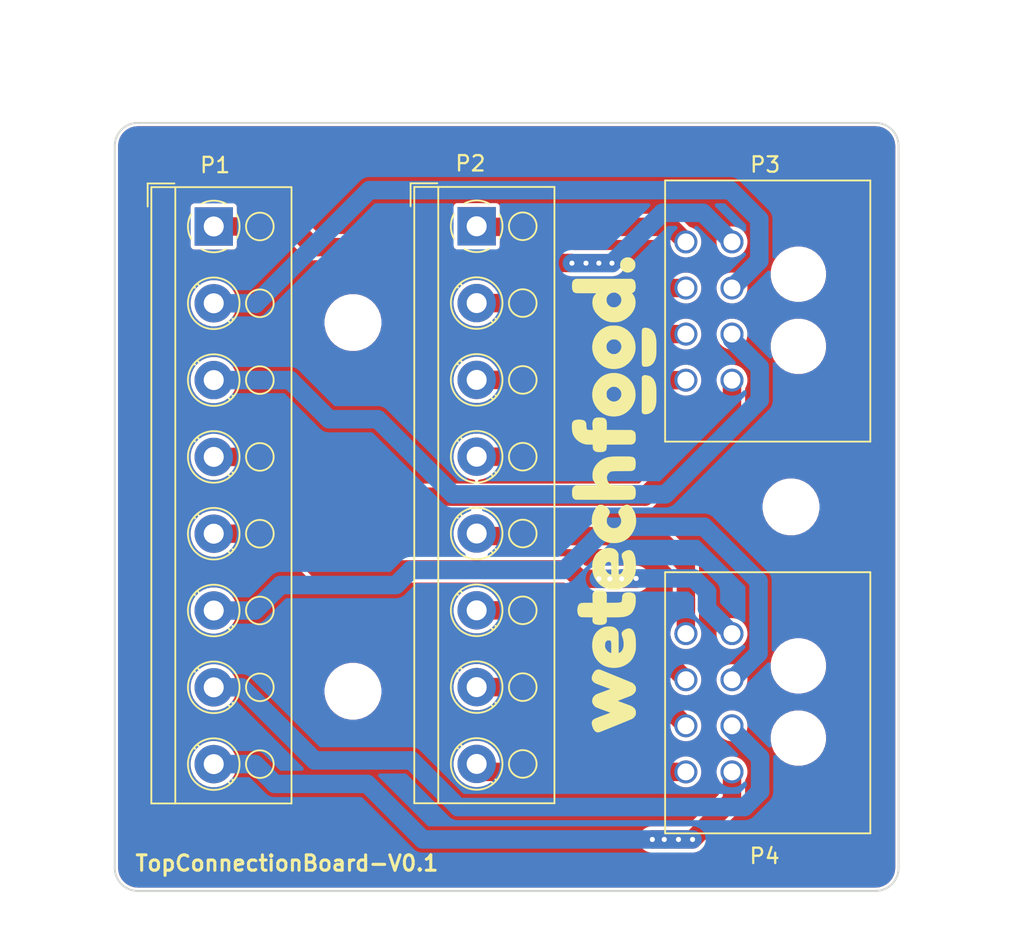
<source format=kicad_pcb>
(kicad_pcb (version 20171130) (host pcbnew 5.1.5+dfsg1-2build2)

  (general
    (thickness 1.6)
    (drawings 20)
    (tracks 126)
    (zones 0)
    (modules 8)
    (nets 17)
  )

  (page A4)
  (layers
    (0 F.Cu signal)
    (31 B.Cu signal)
    (32 B.Adhes user)
    (33 F.Adhes user)
    (34 B.Paste user)
    (35 F.Paste user)
    (36 B.SilkS user)
    (37 F.SilkS user)
    (38 B.Mask user)
    (39 F.Mask user)
    (40 Dwgs.User user)
    (41 Cmts.User user)
    (42 Eco1.User user hide)
    (43 Eco2.User user hide)
    (44 Edge.Cuts user)
    (45 Margin user)
    (46 B.CrtYd user hide)
    (47 F.CrtYd user)
    (48 B.Fab user)
    (49 F.Fab user)
  )

  (setup
    (last_trace_width 0.254)
    (user_trace_width 0.1524)
    (user_trace_width 0.2)
    (user_trace_width 0.25)
    (user_trace_width 0.3)
    (user_trace_width 0.4)
    (user_trace_width 0.5)
    (user_trace_width 0.6)
    (user_trace_width 0.8)
    (user_trace_width 1)
    (user_trace_width 1.2)
    (user_trace_width 1.5)
    (user_trace_width 2)
    (trace_clearance 0.254)
    (zone_clearance 0.1524)
    (zone_45_only no)
    (trace_min 0.1524)
    (via_size 0.6858)
    (via_drill 0.3302)
    (via_min_size 0.6858)
    (via_min_drill 0.3302)
    (uvia_size 0.508)
    (uvia_drill 0.127)
    (uvias_allowed no)
    (uvia_min_size 0.508)
    (uvia_min_drill 0.127)
    (edge_width 0.127)
    (segment_width 0.127)
    (pcb_text_width 0.127)
    (pcb_text_size 0.6 0.6)
    (mod_edge_width 0.127)
    (mod_text_size 0.6 0.6)
    (mod_text_width 0.127)
    (pad_size 2.4 2.4)
    (pad_drill 1.4)
    (pad_to_mask_clearance 0.05)
    (pad_to_paste_clearance -0.04)
    (aux_axis_origin 0 0)
    (visible_elements FFFFFF7F)
    (pcbplotparams
      (layerselection 0x010f0_ffffffff)
      (usegerberextensions true)
      (usegerberattributes true)
      (usegerberadvancedattributes false)
      (creategerberjobfile false)
      (excludeedgelayer true)
      (linewidth 0.127000)
      (plotframeref false)
      (viasonmask false)
      (mode 1)
      (useauxorigin false)
      (hpglpennumber 1)
      (hpglpenspeed 20)
      (hpglpendiameter 15.000000)
      (psnegative false)
      (psa4output false)
      (plotreference true)
      (plotvalue false)
      (plotinvisibletext false)
      (padsonsilk false)
      (subtractmaskfromsilk false)
      (outputformat 1)
      (mirror false)
      (drillshape 0)
      (scaleselection 1)
      (outputdirectory "CAM/"))
  )

  (net 0 "")
  (net 1 B4)
  (net 2 A1)
  (net 3 B3)
  (net 4 B2)
  (net 5 B1)
  (net 6 A4)
  (net 7 A2)
  (net 8 A3)
  (net 9 A7)
  (net 10 A6)
  (net 11 A8)
  (net 12 B5)
  (net 13 B6)
  (net 14 B7)
  (net 15 A5)
  (net 16 B8)

  (net_class Default "Dit is de standaard class."
    (clearance 0.254)
    (trace_width 0.254)
    (via_dia 0.6858)
    (via_drill 0.3302)
    (uvia_dia 0.508)
    (uvia_drill 0.127)
    (add_net A1)
    (add_net A2)
    (add_net A3)
    (add_net A4)
    (add_net A5)
    (add_net A6)
    (add_net A7)
    (add_net A8)
    (add_net B1)
    (add_net B2)
    (add_net B3)
    (add_net B4)
    (add_net B5)
    (add_net B6)
    (add_net B7)
    (add_net B8)
  )

  (net_class 0.2mm ""
    (clearance 0.2)
    (trace_width 0.2)
    (via_dia 0.6858)
    (via_drill 0.3302)
    (uvia_dia 0.508)
    (uvia_drill 0.127)
  )

  (net_class Minimal ""
    (clearance 0.1524)
    (trace_width 0.1524)
    (via_dia 0.6858)
    (via_drill 0.3302)
    (uvia_dia 0.508)
    (uvia_drill 0.127)
  )

  (module logos_frizzy:logoWTF_small (layer F.Cu) (tedit 0) (tstamp 5FF42834)
    (at 148.4884 109.2708 90)
    (fp_text reference G*** (at 0 0 90) (layer F.SilkS) hide
      (effects (font (size 1.524 1.524) (thickness 0.3)))
    )
    (fp_text value LOGO (at 0.75 0 90) (layer F.SilkS) hide
      (effects (font (size 1.524 1.524) (thickness 0.3)))
    )
    (fp_poly (pts (xy 15.133172 0.407422) (xy 15.233589 0.439548) (xy 15.294642 0.472365) (xy 15.352045 0.520017)
      (xy 15.407475 0.585227) (xy 15.45562 0.660378) (xy 15.491168 0.737848) (xy 15.500704 0.767906)
      (xy 15.516661 0.873378) (xy 15.509042 0.978346) (xy 15.479473 1.079132) (xy 15.429578 1.172061)
      (xy 15.360984 1.253458) (xy 15.275315 1.319646) (xy 15.250425 1.333921) (xy 15.20923 1.354729)
      (xy 15.174324 1.367854) (xy 15.136921 1.375343) (xy 15.088234 1.379242) (xy 15.0495 1.380725)
      (xy 14.974845 1.38094) (xy 14.918522 1.375772) (xy 14.873913 1.364592) (xy 14.871768 1.363826)
      (xy 14.783478 1.319868) (xy 14.700496 1.256213) (xy 14.628923 1.178553) (xy 14.574862 1.092578)
      (xy 14.570045 1.082418) (xy 14.541595 0.99427) (xy 14.530193 0.897182) (xy 14.53661 0.801585)
      (xy 14.546202 0.759438) (xy 14.574881 0.687955) (xy 14.617781 0.614149) (xy 14.669004 0.546692)
      (xy 14.722655 0.494258) (xy 14.730703 0.48811) (xy 14.821387 0.43684) (xy 14.922045 0.406208)
      (xy 15.027648 0.396356) (xy 15.133172 0.407422)) (layer F.SilkS) (width 0.01))
    (fp_poly (pts (xy 9.771151 -1.416101) (xy 9.949603 -1.391022) (xy 10.124566 -1.342895) (xy 10.293697 -1.271729)
      (xy 10.435055 -1.190567) (xy 10.587612 -1.076798) (xy 10.721941 -0.947375) (xy 10.836721 -0.804078)
      (xy 10.930628 -0.648687) (xy 11.002341 -0.482983) (xy 11.032288 -0.386444) (xy 11.044188 -0.340139)
      (xy 11.052935 -0.299513) (xy 11.059012 -0.25923) (xy 11.062907 -0.213957) (xy 11.065106 -0.158359)
      (xy 11.066094 -0.087101) (xy 11.066343 -0.0127) (xy 11.06619 0.075413) (xy 11.065195 0.143396)
      (xy 11.06289 0.196513) (xy 11.05881 0.240032) (xy 11.052487 0.279216) (xy 11.043454 0.319334)
      (xy 11.033563 0.357118) (xy 10.975339 0.525511) (xy 10.894875 0.68648) (xy 10.794559 0.837081)
      (xy 10.676779 0.974365) (xy 10.543926 1.095386) (xy 10.398387 1.197198) (xy 10.315225 1.24322)
      (xy 10.164243 1.30732) (xy 10.001263 1.354822) (xy 9.832264 1.384822) (xy 9.663224 1.396416)
      (xy 9.500122 1.388697) (xy 9.425665 1.377861) (xy 9.243902 1.332184) (xy 9.069322 1.262955)
      (xy 8.90467 1.171632) (xy 8.752691 1.059671) (xy 8.653414 0.967871) (xy 8.589172 0.896646)
      (xy 8.523358 0.813252) (xy 8.460953 0.724793) (xy 8.406938 0.638371) (xy 8.366295 0.56109)
      (xy 8.362994 0.553768) (xy 8.305437 0.394275) (xy 8.268111 0.224817) (xy 8.250934 0.049687)
      (xy 8.251955 -0.0127) (xy 9.214127 -0.0127) (xy 9.215386 0.045807) (xy 9.220607 0.089506)
      (xy 9.231955 0.128923) (xy 9.251596 0.174586) (xy 9.253477 0.178584) (xy 9.312042 0.274993)
      (xy 9.388027 0.356022) (xy 9.477961 0.418761) (xy 9.578374 0.460302) (xy 9.59485 0.464705)
      (xy 9.654043 0.477133) (xy 9.703668 0.480753) (xy 9.756923 0.4759) (xy 9.792697 0.46971)
      (xy 9.893834 0.437955) (xy 9.984835 0.384048) (xy 10.063064 0.310107) (xy 10.125883 0.21825)
      (xy 10.139561 0.191284) (xy 10.158647 0.148399) (xy 10.17039 0.112253) (xy 10.176532 0.073853)
      (xy 10.178811 0.024211) (xy 10.17905 -0.0127) (xy 10.178323 -0.071692) (xy 10.17492 -0.114128)
      (xy 10.167006 -0.148841) (xy 10.152747 -0.18466) (xy 10.136282 -0.218566) (xy 10.082514 -0.304208)
      (xy 10.014549 -0.378887) (xy 9.93779 -0.43744) (xy 9.8742 -0.469009) (xy 9.831838 -0.483195)
      (xy 9.792333 -0.491244) (xy 9.746682 -0.494251) (xy 9.685881 -0.49331) (xy 9.676976 -0.492978)
      (xy 9.612676 -0.489187) (xy 9.564941 -0.482475) (xy 9.524959 -0.471034) (xy 9.484895 -0.453533)
      (xy 9.407124 -0.40294) (xy 9.335841 -0.332398) (xy 9.276081 -0.247315) (xy 9.254437 -0.206037)
      (xy 9.233643 -0.15868) (xy 9.221471 -0.119013) (xy 9.215707 -0.076424) (xy 9.214138 -0.020297)
      (xy 9.214127 -0.0127) (xy 8.251955 -0.0127) (xy 8.253825 -0.126823) (xy 8.276701 -0.300422)
      (xy 8.319481 -0.466819) (xy 8.382083 -0.62172) (xy 8.385514 -0.62865) (xy 8.477792 -0.784989)
      (xy 8.59249 -0.929451) (xy 8.72953 -1.061955) (xy 8.888836 -1.182415) (xy 8.908613 -1.195514)
      (xy 9.069344 -1.285787) (xy 9.238308 -1.352975) (xy 9.41316 -1.397085) (xy 9.591556 -1.418124)
      (xy 9.771151 -1.416101)) (layer F.SilkS) (width 0.01))
    (fp_poly (pts (xy 6.751536 -1.408285) (xy 6.924841 -1.376922) (xy 7.089704 -1.325616) (xy 7.2009 -1.276389)
      (xy 7.318486 -1.208217) (xy 7.438205 -1.12315) (xy 7.551854 -1.027498) (xy 7.644398 -0.935141)
      (xy 7.755091 -0.79508) (xy 7.844911 -0.641673) (xy 7.913337 -0.476772) (xy 7.959846 -0.302229)
      (xy 7.983917 -0.119895) (xy 7.985029 0.068377) (xy 7.969482 0.219094) (xy 7.930236 0.396163)
      (xy 7.868037 0.565139) (xy 7.784598 0.723989) (xy 7.681633 0.87068) (xy 7.560853 1.00318)
      (xy 7.423973 1.119455) (xy 7.272706 1.217474) (xy 7.108765 1.295202) (xy 7.042094 1.319467)
      (xy 6.87497 1.364242) (xy 6.701977 1.389917) (xy 6.529529 1.395974) (xy 6.364046 1.381894)
      (xy 6.332921 1.37672) (xy 6.152408 1.331424) (xy 5.980096 1.263023) (xy 5.818009 1.173049)
      (xy 5.668169 1.063035) (xy 5.532599 0.934512) (xy 5.413324 0.789013) (xy 5.312364 0.62807)
      (xy 5.291359 0.587861) (xy 5.230958 0.441592) (xy 5.188943 0.282246) (xy 5.165475 0.11444)
      (xy 5.162537 0.00846) (xy 6.123303 0.00846) (xy 6.139993 0.110438) (xy 6.180033 0.20924)
      (xy 6.24356 0.302012) (xy 6.25453 0.314572) (xy 6.312823 0.367521) (xy 6.384751 0.41526)
      (xy 6.460561 0.452043) (xy 6.518047 0.469845) (xy 6.59671 0.477241) (xy 6.68404 0.470697)
      (xy 6.768421 0.451559) (xy 6.80979 0.435965) (xy 6.877069 0.395614) (xy 6.944189 0.337592)
      (xy 7.004442 0.268771) (xy 7.051122 0.196019) (xy 7.058346 0.181371) (xy 7.075798 0.139862)
      (xy 7.086196 0.101611) (xy 7.091252 0.057253) (xy 7.092679 -0.002578) (xy 7.092687 -0.00635)
      (xy 7.091759 -0.065294) (xy 7.087503 -0.108607) (xy 7.077955 -0.146024) (xy 7.061155 -0.187279)
      (xy 7.052437 -0.206037) (xy 6.999053 -0.296348) (xy 6.931791 -0.374364) (xy 6.855655 -0.434713)
      (xy 6.821481 -0.453871) (xy 6.787036 -0.469652) (xy 6.756157 -0.479859) (xy 6.721675 -0.485684)
      (xy 6.676419 -0.488317) (xy 6.613219 -0.48895) (xy 6.61035 -0.48895) (xy 6.524628 -0.486225)
      (xy 6.456984 -0.476415) (xy 6.400522 -0.457071) (xy 6.348345 -0.425743) (xy 6.293559 -0.379982)
      (xy 6.287332 -0.374201) (xy 6.211978 -0.288026) (xy 6.159431 -0.193624) (xy 6.129827 -0.093845)
      (xy 6.123303 0.00846) (xy 5.162537 0.00846) (xy 5.160716 -0.057209) (xy 5.174827 -0.228086)
      (xy 5.207969 -0.393573) (xy 5.252321 -0.529348) (xy 5.326369 -0.683692) (xy 5.422332 -0.829635)
      (xy 5.537442 -0.964772) (xy 5.668933 -1.086703) (xy 5.814037 -1.193025) (xy 5.969988 -1.281334)
      (xy 6.13402 -1.349229) (xy 6.229309 -1.377678) (xy 6.398935 -1.409167) (xy 6.574622 -1.419202)
      (xy 6.751536 -1.408285)) (layer F.SilkS) (width 0.01))
    (fp_poly (pts (xy 13.778477 -2.730616) (xy 13.871054 -2.716463) (xy 13.942773 -2.69598) (xy 13.99789 -2.666646)
      (xy 14.04066 -2.625938) (xy 14.075339 -2.571334) (xy 14.086553 -2.548032) (xy 14.11605 -2.48285)
      (xy 14.11605 1.14935) (xy 14.080003 1.222758) (xy 14.053057 1.270412) (xy 14.023516 1.303314)
      (xy 13.982424 1.331301) (xy 13.979871 1.332767) (xy 13.913935 1.361) (xy 13.829716 1.382716)
      (xy 13.733696 1.397049) (xy 13.632356 1.403135) (xy 13.532177 1.400109) (xy 13.499562 1.396855)
      (xy 13.444138 1.386753) (xy 13.388431 1.371141) (xy 13.356339 1.358642) (xy 13.304798 1.326614)
      (xy 13.257486 1.28356) (xy 13.220828 1.236381) (xy 13.201268 1.192063) (xy 13.193173 1.155205)
      (xy 13.112987 1.219011) (xy 12.997855 1.29587) (xy 12.87258 1.350772) (xy 12.735509 1.384257)
      (xy 12.584987 1.396864) (xy 12.56665 1.397) (xy 12.403708 1.384478) (xy 12.244949 1.347176)
      (xy 12.091167 1.285486) (xy 11.943155 1.199798) (xy 11.801708 1.090507) (xy 11.667618 0.958002)
      (xy 11.659447 0.9489) (xy 11.537501 0.794461) (xy 11.439347 0.631321) (xy 11.364778 0.4591)
      (xy 11.328978 0.342566) (xy 11.31224 0.25881) (xy 11.300179 0.158394) (xy 11.293191 0.049695)
      (xy 11.292318 -0.012806) (xy 12.26185 -0.012806) (xy 12.262608 0.046636) (xy 12.266075 0.089533)
      (xy 12.274036 0.124725) (xy 12.28828 0.16105) (xy 12.303431 0.192873) (xy 12.359032 0.280675)
      (xy 12.431674 0.356761) (xy 12.516372 0.417169) (xy 12.608142 0.457939) (xy 12.650873 0.468914)
      (xy 12.718356 0.478994) (xy 12.776918 0.478891) (xy 12.841015 0.46835) (xy 12.854272 0.465321)
      (xy 12.954403 0.429046) (xy 13.043161 0.370663) (xy 13.119027 0.291476) (xy 13.180485 0.192787)
      (xy 13.186638 0.180081) (xy 13.207921 0.131219) (xy 13.219926 0.09043) (xy 13.225066 0.046229)
      (xy 13.225816 -0.00635) (xy 13.215832 -0.111577) (xy 13.186058 -0.205301) (xy 13.134113 -0.294513)
      (xy 13.12226 -0.310585) (xy 13.05224 -0.388307) (xy 12.975833 -0.44358) (xy 12.889588 -0.477945)
      (xy 12.790055 -0.492942) (xy 12.713948 -0.492909) (xy 12.60294 -0.476601) (xy 12.505667 -0.439012)
      (xy 12.421801 -0.379923) (xy 12.351015 -0.299113) (xy 12.302657 -0.216807) (xy 12.283125 -0.17486)
      (xy 12.271039 -0.139979) (xy 12.264642 -0.103381) (xy 12.262177 -0.056279) (xy 12.26185 -0.012806)
      (xy 11.292318 -0.012806) (xy 11.291674 -0.058909) (xy 11.296027 -0.15904) (xy 11.302401 -0.217044)
      (xy 11.340318 -0.394377) (xy 11.401165 -0.56299) (xy 11.485413 -0.723762) (xy 11.593534 -0.877572)
      (xy 11.726 -1.025296) (xy 11.74842 -1.047393) (xy 11.88078 -1.164391) (xy 12.012754 -1.257257)
      (xy 12.146839 -1.327096) (xy 12.285533 -1.375013) (xy 12.431335 -1.40211) (xy 12.567793 -1.409612)
      (xy 12.706298 -1.402441) (xy 12.827426 -1.37987) (xy 12.93493 -1.340591) (xy 13.032565 -1.283293)
      (xy 13.108913 -1.221008) (xy 13.1826 -1.152965) (xy 13.1826 -1.807906) (xy 13.182627 -1.953827)
      (xy 13.182768 -2.076627) (xy 13.183106 -2.178585) (xy 13.183728 -2.261979) (xy 13.184719 -2.329089)
      (xy 13.186164 -2.382193) (xy 13.188149 -2.42357) (xy 13.19076 -2.455499) (xy 13.194082 -2.480259)
      (xy 13.1982 -2.500129) (xy 13.203199 -2.517387) (xy 13.209166 -2.534312) (xy 13.209922 -2.536349)
      (xy 13.232235 -2.584094) (xy 13.260308 -2.628023) (xy 13.278533 -2.649104) (xy 13.329186 -2.682812)
      (xy 13.400195 -2.709154) (xy 13.487412 -2.727453) (xy 13.586691 -2.737033) (xy 13.693884 -2.737218)
      (xy 13.778477 -2.730616)) (layer F.SilkS) (width 0.01))
    (fp_poly (pts (xy 4.528943 -2.740951) (xy 4.603351 -2.738836) (xy 4.657665 -2.736185) (xy 4.697191 -2.732179)
      (xy 4.727235 -2.726) (xy 4.753101 -2.716828) (xy 4.780095 -2.703844) (xy 4.784666 -2.701466)
      (xy 4.837272 -2.666672) (xy 4.877845 -2.625915) (xy 4.883281 -2.61828) (xy 4.913518 -2.555071)
      (xy 4.935081 -2.47381) (xy 4.947958 -2.380321) (xy 4.952141 -2.280427) (xy 4.947619 -2.179952)
      (xy 4.934381 -2.08472) (xy 4.912418 -2.000555) (xy 4.884462 -1.937844) (xy 4.840288 -1.885028)
      (xy 4.786357 -1.848237) (xy 4.756918 -1.833231) (xy 4.729283 -1.822623) (xy 4.697661 -1.815341)
      (xy 4.656264 -1.810311) (xy 4.599302 -1.806458) (xy 4.547281 -1.803896) (xy 4.458454 -1.798887)
      (xy 4.391837 -1.791077) (xy 4.344239 -1.777376) (xy 4.312472 -1.754696) (xy 4.293348 -1.719947)
      (xy 4.283675 -1.670041) (xy 4.280267 -1.601887) (xy 4.2799 -1.544902) (xy 4.2799 -1.380956)
      (xy 4.333875 -1.388847) (xy 4.398119 -1.396215) (xy 4.47377 -1.40172) (xy 4.554789 -1.405257)
      (xy 4.635136 -1.406722) (xy 4.708773 -1.406011) (xy 4.769659 -1.403019) (xy 4.811756 -1.397642)
      (xy 4.813965 -1.397145) (xy 4.907108 -1.366745) (xy 4.978916 -1.323849) (xy 5.030818 -1.267239)
      (xy 5.064238 -1.195696) (xy 5.068877 -1.179303) (xy 5.078343 -1.125173) (xy 5.084314 -1.054828)
      (xy 5.086875 -0.974984) (xy 5.086111 -0.892359) (xy 5.082107 -0.81367) (xy 5.074948 -0.745634)
      (xy 5.064717 -0.694967) (xy 5.062685 -0.688581) (xy 5.035858 -0.625843) (xy 5.001345 -0.575305)
      (xy 4.956678 -0.536018) (xy 4.899389 -0.507036) (xy 4.827011 -0.487409) (xy 4.737076 -0.476192)
      (xy 4.627117 -0.472435) (xy 4.505935 -0.474762) (xy 4.281121 -0.483053) (xy 4.277335 0.326798)
      (xy 4.27355 1.13665) (xy 4.244431 1.208687) (xy 4.205698 1.278432) (xy 4.153009 1.336011)
      (xy 4.091936 1.375854) (xy 4.068073 1.385065) (xy 4.039385 1.390277) (xy 3.991399 1.395099)
      (xy 3.92999 1.399316) (xy 3.861033 1.402714) (xy 3.790402 1.405078) (xy 3.723972 1.406191)
      (xy 3.667617 1.40584) (xy 3.627211 1.403809) (xy 3.61315 1.401715) (xy 3.529904 1.376188)
      (xy 3.466756 1.344456) (xy 3.418505 1.302593) (xy 3.37995 1.246674) (xy 3.362975 1.21285)
      (xy 3.33375 1.14935) (xy 3.326354 -0.479892) (xy 3.184002 -0.484691) (xy 3.090471 -0.491367)
      (xy 3.017964 -0.505962) (xy 2.962689 -0.530979) (xy 2.920855 -0.568918) (xy 2.88867 -0.622281)
      (xy 2.862343 -0.693568) (xy 2.861096 -0.697703) (xy 2.850374 -0.750695) (xy 2.843387 -0.820616)
      (xy 2.840132 -0.900167) (xy 2.840606 -0.982048) (xy 2.844807 -1.058962) (xy 2.852732 -1.123608)
      (xy 2.861266 -1.160111) (xy 2.899052 -1.244476) (xy 2.951212 -1.310162) (xy 3.000549 -1.346832)
      (xy 3.029908 -1.361328) (xy 3.061367 -1.370992) (xy 3.101692 -1.377091) (xy 3.157647 -1.380891)
      (xy 3.18922 -1.382171) (xy 3.324091 -1.386997) (xy 3.330692 -1.617424) (xy 3.333611 -1.704955)
      (xy 3.337118 -1.772697) (xy 3.341866 -1.826264) (xy 3.348509 -1.871265) (xy 3.357703 -1.913314)
      (xy 3.370101 -1.958021) (xy 3.370602 -1.959705) (xy 3.427366 -2.111021) (xy 3.503192 -2.251009)
      (xy 3.595926 -2.377341) (xy 3.703418 -2.487692) (xy 3.823514 -2.579732) (xy 3.954064 -2.651136)
      (xy 4.040855 -2.684524) (xy 4.137059 -2.711287) (xy 4.236271 -2.729283) (xy 4.344787 -2.73924)
      (xy 4.468903 -2.741887) (xy 4.528943 -2.740951)) (layer F.SilkS) (width 0.01))
    (fp_poly (pts (xy 0.324929 -2.730539) (xy 0.418873 -2.717165) (xy 0.494114 -2.69365) (xy 0.553387 -2.658828)
      (xy 0.599426 -2.611531) (xy 0.633359 -2.554059) (xy 0.66675 -2.48285) (xy 0.670345 -1.7907)
      (xy 0.673941 -1.09855) (xy 0.755261 -1.176514) (xy 0.869398 -1.270955) (xy 0.990834 -1.341928)
      (xy 1.0668 -1.373366) (xy 1.106332 -1.386117) (xy 1.14439 -1.394609) (xy 1.187745 -1.39964)
      (xy 1.24317 -1.402007) (xy 1.31445 -1.402511) (xy 1.385117 -1.401077) (xy 1.454453 -1.397367)
      (xy 1.514353 -1.391949) (xy 1.55575 -1.385603) (xy 1.709279 -1.339328) (xy 1.855907 -1.270201)
      (xy 1.99359 -1.180304) (xy 2.120286 -1.071717) (xy 2.233951 -0.94652) (xy 2.332542 -0.806793)
      (xy 2.414016 -0.654617) (xy 2.47633 -0.492072) (xy 2.493949 -0.430378) (xy 2.507693 -0.372689)
      (xy 2.519224 -0.312574) (xy 2.528712 -0.247347) (xy 2.536326 -0.174322) (xy 2.542236 -0.090811)
      (xy 2.546609 0.00587) (xy 2.549617 0.118409) (xy 2.551427 0.249491) (xy 2.55221 0.401802)
      (xy 2.552264 0.4953) (xy 2.55189 0.646764) (xy 2.55089 0.775117) (xy 2.549113 0.882641)
      (xy 2.546407 0.971621) (xy 2.542622 1.044341) (xy 2.537607 1.103083) (xy 2.53121 1.150133)
      (xy 2.523281 1.187773) (xy 2.513669 1.218287) (xy 2.502834 1.242768) (xy 2.469315 1.295462)
      (xy 2.42698 1.336211) (xy 2.372778 1.366178) (xy 2.303658 1.386529) (xy 2.216569 1.39843)
      (xy 2.108461 1.403046) (xy 2.0828 1.403199) (xy 1.967545 1.40022) (xy 1.874008 1.390229)
      (xy 1.799167 1.371957) (xy 1.739998 1.344135) (xy 1.693476 1.305496) (xy 1.656578 1.254769)
      (xy 1.636951 1.216117) (xy 1.630283 1.200904) (xy 1.624664 1.185996) (xy 1.61998 1.169139)
      (xy 1.616116 1.148082) (xy 1.612959 1.120571) (xy 1.610394 1.084356) (xy 1.608308 1.037182)
      (xy 1.606586 0.976798) (xy 1.605113 0.900951) (xy 1.603777 0.80739) (xy 1.602462 0.693861)
      (xy 1.601054 0.558112) (xy 1.600422 0.4953) (xy 1.598939 0.349698) (xy 1.59759 0.227251)
      (xy 1.596264 0.125715) (xy 1.594847 0.042844) (xy 1.593229 -0.023605) (xy 1.591298 -0.075876)
      (xy 1.588942 -0.116214) (xy 1.586049 -0.146864) (xy 1.582507 -0.170069) (xy 1.578205 -0.188074)
      (xy 1.573031 -0.203122) (xy 1.566873 -0.217459) (xy 1.564683 -0.22225) (xy 1.523276 -0.290367)
      (xy 1.46625 -0.354435) (xy 1.401259 -0.406808) (xy 1.353716 -0.433032) (xy 1.257956 -0.461274)
      (xy 1.155807 -0.467976) (xy 1.052182 -0.454345) (xy 0.951995 -0.421586) (xy 0.860161 -0.370905)
      (xy 0.781593 -0.30351) (xy 0.769082 -0.289514) (xy 0.749791 -0.267201) (xy 0.733487 -0.247534)
      (xy 0.7199 -0.228261) (xy 0.708758 -0.207128) (xy 0.69979 -0.18188) (xy 0.692725 -0.150263)
      (xy 0.687292 -0.110025) (xy 0.683219 -0.05891) (xy 0.680235 0.005334) (xy 0.678068 0.084963)
      (xy 0.676448 0.182229) (xy 0.675103 0.299387) (xy 0.673762 0.438691) (xy 0.6731 0.508)
      (xy 0.66675 1.16205) (xy 0.630606 1.235701) (xy 0.593934 1.295286) (xy 0.548069 1.338611)
      (xy 0.487701 1.369436) (xy 0.411838 1.390619) (xy 0.336406 1.401637) (xy 0.246747 1.407129)
      (xy 0.15267 1.407093) (xy 0.063989 1.401525) (xy -0.00802 1.390745) (xy -0.088174 1.368456)
      (xy -0.147914 1.339018) (xy -0.192011 1.298579) (xy -0.225238 1.243287) (xy -0.241682 1.202115)
      (xy -0.245179 1.19175) (xy -0.248335 1.180698) (xy -0.251166 1.167685) (xy -0.253686 1.151434)
      (xy -0.25591 1.130673) (xy -0.257854 1.104126) (xy -0.259531 1.070518) (xy -0.260958 1.028575)
      (xy -0.262148 0.977023) (xy -0.263116 0.914586) (xy -0.263878 0.83999) (xy -0.264447 0.75196)
      (xy -0.26484 0.649222) (xy -0.265071 0.530502) (xy -0.265154 0.394523) (xy -0.265105 0.240013)
      (xy -0.264938 0.065695) (xy -0.264668 -0.129703) (xy -0.26431 -0.347458) (xy -0.263879 -0.588844)
      (xy -0.263695 -0.689141) (xy -0.26035 -2.50825) (xy -0.225507 -2.574342) (xy -0.188054 -2.628596)
      (xy -0.138036 -2.670655) (xy -0.073044 -2.701409) (xy 0.00933 -2.721746) (xy 0.111493 -2.732555)
      (xy 0.20955 -2.734939) (xy 0.324929 -2.730539)) (layer F.SilkS) (width 0.01))
    (fp_poly (pts (xy -7.330428 -2.379298) (xy -7.229369 -2.360228) (xy -7.143303 -2.328933) (xy -7.075147 -2.28616)
      (xy -7.033514 -2.241391) (xy -7.016582 -2.212845) (xy -7.002964 -2.179357) (xy -6.992332 -2.13803)
      (xy -6.984355 -2.085967) (xy -6.978703 -2.020273) (xy -6.975046 -1.938051) (xy -6.973055 -1.836404)
      (xy -6.9724 -1.712436) (xy -6.972396 -1.704734) (xy -6.9723 -1.383817) (xy -6.937375 -1.392701)
      (xy -6.914032 -1.39552) (xy -6.869897 -1.398064) (xy -6.809579 -1.400173) (xy -6.737686 -1.401689)
      (xy -6.658826 -1.402453) (xy -6.6548 -1.402468) (xy -6.568577 -1.402602) (xy -6.503498 -1.402044)
      (xy -6.455309 -1.400409) (xy -6.419757 -1.397307) (xy -6.392589 -1.392353) (xy -6.369549 -1.385159)
      (xy -6.346385 -1.375338) (xy -6.343809 -1.374155) (xy -6.28543 -1.342898) (xy -6.244414 -1.308218)
      (xy -6.213074 -1.262481) (xy -6.196124 -1.227476) (xy -6.184214 -1.19723) (xy -6.175684 -1.165465)
      (xy -6.169785 -1.126685) (xy -6.165769 -1.075393) (xy -6.162886 -1.006093) (xy -6.16202 -0.977042)
      (xy -6.161684 -0.857454) (xy -6.168677 -0.759672) (xy -6.18397 -0.680907) (xy -6.208535 -0.618373)
      (xy -6.243344 -0.569282) (xy -6.28937 -0.530849) (xy -6.3246 -0.510834) (xy -6.39445 -0.47625)
      (xy -6.683988 -0.477816) (xy -6.973526 -0.479381) (xy -6.969738 -0.046016) (xy -6.968583 0.086765)
      (xy -6.966897 0.196427) (xy -6.963547 0.285246) (xy -6.957402 0.355495) (xy -6.947327 0.40945)
      (xy -6.932189 0.449384) (xy -6.910857 0.477573) (xy -6.882197 0.496291) (xy -6.845075 0.507813)
      (xy -6.798359 0.514413) (xy -6.740917 0.518365) (xy -6.687249 0.521109) (xy -6.616371 0.525251)
      (xy -6.564916 0.529829) (xy -6.526916 0.535987) (xy -6.496404 0.544871) (xy -6.467411 0.557624)
      (xy -6.450189 0.566575) (xy -6.407298 0.592809) (xy -6.377774 0.62151) (xy -6.352386 0.662321)
      (xy -6.345305 0.676144) (xy -6.319995 0.747236) (xy -6.304523 0.834754) (xy -6.298721 0.931779)
      (xy -6.302422 1.031391) (xy -6.315459 1.126669) (xy -6.337663 1.210695) (xy -6.359462 1.260764)
      (xy -6.395137 1.311395) (xy -6.442129 1.350336) (xy -6.503115 1.378521) (xy -6.580772 1.396884)
      (xy -6.677776 1.406362) (xy -6.781294 1.408093) (xy -6.852882 1.406497) (xy -6.925087 1.403398)
      (xy -6.988782 1.399267) (xy -7.02945 1.395293) (xy -7.207259 1.361468) (xy -7.372048 1.30627)
      (xy -7.441343 1.274826) (xy -7.559685 1.204397) (xy -7.659977 1.118234) (xy -7.742775 1.015454)
      (xy -7.808632 0.895173) (xy -7.858104 0.756509) (xy -7.891747 0.598577) (xy -7.898943 0.546433)
      (xy -7.902031 0.508287) (xy -7.904862 0.448518) (xy -7.907347 0.370901) (xy -7.9094 0.279211)
      (xy -7.910932 0.177223) (xy -7.911857 0.068714) (xy -7.9121 -0.021361) (xy -7.9121 -0.481538)
      (xy -8.036713 -0.473946) (xy -8.11832 -0.471575) (xy -8.181142 -0.476636) (xy -8.231035 -0.490397)
      (xy -8.273856 -0.514129) (xy -8.29398 -0.529739) (xy -8.342259 -0.586707) (xy -8.377249 -0.664929)
      (xy -8.398869 -0.763966) (xy -8.40704 -0.883379) (xy -8.401684 -1.022727) (xy -8.395036 -1.090116)
      (xy -8.376037 -1.193999) (xy -8.344715 -1.276037) (xy -8.29987 -1.33722) (xy -8.240299 -1.378539)
      (xy -8.164803 -1.400984) (xy -8.072179 -1.405545) (xy -8.017696 -1.401275) (xy -7.913741 -1.389511)
      (xy -7.909746 -1.771081) (xy -7.90575 -2.15265) (xy -7.86765 -2.2225) (xy -7.830328 -2.275811)
      (xy -7.781668 -2.31649) (xy -7.71804 -2.346406) (xy -7.635817 -2.367424) (xy -7.565849 -2.377774)
      (xy -7.443561 -2.385396) (xy -7.330428 -2.379298)) (layer F.SilkS) (width 0.01))
    (fp_poly (pts (xy -4.471433 -1.41496) (xy -4.425134 -1.410248) (xy -4.244497 -1.377065) (xy -4.080673 -1.324963)
      (xy -3.933231 -1.253675) (xy -3.801741 -1.162931) (xy -3.685772 -1.052465) (xy -3.584894 -0.922007)
      (xy -3.548668 -0.864159) (xy -3.487817 -0.741459) (xy -3.44319 -0.609845) (xy -3.415165 -0.473757)
      (xy -3.404118 -0.337634) (xy -3.410428 -0.205913) (xy -3.434471 -0.083033) (xy -3.473466 0.020218)
      (xy -3.513947 0.083107) (xy -3.571469 0.146449) (xy -3.638757 0.20336) (xy -3.708536 0.246955)
      (xy -3.717892 0.251512) (xy -3.79095 0.28575) (xy -4.460875 0.289352) (xy -4.611605 0.290073)
      (xy -4.738789 0.290674) (xy -4.84428 0.291443) (xy -4.92993 0.292667) (xy -4.997591 0.294634)
      (xy -5.049113 0.297633) (xy -5.08635 0.301951) (xy -5.111153 0.307875) (xy -5.125373 0.315695)
      (xy -5.130863 0.325698) (xy -5.129474 0.338171) (xy -5.123058 0.353402) (xy -5.113467 0.37168)
      (xy -5.104411 0.389393) (xy -5.075394 0.436925) (xy -5.035579 0.47802) (xy -4.980079 0.516892)
      (xy -4.916121 0.551736) (xy -4.855368 0.579778) (xy -4.798075 0.599788) (xy -4.738369 0.612715)
      (xy -4.670376 0.619509) (xy -4.588223 0.62112) (xy -4.50013 0.619026) (xy -4.413448 0.614767)
      (xy -4.340534 0.607897) (xy -4.27405 0.596887) (xy -4.206661 0.580207) (xy -4.131028 0.556328)
      (xy -4.039816 0.52372) (xy -4.035743 0.522213) (xy -3.969427 0.504141) (xy -3.900642 0.496257)
      (xy -3.837664 0.498857) (xy -3.78877 0.512234) (xy -3.786486 0.513374) (xy -3.740509 0.546687)
      (xy -3.691408 0.598488) (xy -3.643819 0.663081) (xy -3.602378 0.734768) (xy -3.596426 0.74694)
      (xy -3.560867 0.841941) (xy -3.543833 0.935856) (xy -3.54586 1.023485) (xy -3.561428 1.085201)
      (xy -3.603159 1.158956) (xy -3.668614 1.224082) (xy -3.757587 1.280463) (xy -3.869871 1.327986)
      (xy -4.00526 1.366535) (xy -4.101141 1.385953) (xy -4.181496 1.397187) (xy -4.278941 1.40621)
      (xy -4.387801 1.412904) (xy -4.502398 1.41715) (xy -4.617053 1.418831) (xy -4.72609 1.417828)
      (xy -4.823831 1.414023) (xy -4.904598 1.407298) (xy -4.93395 1.403278) (xy -5.124094 1.3616)
      (xy -5.299022 1.300502) (xy -5.458106 1.220359) (xy -5.600719 1.121549) (xy -5.726233 1.004447)
      (xy -5.834021 0.869429) (xy -5.840705 0.859587) (xy -5.942297 0.686508) (xy -6.019683 0.506047)
      (xy -6.072703 0.319001) (xy -6.101197 0.126169) (xy -6.105004 -0.071652) (xy -6.092867 -0.188195)
      (xy -5.1435 -0.188195) (xy -5.131449 -0.1849) (xy -5.097874 -0.182263) (xy -5.046641 -0.180269)
      (xy -4.981617 -0.178904) (xy -4.906668 -0.178153) (xy -4.825662 -0.178002) (xy -4.742465 -0.178435)
      (xy -4.660944 -0.179438) (xy -4.584965 -0.180997) (xy -4.518395 -0.183097) (xy -4.465102 -0.185723)
      (xy -4.428951 -0.188861) (xy -4.417242 -0.190943) (xy -4.362285 -0.218218) (xy -4.32434 -0.262719)
      (xy -4.306359 -0.320514) (xy -4.3053 -0.339865) (xy -4.316321 -0.417543) (xy -4.348438 -0.482473)
      (xy -4.400236 -0.53367) (xy -4.470299 -0.570148) (xy -4.557211 -0.590921) (xy -4.659556 -0.595005)
      (xy -4.670991 -0.594434) (xy -4.728603 -0.589167) (xy -4.774875 -0.578882) (xy -4.821832 -0.560162)
      (xy -4.86112 -0.540436) (xy -4.938244 -0.49193) (xy -5.008363 -0.432817) (xy -5.066706 -0.368108)
      (xy -5.108499 -0.302815) (xy -5.123932 -0.264485) (xy -5.134879 -0.225831) (xy -5.141981 -0.197317)
      (xy -5.1435 -0.188195) (xy -6.092867 -0.188195) (xy -6.083966 -0.273663) (xy -6.076328 -0.316801)
      (xy -6.030327 -0.493856) (xy -5.962348 -0.659343) (xy -5.873606 -0.812051) (xy -5.765316 -0.950771)
      (xy -5.638691 -1.074291) (xy -5.494947 -1.181403) (xy -5.335297 -1.270896) (xy -5.160956 -1.341559)
      (xy -5.0038 -1.385536) (xy -4.912917 -1.401427) (xy -4.805616 -1.412684) (xy -4.69052 -1.418937)
      (xy -4.576252 -1.419819) (xy -4.471433 -1.41496)) (layer F.SilkS) (width 0.01))
    (fp_poly (pts (xy -9.57946 -1.415884) (xy -9.405197 -1.39094) (xy -9.241198 -1.347492) (xy -9.167746 -1.320118)
      (xy -9.026516 -1.248402) (xy -8.897593 -1.155832) (xy -8.783114 -1.044829) (xy -8.685215 -0.917816)
      (xy -8.606032 -0.777212) (xy -8.547702 -0.625438) (xy -8.544149 -0.6134) (xy -8.529418 -0.544327)
      (xy -8.519417 -0.459993) (xy -8.514233 -0.367503) (xy -8.513953 -0.273959) (xy -8.518665 -0.186466)
      (xy -8.528456 -0.112127) (xy -8.537544 -0.074353) (xy -8.581428 0.026016) (xy -8.646044 0.116355)
      (xy -8.727395 0.192432) (xy -8.821486 0.250016) (xy -8.858848 0.265832) (xy -8.875342 0.271688)
      (xy -8.892375 0.276603) (xy -8.912218 0.280659) (xy -8.937141 0.283939) (xy -8.969414 0.286525)
      (xy -9.011308 0.288499) (xy -9.065092 0.289943) (xy -9.133036 0.29094) (xy -9.217412 0.291572)
      (xy -9.320489 0.291921) (xy -9.444536 0.29207) (xy -9.584004 0.2921) (xy -10.238954 0.2921)
      (xy -10.231126 0.323289) (xy -10.20247 0.398238) (xy -10.15587 0.461042) (xy -10.088603 0.51479)
      (xy -10.03569 0.544734) (xy -9.96262 0.578291) (xy -9.894653 0.601049) (xy -9.823609 0.614765)
      (xy -9.741309 0.621194) (xy -9.674353 0.6223) (xy -9.559022 0.619657) (xy -9.459669 0.610745)
      (xy -9.367328 0.594083) (xy -9.273033 0.568195) (xy -9.20349 0.544663) (xy -9.110593 0.514681)
      (xy -9.034795 0.498274) (xy -8.971875 0.495218) (xy -8.917608 0.505287) (xy -8.8701 0.526877)
      (xy -8.814255 0.571519) (xy -8.761623 0.635167) (xy -8.715046 0.711742) (xy -8.677368 0.795168)
      (xy -8.651433 0.879364) (xy -8.640084 0.958254) (xy -8.643153 1.012002) (xy -8.66857 1.094885)
      (xy -8.713993 1.167572) (xy -8.780187 1.230571) (xy -8.867917 1.284389) (xy -8.977949 1.329532)
      (xy -9.111048 1.366508) (xy -9.2075 1.385911) (xy -9.275994 1.395428) (xy -9.362735 1.403532)
      (xy -9.462139 1.410061) (xy -9.568617 1.414856) (xy -9.676582 1.417755) (xy -9.780447 1.418598)
      (xy -9.874625 1.417223) (xy -9.95353 1.413471) (xy -10.00125 1.40874) (xy -10.168546 1.375588)
      (xy -10.33508 1.323366) (xy -10.493587 1.254804) (xy -10.636798 1.172629) (xy -10.645397 1.166886)
      (xy -10.753271 1.081034) (xy -10.85556 0.974328) (xy -10.949323 0.851177) (xy -11.031618 0.715987)
      (xy -11.099505 0.573168) (xy -11.150041 0.427128) (xy -11.157379 0.399614) (xy -11.193894 0.206039)
      (xy -11.207238 0.007738) (xy -11.198037 -0.1778) (xy -10.248266 -0.1778) (xy -9.908858 -0.177871)
      (xy -9.812432 -0.178375) (xy -9.723793 -0.179763) (xy -9.646614 -0.18191) (xy -9.584569 -0.184694)
      (xy -9.541333 -0.18799) (xy -9.522842 -0.190888) (xy -9.482856 -0.206289) (xy -9.44863 -0.226235)
      (xy -9.446642 -0.227795) (xy -9.431151 -0.243239) (xy -9.422213 -0.26286) (xy -9.418092 -0.293586)
      (xy -9.417053 -0.342345) (xy -9.41705 -0.345942) (xy -9.418196 -0.397524) (xy -9.423061 -0.432402)
      (xy -9.433789 -0.459222) (xy -9.45163 -0.485464) (xy -9.484534 -0.518631) (xy -9.527664 -0.549976)
      (xy -9.54688 -0.560675) (xy -9.578928 -0.574694) (xy -9.61097 -0.583565) (xy -9.650181 -0.58839)
      (xy -9.703735 -0.590267) (xy -9.7409 -0.590444) (xy -9.802413 -0.589869) (xy -9.846099 -0.587291)
      (xy -9.879523 -0.581255) (xy -9.910253 -0.570309) (xy -9.945854 -0.552996) (xy -9.951786 -0.549915)
      (xy -10.040407 -0.494392) (xy -10.117391 -0.427775) (xy -10.179185 -0.354138) (xy -10.222234 -0.277556)
      (xy -10.240385 -0.219075) (xy -10.248266 -0.1778) (xy -11.198037 -0.1778) (xy -11.197408 -0.19047)
      (xy -11.164397 -0.383766) (xy -11.158303 -0.408675) (xy -11.102631 -0.577402) (xy -11.02447 -0.735582)
      (xy -10.925062 -0.88172) (xy -10.805649 -1.01432) (xy -10.667473 -1.131891) (xy -10.511777 -1.232936)
      (xy -10.442701 -1.269471) (xy -10.286559 -1.334292) (xy -10.117535 -1.381527) (xy -9.940258 -1.410993)
      (xy -9.759356 -1.422507) (xy -9.57946 -1.415884)) (layer F.SilkS) (width 0.01))
    (fp_poly (pts (xy -14.744598 -1.444081) (xy -14.67485 -1.424107) (xy -14.648884 -1.411041) (xy -14.624945 -1.3955)
      (xy -14.602166 -1.375708) (xy -14.579679 -1.349889) (xy -14.556615 -1.316267) (xy -14.532106 -1.273067)
      (xy -14.505285 -1.218512) (xy -14.475282 -1.150828) (xy -14.441229 -1.068238) (xy -14.402258 -0.968966)
      (xy -14.357502 -0.851237) (xy -14.30609 -0.713276) (xy -14.247157 -0.553305) (xy -14.241388 -0.537587)
      (xy -14.210824 -0.455712) (xy -14.182759 -0.383221) (xy -14.15842 -0.323071) (xy -14.139034 -0.278216)
      (xy -14.125829 -0.251613) (xy -14.1202 -0.245793) (xy -14.11405 -0.260824) (xy -14.100273 -0.296997)
      (xy -14.079884 -0.351571) (xy -14.053897 -0.421803) (xy -14.023327 -0.504951) (xy -13.989188 -0.598272)
      (xy -13.952495 -0.699023) (xy -13.950266 -0.705156) (xy -13.909354 -0.81644) (xy -13.870721 -0.918975)
      (xy -13.835433 -1.010088) (xy -13.804555 -1.087106) (xy -13.779154 -1.147356) (xy -13.760293 -1.188164)
      (xy -13.75155 -1.203735) (xy -13.702218 -1.261571) (xy -13.636513 -1.318814) (xy -13.562724 -1.368802)
      (xy -13.514679 -1.394097) (xy -13.439876 -1.416556) (xy -13.354141 -1.422733) (xy -13.26576 -1.412955)
      (xy -13.183018 -1.38755) (xy -13.167409 -1.380395) (xy -13.093625 -1.334545) (xy -13.023587 -1.27351)
      (xy -12.965107 -1.204835) (xy -12.935132 -1.156059) (xy -12.922348 -1.127467) (xy -12.902374 -1.078529)
      (xy -12.876586 -1.012814) (xy -12.846359 -0.933888) (xy -12.813069 -0.845319) (xy -12.778091 -0.750675)
      (xy -12.764309 -0.712943) (xy -12.719959 -0.591329) (xy -12.683397 -0.491655) (xy -12.65385 -0.411943)
      (xy -12.630547 -0.350219) (xy -12.612714 -0.304507) (xy -12.599579 -0.272833) (xy -12.590369 -0.25322)
      (xy -12.584313 -0.243693) (xy -12.580638 -0.242277) (xy -12.580351 -0.242526) (xy -12.575008 -0.255197)
      (xy -12.561935 -0.289109) (xy -12.542109 -0.341645) (xy -12.516508 -0.410186) (xy -12.486109 -0.492111)
      (xy -12.45189 -0.584803) (xy -12.414829 -0.685642) (xy -12.407787 -0.70485) (xy -12.369023 -0.809874)
      (xy -12.331644 -0.909724) (xy -12.296842 -1.001321) (xy -12.265808 -1.081587) (xy -12.239733 -1.147441)
      (xy -12.219811 -1.195803) (xy -12.207231 -1.223595) (xy -12.206594 -1.224806) (xy -12.16506 -1.287898)
      (xy -12.11236 -1.346995) (xy -12.0551 -1.395686) (xy -11.999888 -1.427562) (xy -11.996084 -1.429069)
      (xy -11.952042 -1.441727) (xy -11.901621 -1.446757) (xy -11.838575 -1.445308) (xy -11.787888 -1.441006)
      (xy -11.745397 -1.433088) (xy -11.702426 -1.41902) (xy -11.6503 -1.396269) (xy -11.618419 -1.381003)
      (xy -11.510222 -1.32095) (xy -11.426598 -1.25769) (xy -11.366832 -1.190387) (xy -11.330208 -1.118208)
      (xy -11.316011 -1.040316) (xy -11.315771 -1.027866) (xy -11.316942 -0.988976) (xy -11.32124 -0.951857)
      (xy -11.329966 -0.912034) (xy -11.344423 -0.865034) (xy -11.365915 -0.806381) (xy -11.395744 -0.731604)
      (xy -11.417225 -0.67945) (xy -11.434776 -0.636983) (xy -11.46093 -0.573495) (xy -11.494667 -0.491471)
      (xy -11.534968 -0.393395) (xy -11.58081 -0.281753) (xy -11.631176 -0.159031) (xy -11.685043 -0.027712)
      (xy -11.741392 0.109718) (xy -11.799203 0.250773) (xy -11.82394 0.31115) (xy -11.880341 0.448657)
      (xy -11.934457 0.580266) (xy -11.985435 0.703929) (xy -12.032425 0.817595) (xy -12.074575 0.919214)
      (xy -12.111034 1.006737) (xy -12.140951 1.078114) (xy -12.163475 1.131295) (xy -12.177754 1.16423)
      (xy -12.181989 1.173378) (xy -12.222792 1.235619) (xy -12.279358 1.297817) (xy -12.343436 1.351659)
      (xy -12.38537 1.378325) (xy -12.425228 1.397649) (xy -12.464058 1.409703) (xy -12.511163 1.416669)
      (xy -12.563827 1.42018) (xy -12.619642 1.422151) (xy -12.659233 1.420544) (xy -12.691701 1.413739)
      (xy -12.726148 1.400118) (xy -12.755463 1.386078) (xy -12.838507 1.333044) (xy -12.915019 1.261184)
      (xy -12.978533 1.177072) (xy -13.001885 1.13552) (xy -13.015305 1.105772) (xy -13.036228 1.055598)
      (xy -13.063316 0.98838) (xy -13.09523 0.907503) (xy -13.130631 0.816352) (xy -13.168181 0.718309)
      (xy -13.196173 0.644351) (xy -13.241253 0.525524) (xy -13.278471 0.429479) (xy -13.308333 0.355016)
      (xy -13.331348 0.300937) (xy -13.348025 0.266044) (xy -13.358872 0.249136) (xy -13.364066 0.2483)
      (xy -13.371122 0.264949) (xy -13.385651 0.302339) (xy -13.406473 0.357326) (xy -13.43241 0.42677)
      (xy -13.462285 0.507528) (xy -13.494918 0.596459) (xy -13.505813 0.626298) (xy -13.540467 0.720987)
      (xy -13.573981 0.811922) (xy -13.60491 0.895232) (xy -13.63181 0.967046) (xy -13.653237 1.023491)
      (xy -13.667745 1.060697) (xy -13.669681 1.065469) (xy -13.727145 1.182005) (xy -13.794879 1.275971)
      (xy -13.873721 1.348378) (xy -13.934503 1.386024) (xy -13.985257 1.403722) (xy -14.051609 1.415157)
      (xy -14.124408 1.419787) (xy -14.194505 1.41707) (xy -14.25275 1.406466) (xy -14.257067 1.405117)
      (xy -14.328365 1.371831) (xy -14.400255 1.321119) (xy -14.465053 1.259569) (xy -14.515075 1.19377)
      (xy -14.525764 1.17475) (xy -14.535284 1.15374) (xy -14.553426 1.111326) (xy -14.579316 1.049657)
      (xy -14.612077 0.970885) (xy -14.650833 0.877159) (xy -14.69471 0.77063) (xy -14.742832 0.65345)
      (xy -14.794322 0.527768) (xy -14.848305 0.395737) (xy -14.903906 0.259505) (xy -14.960249 0.121224)
      (xy -15.016458 -0.016955) (xy -15.071657 -0.152882) (xy -15.124971 -0.284406) (xy -15.175524 -0.409376)
      (xy -15.222441 -0.525642) (xy -15.264845 -0.631053) (xy -15.301862 -0.723458) (xy -15.332615 -0.800707)
      (xy -15.356229 -0.860648) (xy -15.371828 -0.901132) (xy -15.378216 -0.918913) (xy -15.39743 -0.992704)
      (xy -15.403432 -1.052376) (xy -15.396035 -1.105619) (xy -15.375053 -1.16012) (xy -15.372205 -1.165927)
      (xy -15.339775 -1.219132) (xy -15.297507 -1.264736) (xy -15.240736 -1.306692) (xy -15.164798 -1.348958)
      (xy -15.14475 -1.358839) (xy -15.034953 -1.404614) (xy -14.929334 -1.434403) (xy -14.831385 -1.44772)
      (xy -14.744598 -1.444081)) (layer F.SilkS) (width 0.01))
    (fp_poly (pts (xy -1.539015 -1.443798) (xy -1.409238 -1.432011) (xy -1.284011 -1.407429) (xy -1.153924 -1.36863)
      (xy -1.132646 -1.361226) (xy -1.044058 -1.32494) (xy -0.95218 -1.278612) (xy -0.861956 -1.225487)
      (xy -0.778331 -1.16881) (xy -0.706248 -1.111825) (xy -0.650651 -1.057778) (xy -0.629069 -1.030733)
      (xy -0.609713 -1.000799) (xy -0.598195 -0.973973) (xy -0.592514 -0.941942) (xy -0.590665 -0.896391)
      (xy -0.59055 -0.870795) (xy -0.591618 -0.815359) (xy -0.596557 -0.774227) (xy -0.607972 -0.736554)
      (xy -0.628469 -0.691499) (xy -0.638351 -0.671819) (xy -0.686535 -0.587821) (xy -0.743869 -0.505294)
      (xy -0.805517 -0.430271) (xy -0.866642 -0.368787) (xy -0.906881 -0.336791) (xy -0.98102 -0.29795)
      (xy -1.058138 -0.28228) (xy -1.139734 -0.289926) (xy -1.227306 -0.321032) (xy -1.322355 -0.375743)
      (xy -1.324155 -0.376953) (xy -1.385015 -0.417047) (xy -1.432371 -0.444612) (xy -1.473315 -0.46198)
      (xy -1.51494 -0.471486) (xy -1.564339 -0.475465) (xy -1.625868 -0.47625) (xy -1.687748 -0.475694)
      (xy -1.732046 -0.473045) (xy -1.766571 -0.46683) (xy -1.799133 -0.455578) (xy -1.837541 -0.437817)
      (xy -1.842375 -0.435443) (xy -1.939611 -0.374877) (xy -2.01685 -0.299749) (xy -2.073074 -0.212041)
      (xy -2.107264 -0.113735) (xy -2.1184 -0.006814) (xy -2.109786 0.084952) (xy -2.080322 0.188052)
      (xy -2.03109 0.275909) (xy -1.961292 0.349517) (xy -1.870131 0.409872) (xy -1.835458 0.426942)
      (xy -1.73686 0.458492) (xy -1.632258 0.467108) (xy -1.525689 0.453185) (xy -1.421193 0.41712)
      (xy -1.35255 0.379621) (xy -1.25889 0.325585) (xy -1.176756 0.292123) (xy -1.10247 0.279459)
      (xy -1.032355 0.28782) (xy -0.962731 0.317431) (xy -0.889923 0.36852) (xy -0.841654 0.411)
      (xy -0.745042 0.510122) (xy -0.670544 0.605757) (xy -0.618766 0.696897) (xy -0.590316 0.782533)
      (xy -0.584603 0.8382) (xy -0.592952 0.910766) (xy -0.618762 0.979183) (xy -0.663678 1.045665)
      (xy -0.729346 1.112428) (xy -0.817412 1.181688) (xy -0.86305 1.213105) (xy -0.981376 1.285661)
      (xy -1.095022 1.341195) (xy -1.210099 1.381561) (xy -1.332718 1.408617) (xy -1.468987 1.424218)
      (xy -1.5748 1.42929) (xy -1.67888 1.430608) (xy -1.76299 1.428223) (xy -1.83232 1.421897)
      (xy -1.871279 1.415681) (xy -2.035131 1.374198) (xy -2.197182 1.313261) (xy -2.353495 1.235318)
      (xy -2.50013 1.142812) (xy -2.633148 1.038192) (xy -2.748611 0.923901) (xy -2.830784 0.819859)
      (xy -2.924976 0.665987) (xy -2.996117 0.50885) (xy -3.045485 0.344533) (xy -3.074361 0.16912)
      (xy -3.082677 0.049249) (xy -3.080237 -0.142096) (xy -3.057847 -0.31948) (xy -3.014697 -0.48564)
      (xy -2.949976 -0.643316) (xy -2.862873 -0.795246) (xy -2.810354 -0.870344) (xy -2.740257 -0.956721)
      (xy -2.66286 -1.034982) (xy -2.572508 -1.110303) (xy -2.463544 -1.18786) (xy -2.463091 -1.188164)
      (xy -2.31928 -1.276529) (xy -2.181125 -1.344137) (xy -2.042816 -1.392896) (xy -1.89854 -1.424712)
      (xy -1.742485 -1.441493) (xy -1.68275 -1.444206) (xy -1.539015 -1.443798)) (layer F.SilkS) (width 0.01))
    (fp_poly (pts (xy 9.573543 1.803394) (xy 9.658974 1.8034) (xy 9.858888 1.803376) (xy 10.034984 1.803375)
      (xy 10.188844 1.803499) (xy 10.322049 1.80385) (xy 10.436183 1.804531) (xy 10.532827 1.805644)
      (xy 10.613562 1.807292) (xy 10.679972 1.809577) (xy 10.733637 1.812602) (xy 10.776139 1.816469)
      (xy 10.809062 1.821281) (xy 10.833986 1.82714) (xy 10.852493 1.83415) (xy 10.866166 1.842411)
      (xy 10.876587 1.852028) (xy 10.885337 1.863102) (xy 10.893998 1.875736) (xy 10.89959 1.8838)
      (xy 10.921698 1.933381) (xy 10.932289 2.000867) (xy 10.931085 2.081381) (xy 10.917805 2.170051)
      (xy 10.916335 2.176803) (xy 10.878133 2.30006) (xy 10.821566 2.407737) (xy 10.746162 2.500161)
      (xy 10.651444 2.577661) (xy 10.536939 2.640565) (xy 10.40217 2.689199) (xy 10.246664 2.723893)
      (xy 10.0965 2.742784) (xy 10.033536 2.746835) (xy 9.950429 2.749948) (xy 9.852277 2.752127)
      (xy 9.744178 2.753379) (xy 9.631231 2.753706) (xy 9.518535 2.753114) (xy 9.411189 2.751606)
      (xy 9.314292 2.749189) (xy 9.232943 2.745865) (xy 9.17575 2.741968) (xy 9.013947 2.718065)
      (xy 8.869197 2.677893) (xy 8.74226 2.622167) (xy 8.633896 2.551598) (xy 8.544863 2.466899)
      (xy 8.475921 2.368785) (xy 8.427829 2.257966) (xy 8.401347 2.135156) (xy 8.396779 2.01079)
      (xy 8.39999 1.956672) (xy 8.405465 1.920819) (xy 8.415068 1.896095) (xy 8.430667 1.875369)
      (xy 8.4328 1.873058) (xy 8.443557 1.861186) (xy 8.453318 1.850742) (xy 8.463691 1.841635)
      (xy 8.476283 1.833774) (xy 8.492703 1.827068) (xy 8.514558 1.821425) (xy 8.543456 1.816754)
      (xy 8.581004 1.812963) (xy 8.628812 1.809961) (xy 8.688487 1.807657) (xy 8.761636 1.805959)
      (xy 8.849868 1.804777) (xy 8.95479 1.804018) (xy 9.078011 1.803592) (xy 9.221138 1.803407)
      (xy 9.38578 1.803372) (xy 9.573543 1.803394)) (layer F.SilkS) (width 0.01))
    (fp_poly (pts (xy 6.587034 1.806375) (xy 7.72795 1.80975) (xy 7.768235 1.838485) (xy 7.802177 1.873599)
      (xy 7.82919 1.921502) (xy 7.83092 1.925871) (xy 7.841381 1.956912) (xy 7.84658 1.98601)
      (xy 7.846841 2.02081) (xy 7.842487 2.068956) (xy 7.838393 2.102702) (xy 7.820362 2.20656)
      (xy 7.793183 2.294281) (xy 7.753737 2.374404) (xy 7.720266 2.426133) (xy 7.642175 2.515372)
      (xy 7.543088 2.590448) (xy 7.423135 2.651304) (xy 7.282444 2.697883) (xy 7.121144 2.730126)
      (xy 7.0104 2.742932) (xy 6.947107 2.746953) (xy 6.863565 2.750036) (xy 6.764906 2.752186)
      (xy 6.656263 2.753408) (xy 6.542769 2.753706) (xy 6.429555 2.753085) (xy 6.321756 2.751552)
      (xy 6.224504 2.74911) (xy 6.142932 2.745765) (xy 6.087686 2.742033) (xy 5.921586 2.71824)
      (xy 5.774853 2.678281) (xy 5.647585 2.622241) (xy 5.539882 2.550205) (xy 5.451843 2.462258)
      (xy 5.383566 2.358486) (xy 5.335151 2.238974) (xy 5.306698 2.103807) (xy 5.302647 2.066839)
      (xy 5.301682 1.983615) (xy 5.31643 1.918344) (xy 5.348021 1.868181) (xy 5.396411 1.830938)
      (xy 5.446119 1.803) (xy 6.587034 1.806375)) (layer F.SilkS) (width 0.01))
  )

  (module Mounting_Holes:MountingHole_3.2mm_M3 (layer F.Cu) (tedit 56D1B4CB) (tstamp 5FF38E0E)
    (at 131.5 98)
    (descr "Mounting Hole 3.2mm, no annular, M3")
    (tags "mounting hole 3.2mm no annular m3")
    (attr virtual)
    (fp_text reference REF** (at 0 -4.2) (layer F.SilkS) hide
      (effects (font (size 1 1) (thickness 0.15)))
    )
    (fp_text value MountingHole_3.2mm_M3 (at 0 4.2) (layer F.Fab) hide
      (effects (font (size 1 1) (thickness 0.15)))
    )
    (fp_circle (center 0 0) (end 3.45 0) (layer F.CrtYd) (width 0.05))
    (fp_circle (center 0 0) (end 3.2 0) (layer Cmts.User) (width 0.15))
    (fp_text user %R (at 0.3 0) (layer F.Fab)
      (effects (font (size 1 1) (thickness 0.15)))
    )
    (pad 1 np_thru_hole circle (at 0 0) (size 3.2 3.2) (drill 3.2) (layers *.Cu *.Mask))
  )

  (module Mounting_Holes:MountingHole_3.2mm_M3 (layer F.Cu) (tedit 56D1B4CB) (tstamp 5FF38D73)
    (at 131.5 122)
    (descr "Mounting Hole 3.2mm, no annular, M3")
    (tags "mounting hole 3.2mm no annular m3")
    (attr virtual)
    (fp_text reference REF** (at 0 -4.2) (layer F.SilkS) hide
      (effects (font (size 1 1) (thickness 0.15)))
    )
    (fp_text value MountingHole_3.2mm_M3 (at 0 4.2) (layer F.Fab) hide
      (effects (font (size 1 1) (thickness 0.15)))
    )
    (fp_text user %R (at 0.3 0) (layer F.Fab)
      (effects (font (size 1 1) (thickness 0.15)))
    )
    (fp_circle (center 0 0) (end 3.2 0) (layer Cmts.User) (width 0.15))
    (fp_circle (center 0 0) (end 3.45 0) (layer F.CrtYd) (width 0.05))
    (pad 1 np_thru_hole circle (at 0 0) (size 3.2 3.2) (drill 3.2) (layers *.Cu *.Mask))
  )

  (module Mounting_Holes:MountingHole_3.2mm_M3 (layer F.Cu) (tedit 56D1B4CB) (tstamp 5FF44800)
    (at 160 110)
    (descr "Mounting Hole 3.2mm, no annular, M3")
    (tags "mounting hole 3.2mm no annular m3")
    (attr virtual)
    (fp_text reference REF** (at 0 -4.2) (layer F.SilkS) hide
      (effects (font (size 1 1) (thickness 0.15)))
    )
    (fp_text value MountingHole_3.2mm_M3 (at 0 4.2) (layer F.Fab) hide
      (effects (font (size 1 1) (thickness 0.15)))
    )
    (fp_circle (center 0 0) (end 3.45 0) (layer F.CrtYd) (width 0.05))
    (fp_circle (center 0 0) (end 3.2 0) (layer Cmts.User) (width 0.15))
    (fp_text user %R (at 0.3 0) (layer F.Fab)
      (effects (font (size 1 1) (thickness 0.15)))
    )
    (pad 1 np_thru_hole circle (at 0 0) (size 3.2 3.2) (drill 3.2) (layers *.Cu *.Mask))
  )

  (module Connectors_Molex:Molex_Microfit3_Header_02x04_Angled_43045-080x (layer F.Cu) (tedit 55BBA896) (tstamp 5FF084F1)
    (at 156.1592 92.75 90)
    (descr "Microfit3 angled 02x04 43045-0800")
    (tags "connector Microfit 02x04 angled 3mm pitch")
    (path /5FF98BCF)
    (fp_text reference P3 (at 5.0292 2.159 180) (layer F.SilkS)
      (effects (font (size 1 1) (thickness 0.15)))
    )
    (fp_text value CONN_A (at -4.5 -6.604 90) (layer F.Fab)
      (effects (font (size 1 1) (thickness 0.15)))
    )
    (fp_line (start -13.2 -4.55) (end -13.2 9.2) (layer F.CrtYd) (width 0.05))
    (fp_line (start -13.2 9.2) (end 4.2 9.2) (layer F.CrtYd) (width 0.05))
    (fp_line (start 4.2 9.2) (end 4.2 -4.55) (layer F.CrtYd) (width 0.05))
    (fp_line (start 4.2 -4.55) (end -13.2 -4.55) (layer F.CrtYd) (width 0.05))
    (fp_line (start -13 9) (end -13 -4.35) (layer F.SilkS) (width 0.12))
    (fp_line (start -13 -4.35) (end 4 -4.35) (layer F.SilkS) (width 0.12))
    (fp_line (start 4 -4.35) (end 4 9) (layer F.SilkS) (width 0.12))
    (fp_line (start 4 9) (end -13 9) (layer F.SilkS) (width 0.12))
    (pad "" np_thru_hole circle (at -2.1 4.32 90) (size 3.1 3.1) (drill 3.1) (layers *.Cu *.Mask))
    (pad 5 thru_hole circle (at 0 -3 90) (size 1.5 1.5) (drill 1.1) (layers *.Cu *.Mask)
      (net 15 A5))
    (pad 1 thru_hole circle (at 0 0 90) (size 1.5 1.5) (drill 1.1) (layers *.Cu *.Mask)
      (net 2 A1))
    (pad 2 thru_hole circle (at -3 0 90) (size 1.5 1.5) (drill 1.1) (layers *.Cu *.Mask)
      (net 7 A2))
    (pad 6 thru_hole circle (at -3 -3 90) (size 1.5 1.5) (drill 1.1) (layers *.Cu *.Mask)
      (net 10 A6))
    (pad 7 thru_hole circle (at -6 -3 90) (size 1.5 1.5) (drill 1.1) (layers *.Cu *.Mask)
      (net 9 A7))
    (pad 3 thru_hole circle (at -6 0 90) (size 1.5 1.5) (drill 1.1) (layers *.Cu *.Mask)
      (net 8 A3))
    (pad 8 thru_hole circle (at -9 -3 90) (size 1.5 1.5) (drill 1.1) (layers *.Cu *.Mask)
      (net 11 A8))
    (pad 4 thru_hole circle (at -9 0 90) (size 1.5 1.5) (drill 1.1) (layers *.Cu *.Mask)
      (net 6 A4))
    (pad "" np_thru_hole circle (at -6.8 4.32 90) (size 3.1 3.1) (drill 3.1) (layers *.Cu *.Mask))
    (model ${KISYS3DMOD}/Connectors_Molex.3dshapes/Molex_Microfit3_Header_02x04_Angled_43045-080x.wrl
      (at (xyz 0 0 0))
      (scale (xyz 1 1 1))
      (rotate (xyz 0 0 0))
    )
  )

  (module Connectors_Molex:Molex_Microfit3_Header_02x04_Angled_43045-080x (layer F.Cu) (tedit 55BBA896) (tstamp 5FF08507)
    (at 156.1592 118.25 90)
    (descr "Microfit3 angled 02x04 43045-0800")
    (tags "connector Microfit 02x04 angled 3mm pitch")
    (path /5FF99214)
    (fp_text reference P4 (at -14.478 2.1209 180) (layer F.SilkS)
      (effects (font (size 1 1) (thickness 0.15)))
    )
    (fp_text value CONN_B (at -4.5 -6.604 90) (layer F.Fab)
      (effects (font (size 1 1) (thickness 0.15)))
    )
    (fp_line (start 4 9) (end -13 9) (layer F.SilkS) (width 0.12))
    (fp_line (start 4 -4.35) (end 4 9) (layer F.SilkS) (width 0.12))
    (fp_line (start -13 -4.35) (end 4 -4.35) (layer F.SilkS) (width 0.12))
    (fp_line (start -13 9) (end -13 -4.35) (layer F.SilkS) (width 0.12))
    (fp_line (start 4.2 -4.55) (end -13.2 -4.55) (layer F.CrtYd) (width 0.05))
    (fp_line (start 4.2 9.2) (end 4.2 -4.55) (layer F.CrtYd) (width 0.05))
    (fp_line (start -13.2 9.2) (end 4.2 9.2) (layer F.CrtYd) (width 0.05))
    (fp_line (start -13.2 -4.55) (end -13.2 9.2) (layer F.CrtYd) (width 0.05))
    (pad "" np_thru_hole circle (at -6.8 4.32 90) (size 3.1 3.1) (drill 3.1) (layers *.Cu *.Mask))
    (pad 4 thru_hole circle (at -9 0 90) (size 1.5 1.5) (drill 1.1) (layers *.Cu *.Mask)
      (net 1 B4))
    (pad 8 thru_hole circle (at -9 -3 90) (size 1.5 1.5) (drill 1.1) (layers *.Cu *.Mask)
      (net 16 B8))
    (pad 3 thru_hole circle (at -6 0 90) (size 1.5 1.5) (drill 1.1) (layers *.Cu *.Mask)
      (net 3 B3))
    (pad 7 thru_hole circle (at -6 -3 90) (size 1.5 1.5) (drill 1.1) (layers *.Cu *.Mask)
      (net 14 B7))
    (pad 6 thru_hole circle (at -3 -3 90) (size 1.5 1.5) (drill 1.1) (layers *.Cu *.Mask)
      (net 13 B6))
    (pad 2 thru_hole circle (at -3 0 90) (size 1.5 1.5) (drill 1.1) (layers *.Cu *.Mask)
      (net 4 B2))
    (pad 1 thru_hole circle (at 0 0 90) (size 1.5 1.5) (drill 1.1) (layers *.Cu *.Mask)
      (net 5 B1))
    (pad 5 thru_hole circle (at 0 -3 90) (size 1.5 1.5) (drill 1.1) (layers *.Cu *.Mask)
      (net 12 B5))
    (pad "" np_thru_hole circle (at -2.1 4.32 90) (size 3.1 3.1) (drill 3.1) (layers *.Cu *.Mask))
    (model ${KISYS3DMOD}/Connectors_Molex.3dshapes/Molex_Microfit3_Header_02x04_Angled_43045-080x.wrl
      (at (xyz 0 0 0))
      (scale (xyz 1 1 1))
      (rotate (xyz 0 0 0))
    )
  )

  (module TerminalBlock_RND:TerminalBlock_RND_205-00007_Pitch5.00mm (layer F.Cu) (tedit 59E50E10) (tstamp 5FF383D3)
    (at 122.4407 91.7448 270)
    (descr "terminal block RND 205-00007, 8 pins, pitch 05mm, size 40.0x9mm^2, drill diamater 1.3mm, pad diameter 2.5mm, see http://cdn-reichelt.de/documents/datenblatt/C151/RND_205-00001_DB_EN.pdf")
    (tags "THT terminal block RND 205-00007 pitch 05mm size 40.0x9mm^2 drill 1.3mm pad 2.5mm")
    (path /5FF936E9)
    (fp_text reference P1 (at -3.9878 -0.0889 180) (layer F.SilkS)
      (effects (font (size 1 1) (thickness 0.15)))
    )
    (fp_text value CONN1 (at 17.5 5.06 90) (layer F.Fab)
      (effects (font (size 1 1) (thickness 0.15)))
    )
    (fp_text user %R (at 17.5 -6.06 90) (layer F.Fab)
      (effects (font (size 1 1) (thickness 0.15)))
    )
    (fp_line (start 38 -5.5) (end -3 -5.5) (layer F.CrtYd) (width 0.05))
    (fp_line (start 38 4.5) (end 38 -5.5) (layer F.CrtYd) (width 0.05))
    (fp_line (start -3 4.5) (end 38 4.5) (layer F.CrtYd) (width 0.05))
    (fp_line (start -3 -5.5) (end -3 4.5) (layer F.CrtYd) (width 0.05))
    (fp_line (start -2.8 4.3) (end -1.3 4.3) (layer F.SilkS) (width 0.12))
    (fp_line (start -2.8 2.56) (end -2.8 4.3) (layer F.SilkS) (width 0.12))
    (fp_line (start 33.82 0.976) (end 33.726 1.069) (layer F.SilkS) (width 0.12))
    (fp_line (start 36.07 -1.275) (end 36.011 -1.216) (layer F.SilkS) (width 0.12))
    (fp_line (start 33.99 1.216) (end 33.931 1.274) (layer F.SilkS) (width 0.12))
    (fp_line (start 36.275 -1.069) (end 36.181 -0.976) (layer F.SilkS) (width 0.12))
    (fp_line (start 35.955 -1.138) (end 33.863 0.955) (layer F.Fab) (width 0.1))
    (fp_line (start 36.138 -0.955) (end 34.046 1.138) (layer F.Fab) (width 0.1))
    (fp_line (start 28.82 0.976) (end 28.726 1.069) (layer F.SilkS) (width 0.12))
    (fp_line (start 31.07 -1.275) (end 31.011 -1.216) (layer F.SilkS) (width 0.12))
    (fp_line (start 28.99 1.216) (end 28.931 1.274) (layer F.SilkS) (width 0.12))
    (fp_line (start 31.275 -1.069) (end 31.181 -0.976) (layer F.SilkS) (width 0.12))
    (fp_line (start 30.955 -1.138) (end 28.863 0.955) (layer F.Fab) (width 0.1))
    (fp_line (start 31.138 -0.955) (end 29.046 1.138) (layer F.Fab) (width 0.1))
    (fp_line (start 23.82 0.976) (end 23.726 1.069) (layer F.SilkS) (width 0.12))
    (fp_line (start 26.07 -1.275) (end 26.011 -1.216) (layer F.SilkS) (width 0.12))
    (fp_line (start 23.99 1.216) (end 23.931 1.274) (layer F.SilkS) (width 0.12))
    (fp_line (start 26.275 -1.069) (end 26.181 -0.976) (layer F.SilkS) (width 0.12))
    (fp_line (start 25.955 -1.138) (end 23.863 0.955) (layer F.Fab) (width 0.1))
    (fp_line (start 26.138 -0.955) (end 24.046 1.138) (layer F.Fab) (width 0.1))
    (fp_line (start 18.82 0.976) (end 18.726 1.069) (layer F.SilkS) (width 0.12))
    (fp_line (start 21.07 -1.275) (end 21.011 -1.216) (layer F.SilkS) (width 0.12))
    (fp_line (start 18.99 1.216) (end 18.931 1.274) (layer F.SilkS) (width 0.12))
    (fp_line (start 21.275 -1.069) (end 21.181 -0.976) (layer F.SilkS) (width 0.12))
    (fp_line (start 20.955 -1.138) (end 18.863 0.955) (layer F.Fab) (width 0.1))
    (fp_line (start 21.138 -0.955) (end 19.046 1.138) (layer F.Fab) (width 0.1))
    (fp_line (start 13.82 0.976) (end 13.726 1.069) (layer F.SilkS) (width 0.12))
    (fp_line (start 16.07 -1.275) (end 16.011 -1.216) (layer F.SilkS) (width 0.12))
    (fp_line (start 13.99 1.216) (end 13.931 1.274) (layer F.SilkS) (width 0.12))
    (fp_line (start 16.275 -1.069) (end 16.181 -0.976) (layer F.SilkS) (width 0.12))
    (fp_line (start 15.955 -1.138) (end 13.863 0.955) (layer F.Fab) (width 0.1))
    (fp_line (start 16.138 -0.955) (end 14.046 1.138) (layer F.Fab) (width 0.1))
    (fp_line (start 8.82 0.976) (end 8.726 1.069) (layer F.SilkS) (width 0.12))
    (fp_line (start 11.07 -1.275) (end 11.011 -1.216) (layer F.SilkS) (width 0.12))
    (fp_line (start 8.99 1.216) (end 8.931 1.274) (layer F.SilkS) (width 0.12))
    (fp_line (start 11.275 -1.069) (end 11.181 -0.976) (layer F.SilkS) (width 0.12))
    (fp_line (start 10.955 -1.138) (end 8.863 0.955) (layer F.Fab) (width 0.1))
    (fp_line (start 11.138 -0.955) (end 9.046 1.138) (layer F.Fab) (width 0.1))
    (fp_line (start 3.82 0.976) (end 3.726 1.069) (layer F.SilkS) (width 0.12))
    (fp_line (start 6.07 -1.275) (end 6.011 -1.216) (layer F.SilkS) (width 0.12))
    (fp_line (start 3.99 1.216) (end 3.931 1.274) (layer F.SilkS) (width 0.12))
    (fp_line (start 6.275 -1.069) (end 6.181 -0.976) (layer F.SilkS) (width 0.12))
    (fp_line (start 5.955 -1.138) (end 3.863 0.955) (layer F.Fab) (width 0.1))
    (fp_line (start 6.138 -0.955) (end 4.046 1.138) (layer F.Fab) (width 0.1))
    (fp_line (start 0.955 -1.138) (end -1.138 0.955) (layer F.Fab) (width 0.1))
    (fp_line (start 1.138 -0.955) (end -0.955 1.138) (layer F.Fab) (width 0.1))
    (fp_line (start 37.56 -5.06) (end -2.56 -5.06) (layer F.SilkS) (width 0.12))
    (fp_line (start 37.56 4.06) (end 37.56 -5.06) (layer F.SilkS) (width 0.12))
    (fp_line (start -2.56 4.06) (end 37.56 4.06) (layer F.SilkS) (width 0.12))
    (fp_line (start -2.56 -5.06) (end -2.56 4.06) (layer F.SilkS) (width 0.12))
    (fp_line (start -2.56 2.5) (end 37.56 2.5) (layer F.SilkS) (width 0.12))
    (fp_line (start -2.5 2.5) (end 37.5 2.5) (layer F.Fab) (width 0.1))
    (fp_line (start -2.5 2.5) (end -2.5 -5) (layer F.Fab) (width 0.1))
    (fp_line (start -1 4) (end -2.5 2.5) (layer F.Fab) (width 0.1))
    (fp_line (start 37.5 4) (end -1 4) (layer F.Fab) (width 0.1))
    (fp_line (start 37.5 -5) (end 37.5 4) (layer F.Fab) (width 0.1))
    (fp_line (start -2.5 -5) (end 37.5 -5) (layer F.Fab) (width 0.1))
    (fp_circle (center 35 -3) (end 35.9 -3) (layer F.SilkS) (width 0.12))
    (fp_circle (center 35 -3) (end 35.9 -3) (layer F.Fab) (width 0.1))
    (fp_circle (center 35 0) (end 36.68 0) (layer F.SilkS) (width 0.12))
    (fp_circle (center 35 0) (end 36.5 0) (layer F.Fab) (width 0.1))
    (fp_circle (center 30 -3) (end 30.9 -3) (layer F.SilkS) (width 0.12))
    (fp_circle (center 30 -3) (end 30.9 -3) (layer F.Fab) (width 0.1))
    (fp_circle (center 30 0) (end 31.68 0) (layer F.SilkS) (width 0.12))
    (fp_circle (center 30 0) (end 31.5 0) (layer F.Fab) (width 0.1))
    (fp_circle (center 25 -3) (end 25.9 -3) (layer F.SilkS) (width 0.12))
    (fp_circle (center 25 -3) (end 25.9 -3) (layer F.Fab) (width 0.1))
    (fp_circle (center 25 0) (end 26.68 0) (layer F.SilkS) (width 0.12))
    (fp_circle (center 25 0) (end 26.5 0) (layer F.Fab) (width 0.1))
    (fp_circle (center 20 -3) (end 20.9 -3) (layer F.SilkS) (width 0.12))
    (fp_circle (center 20 -3) (end 20.9 -3) (layer F.Fab) (width 0.1))
    (fp_circle (center 20 0) (end 21.68 0) (layer F.SilkS) (width 0.12))
    (fp_circle (center 20 0) (end 21.5 0) (layer F.Fab) (width 0.1))
    (fp_circle (center 15 -3) (end 15.9 -3) (layer F.SilkS) (width 0.12))
    (fp_circle (center 15 -3) (end 15.9 -3) (layer F.Fab) (width 0.1))
    (fp_circle (center 15 0) (end 16.68 0) (layer F.SilkS) (width 0.12))
    (fp_circle (center 15 0) (end 16.5 0) (layer F.Fab) (width 0.1))
    (fp_circle (center 10 -3) (end 10.9 -3) (layer F.SilkS) (width 0.12))
    (fp_circle (center 10 -3) (end 10.9 -3) (layer F.Fab) (width 0.1))
    (fp_circle (center 10 0) (end 11.68 0) (layer F.SilkS) (width 0.12))
    (fp_circle (center 10 0) (end 11.5 0) (layer F.Fab) (width 0.1))
    (fp_circle (center 5 -3) (end 5.9 -3) (layer F.SilkS) (width 0.12))
    (fp_circle (center 5 -3) (end 5.9 -3) (layer F.Fab) (width 0.1))
    (fp_circle (center 5 0) (end 6.68 0) (layer F.SilkS) (width 0.12))
    (fp_circle (center 5 0) (end 6.5 0) (layer F.Fab) (width 0.1))
    (fp_circle (center 0 -3) (end 0.9 -3) (layer F.SilkS) (width 0.12))
    (fp_circle (center 0 -3) (end 0.9 -3) (layer F.Fab) (width 0.1))
    (fp_circle (center 0 0) (end 1.5 0) (layer F.Fab) (width 0.1))
    (fp_arc (start 0 0) (end -0.789 1.484) (angle -29) (layer F.SilkS) (width 0.12))
    (fp_arc (start 0 0) (end -1.484 -0.789) (angle -56) (layer F.SilkS) (width 0.12))
    (fp_arc (start 0 0) (end 0.789 -1.484) (angle -56) (layer F.SilkS) (width 0.12))
    (fp_arc (start 0 0) (end 1.484 0.789) (angle -56) (layer F.SilkS) (width 0.12))
    (fp_arc (start 0 0) (end 0 1.68) (angle -28) (layer F.SilkS) (width 0.12))
    (pad 8 thru_hole circle (at 35 0 270) (size 2.5 2.5) (drill 1.3) (layers *.Cu *.Mask)
      (net 1 B4))
    (pad 7 thru_hole circle (at 30 0 270) (size 2.5 2.5) (drill 1.3) (layers *.Cu *.Mask)
      (net 3 B3))
    (pad 6 thru_hole circle (at 25 0 270) (size 2.5 2.5) (drill 1.3) (layers *.Cu *.Mask)
      (net 4 B2))
    (pad 5 thru_hole circle (at 20 0 270) (size 2.5 2.5) (drill 1.3) (layers *.Cu *.Mask)
      (net 5 B1))
    (pad 4 thru_hole circle (at 15 0 270) (size 2.5 2.5) (drill 1.3) (layers *.Cu *.Mask)
      (net 6 A4))
    (pad 3 thru_hole circle (at 10 0 270) (size 2.5 2.5) (drill 1.3) (layers *.Cu *.Mask)
      (net 8 A3))
    (pad 2 thru_hole circle (at 5 0 270) (size 2.5 2.5) (drill 1.3) (layers *.Cu *.Mask)
      (net 7 A2))
    (pad 1 thru_hole rect (at 0 0 270) (size 2.5 2.5) (drill 1.3) (layers *.Cu *.Mask)
      (net 2 A1))
    (model ${KISYS3DMOD}/TerminalBlock_RND.3dshapes/TerminalBlock_RND_205-00007_Pitch5.00mm.wrl
      (at (xyz 0 0 0))
      (scale (xyz 1 1 1))
      (rotate (xyz 0 0 0))
    )
  )

  (module TerminalBlock_RND:TerminalBlock_RND_205-00007_Pitch5.00mm (layer F.Cu) (tedit 59E50E10) (tstamp 5FF38440)
    (at 139.5476 91.7321 270)
    (descr "terminal block RND 205-00007, 8 pins, pitch 05mm, size 40.0x9mm^2, drill diamater 1.3mm, pad diameter 2.5mm, see http://cdn-reichelt.de/documents/datenblatt/C151/RND_205-00001_DB_EN.pdf")
    (tags "THT terminal block RND 205-00007 pitch 05mm size 40.0x9mm^2 drill 1.3mm pad 2.5mm")
    (path /5FF954B5)
    (fp_text reference P2 (at -4.0894 0.4064 180) (layer F.SilkS)
      (effects (font (size 1 1) (thickness 0.15)))
    )
    (fp_text value CONN2 (at 17.5 5.06 90) (layer F.Fab)
      (effects (font (size 1 1) (thickness 0.15)))
    )
    (fp_arc (start 0 0) (end 0 1.68) (angle -28) (layer F.SilkS) (width 0.12))
    (fp_arc (start 0 0) (end 1.484 0.789) (angle -56) (layer F.SilkS) (width 0.12))
    (fp_arc (start 0 0) (end 0.789 -1.484) (angle -56) (layer F.SilkS) (width 0.12))
    (fp_arc (start 0 0) (end -1.484 -0.789) (angle -56) (layer F.SilkS) (width 0.12))
    (fp_arc (start 0 0) (end -0.789 1.484) (angle -29) (layer F.SilkS) (width 0.12))
    (fp_circle (center 0 0) (end 1.5 0) (layer F.Fab) (width 0.1))
    (fp_circle (center 0 -3) (end 0.9 -3) (layer F.Fab) (width 0.1))
    (fp_circle (center 0 -3) (end 0.9 -3) (layer F.SilkS) (width 0.12))
    (fp_circle (center 5 0) (end 6.5 0) (layer F.Fab) (width 0.1))
    (fp_circle (center 5 0) (end 6.68 0) (layer F.SilkS) (width 0.12))
    (fp_circle (center 5 -3) (end 5.9 -3) (layer F.Fab) (width 0.1))
    (fp_circle (center 5 -3) (end 5.9 -3) (layer F.SilkS) (width 0.12))
    (fp_circle (center 10 0) (end 11.5 0) (layer F.Fab) (width 0.1))
    (fp_circle (center 10 0) (end 11.68 0) (layer F.SilkS) (width 0.12))
    (fp_circle (center 10 -3) (end 10.9 -3) (layer F.Fab) (width 0.1))
    (fp_circle (center 10 -3) (end 10.9 -3) (layer F.SilkS) (width 0.12))
    (fp_circle (center 15 0) (end 16.5 0) (layer F.Fab) (width 0.1))
    (fp_circle (center 15 0) (end 16.68 0) (layer F.SilkS) (width 0.12))
    (fp_circle (center 15 -3) (end 15.9 -3) (layer F.Fab) (width 0.1))
    (fp_circle (center 15 -3) (end 15.9 -3) (layer F.SilkS) (width 0.12))
    (fp_circle (center 20 0) (end 21.5 0) (layer F.Fab) (width 0.1))
    (fp_circle (center 20 0) (end 21.68 0) (layer F.SilkS) (width 0.12))
    (fp_circle (center 20 -3) (end 20.9 -3) (layer F.Fab) (width 0.1))
    (fp_circle (center 20 -3) (end 20.9 -3) (layer F.SilkS) (width 0.12))
    (fp_circle (center 25 0) (end 26.5 0) (layer F.Fab) (width 0.1))
    (fp_circle (center 25 0) (end 26.68 0) (layer F.SilkS) (width 0.12))
    (fp_circle (center 25 -3) (end 25.9 -3) (layer F.Fab) (width 0.1))
    (fp_circle (center 25 -3) (end 25.9 -3) (layer F.SilkS) (width 0.12))
    (fp_circle (center 30 0) (end 31.5 0) (layer F.Fab) (width 0.1))
    (fp_circle (center 30 0) (end 31.68 0) (layer F.SilkS) (width 0.12))
    (fp_circle (center 30 -3) (end 30.9 -3) (layer F.Fab) (width 0.1))
    (fp_circle (center 30 -3) (end 30.9 -3) (layer F.SilkS) (width 0.12))
    (fp_circle (center 35 0) (end 36.5 0) (layer F.Fab) (width 0.1))
    (fp_circle (center 35 0) (end 36.68 0) (layer F.SilkS) (width 0.12))
    (fp_circle (center 35 -3) (end 35.9 -3) (layer F.Fab) (width 0.1))
    (fp_circle (center 35 -3) (end 35.9 -3) (layer F.SilkS) (width 0.12))
    (fp_line (start -2.5 -5) (end 37.5 -5) (layer F.Fab) (width 0.1))
    (fp_line (start 37.5 -5) (end 37.5 4) (layer F.Fab) (width 0.1))
    (fp_line (start 37.5 4) (end -1 4) (layer F.Fab) (width 0.1))
    (fp_line (start -1 4) (end -2.5 2.5) (layer F.Fab) (width 0.1))
    (fp_line (start -2.5 2.5) (end -2.5 -5) (layer F.Fab) (width 0.1))
    (fp_line (start -2.5 2.5) (end 37.5 2.5) (layer F.Fab) (width 0.1))
    (fp_line (start -2.56 2.5) (end 37.56 2.5) (layer F.SilkS) (width 0.12))
    (fp_line (start -2.56 -5.06) (end -2.56 4.06) (layer F.SilkS) (width 0.12))
    (fp_line (start -2.56 4.06) (end 37.56 4.06) (layer F.SilkS) (width 0.12))
    (fp_line (start 37.56 4.06) (end 37.56 -5.06) (layer F.SilkS) (width 0.12))
    (fp_line (start 37.56 -5.06) (end -2.56 -5.06) (layer F.SilkS) (width 0.12))
    (fp_line (start 1.138 -0.955) (end -0.955 1.138) (layer F.Fab) (width 0.1))
    (fp_line (start 0.955 -1.138) (end -1.138 0.955) (layer F.Fab) (width 0.1))
    (fp_line (start 6.138 -0.955) (end 4.046 1.138) (layer F.Fab) (width 0.1))
    (fp_line (start 5.955 -1.138) (end 3.863 0.955) (layer F.Fab) (width 0.1))
    (fp_line (start 6.275 -1.069) (end 6.181 -0.976) (layer F.SilkS) (width 0.12))
    (fp_line (start 3.99 1.216) (end 3.931 1.274) (layer F.SilkS) (width 0.12))
    (fp_line (start 6.07 -1.275) (end 6.011 -1.216) (layer F.SilkS) (width 0.12))
    (fp_line (start 3.82 0.976) (end 3.726 1.069) (layer F.SilkS) (width 0.12))
    (fp_line (start 11.138 -0.955) (end 9.046 1.138) (layer F.Fab) (width 0.1))
    (fp_line (start 10.955 -1.138) (end 8.863 0.955) (layer F.Fab) (width 0.1))
    (fp_line (start 11.275 -1.069) (end 11.181 -0.976) (layer F.SilkS) (width 0.12))
    (fp_line (start 8.99 1.216) (end 8.931 1.274) (layer F.SilkS) (width 0.12))
    (fp_line (start 11.07 -1.275) (end 11.011 -1.216) (layer F.SilkS) (width 0.12))
    (fp_line (start 8.82 0.976) (end 8.726 1.069) (layer F.SilkS) (width 0.12))
    (fp_line (start 16.138 -0.955) (end 14.046 1.138) (layer F.Fab) (width 0.1))
    (fp_line (start 15.955 -1.138) (end 13.863 0.955) (layer F.Fab) (width 0.1))
    (fp_line (start 16.275 -1.069) (end 16.181 -0.976) (layer F.SilkS) (width 0.12))
    (fp_line (start 13.99 1.216) (end 13.931 1.274) (layer F.SilkS) (width 0.12))
    (fp_line (start 16.07 -1.275) (end 16.011 -1.216) (layer F.SilkS) (width 0.12))
    (fp_line (start 13.82 0.976) (end 13.726 1.069) (layer F.SilkS) (width 0.12))
    (fp_line (start 21.138 -0.955) (end 19.046 1.138) (layer F.Fab) (width 0.1))
    (fp_line (start 20.955 -1.138) (end 18.863 0.955) (layer F.Fab) (width 0.1))
    (fp_line (start 21.275 -1.069) (end 21.181 -0.976) (layer F.SilkS) (width 0.12))
    (fp_line (start 18.99 1.216) (end 18.931 1.274) (layer F.SilkS) (width 0.12))
    (fp_line (start 21.07 -1.275) (end 21.011 -1.216) (layer F.SilkS) (width 0.12))
    (fp_line (start 18.82 0.976) (end 18.726 1.069) (layer F.SilkS) (width 0.12))
    (fp_line (start 26.138 -0.955) (end 24.046 1.138) (layer F.Fab) (width 0.1))
    (fp_line (start 25.955 -1.138) (end 23.863 0.955) (layer F.Fab) (width 0.1))
    (fp_line (start 26.275 -1.069) (end 26.181 -0.976) (layer F.SilkS) (width 0.12))
    (fp_line (start 23.99 1.216) (end 23.931 1.274) (layer F.SilkS) (width 0.12))
    (fp_line (start 26.07 -1.275) (end 26.011 -1.216) (layer F.SilkS) (width 0.12))
    (fp_line (start 23.82 0.976) (end 23.726 1.069) (layer F.SilkS) (width 0.12))
    (fp_line (start 31.138 -0.955) (end 29.046 1.138) (layer F.Fab) (width 0.1))
    (fp_line (start 30.955 -1.138) (end 28.863 0.955) (layer F.Fab) (width 0.1))
    (fp_line (start 31.275 -1.069) (end 31.181 -0.976) (layer F.SilkS) (width 0.12))
    (fp_line (start 28.99 1.216) (end 28.931 1.274) (layer F.SilkS) (width 0.12))
    (fp_line (start 31.07 -1.275) (end 31.011 -1.216) (layer F.SilkS) (width 0.12))
    (fp_line (start 28.82 0.976) (end 28.726 1.069) (layer F.SilkS) (width 0.12))
    (fp_line (start 36.138 -0.955) (end 34.046 1.138) (layer F.Fab) (width 0.1))
    (fp_line (start 35.955 -1.138) (end 33.863 0.955) (layer F.Fab) (width 0.1))
    (fp_line (start 36.275 -1.069) (end 36.181 -0.976) (layer F.SilkS) (width 0.12))
    (fp_line (start 33.99 1.216) (end 33.931 1.274) (layer F.SilkS) (width 0.12))
    (fp_line (start 36.07 -1.275) (end 36.011 -1.216) (layer F.SilkS) (width 0.12))
    (fp_line (start 33.82 0.976) (end 33.726 1.069) (layer F.SilkS) (width 0.12))
    (fp_line (start -2.8 2.56) (end -2.8 4.3) (layer F.SilkS) (width 0.12))
    (fp_line (start -2.8 4.3) (end -1.3 4.3) (layer F.SilkS) (width 0.12))
    (fp_line (start -3 -5.5) (end -3 4.5) (layer F.CrtYd) (width 0.05))
    (fp_line (start -3 4.5) (end 38 4.5) (layer F.CrtYd) (width 0.05))
    (fp_line (start 38 4.5) (end 38 -5.5) (layer F.CrtYd) (width 0.05))
    (fp_line (start 38 -5.5) (end -3 -5.5) (layer F.CrtYd) (width 0.05))
    (fp_text user %R (at 17.5 -6.06 90) (layer F.Fab)
      (effects (font (size 1 1) (thickness 0.15)))
    )
    (pad 1 thru_hole rect (at 0 0 270) (size 2.5 2.5) (drill 1.3) (layers *.Cu *.Mask)
      (net 15 A5))
    (pad 2 thru_hole circle (at 5 0 270) (size 2.5 2.5) (drill 1.3) (layers *.Cu *.Mask)
      (net 10 A6))
    (pad 3 thru_hole circle (at 10 0 270) (size 2.5 2.5) (drill 1.3) (layers *.Cu *.Mask)
      (net 9 A7))
    (pad 4 thru_hole circle (at 15 0 270) (size 2.5 2.5) (drill 1.3) (layers *.Cu *.Mask)
      (net 11 A8))
    (pad 5 thru_hole circle (at 20 0 270) (size 2.5 2.5) (drill 1.3) (layers *.Cu *.Mask)
      (net 12 B5))
    (pad 6 thru_hole circle (at 25 0 270) (size 2.5 2.5) (drill 1.3) (layers *.Cu *.Mask)
      (net 13 B6))
    (pad 7 thru_hole circle (at 30 0 270) (size 2.5 2.5) (drill 1.3) (layers *.Cu *.Mask)
      (net 14 B7))
    (pad 8 thru_hole circle (at 35 0 270) (size 2.5 2.5) (drill 1.3) (layers *.Cu *.Mask)
      (net 16 B8))
    (model ${KISYS3DMOD}/TerminalBlock_RND.3dshapes/TerminalBlock_RND_205-00007_Pitch5.00mm.wrl
      (at (xyz 0 0 0))
      (scale (xyz 1 1 1))
      (rotate (xyz 0 0 0))
    )
  )

  (dimension 28.5 (width 0.15) (layer Dwgs.User)
    (gr_text "28,500 mm" (at 145.75 77.7) (layer Dwgs.User)
      (effects (font (size 1 1) (thickness 0.15)))
    )
    (feature1 (pts (xy 160 110) (xy 160 78.413579)))
    (feature2 (pts (xy 131.5 110) (xy 131.5 78.413579)))
    (crossbar (pts (xy 131.5 79) (xy 160 79)))
    (arrow1a (pts (xy 160 79) (xy 158.873496 79.586421)))
    (arrow1b (pts (xy 160 79) (xy 158.873496 78.413579)))
    (arrow2a (pts (xy 131.5 79) (xy 132.626504 79.586421)))
    (arrow2b (pts (xy 131.5 79) (xy 132.626504 78.413579)))
  )
  (dimension 13 (width 0.15) (layer Dwgs.User)
    (gr_text "13,000 mm" (at 112.2 128.5 270) (layer Dwgs.User)
      (effects (font (size 1 1) (thickness 0.15)))
    )
    (feature1 (pts (xy 131.5 135) (xy 112.913579 135)))
    (feature2 (pts (xy 131.5 122) (xy 112.913579 122)))
    (crossbar (pts (xy 113.5 122) (xy 113.5 135)))
    (arrow1a (pts (xy 113.5 135) (xy 112.913579 133.873496)))
    (arrow1b (pts (xy 113.5 135) (xy 114.086421 133.873496)))
    (arrow2a (pts (xy 113.5 122) (xy 112.913579 123.126504)))
    (arrow2b (pts (xy 113.5 122) (xy 114.086421 123.126504)))
  )
  (dimension 13 (width 0.15) (layer Dwgs.User)
    (gr_text "13,000 mm" (at 112.2 91.5 90) (layer Dwgs.User)
      (effects (font (size 1 1) (thickness 0.15)))
    )
    (feature1 (pts (xy 131.5 85) (xy 112.913579 85)))
    (feature2 (pts (xy 131.5 98) (xy 112.913579 98)))
    (crossbar (pts (xy 113.5 98) (xy 113.5 85)))
    (arrow1a (pts (xy 113.5 85) (xy 114.086421 86.126504)))
    (arrow1b (pts (xy 113.5 85) (xy 112.913579 86.126504)))
    (arrow2a (pts (xy 113.5 98) (xy 114.086421 96.873496)))
    (arrow2b (pts (xy 113.5 98) (xy 112.913579 96.873496)))
  )
  (dimension 12 (width 0.15) (layer Dwgs.User)
    (gr_text "12,000 mm" (at 112.2 116 90) (layer Dwgs.User)
      (effects (font (size 1 1) (thickness 0.15)))
    )
    (feature1 (pts (xy 131.5 110) (xy 112.913579 110)))
    (feature2 (pts (xy 131.5 122) (xy 112.913579 122)))
    (crossbar (pts (xy 113.5 122) (xy 113.5 110)))
    (arrow1a (pts (xy 113.5 110) (xy 114.086421 111.126504)))
    (arrow1b (pts (xy 113.5 110) (xy 112.913579 111.126504)))
    (arrow2a (pts (xy 113.5 122) (xy 114.086421 120.873496)))
    (arrow2b (pts (xy 113.5 122) (xy 112.913579 120.873496)))
  )
  (dimension 12 (width 0.15) (layer Dwgs.User)
    (gr_text "12,000 mm" (at 112.2 104 270) (layer Dwgs.User)
      (effects (font (size 1 1) (thickness 0.15)))
    )
    (feature1 (pts (xy 131.5 110) (xy 112.913579 110)))
    (feature2 (pts (xy 131.5 98) (xy 112.913579 98)))
    (crossbar (pts (xy 113.5 98) (xy 113.5 110)))
    (arrow1a (pts (xy 113.5 110) (xy 112.913579 108.873496)))
    (arrow1b (pts (xy 113.5 110) (xy 114.086421 108.873496)))
    (arrow2a (pts (xy 113.5 98) (xy 112.913579 99.126504)))
    (arrow2b (pts (xy 113.5 98) (xy 114.086421 99.126504)))
  )
  (dimension 25 (width 0.15) (layer Dwgs.User)
    (gr_text "25,000 mm" (at 173.8 122.5 270) (layer Dwgs.User)
      (effects (font (size 1 1) (thickness 0.15)))
    )
    (feature1 (pts (xy 167 135) (xy 173.086421 135)))
    (feature2 (pts (xy 167 110) (xy 173.086421 110)))
    (crossbar (pts (xy 172.5 110) (xy 172.5 135)))
    (arrow1a (pts (xy 172.5 135) (xy 171.913579 133.873496)))
    (arrow1b (pts (xy 172.5 135) (xy 173.086421 133.873496)))
    (arrow2a (pts (xy 172.5 110) (xy 171.913579 111.126504)))
    (arrow2b (pts (xy 172.5 110) (xy 173.086421 111.126504)))
  )
  (gr_arc (start 117.5 133.5) (end 116 133.5) (angle -90) (layer Edge.Cuts) (width 0.127))
  (gr_arc (start 117.5 86.5) (end 117.5 85) (angle -90) (layer Edge.Cuts) (width 0.127))
  (gr_arc (start 165.5 133.5) (end 165.5 135) (angle -90) (layer Edge.Cuts) (width 0.127))
  (gr_arc (start 165.5 86.5) (end 167 86.5) (angle -90) (layer Edge.Cuts) (width 0.127))
  (dimension 15.5 (width 0.15) (layer Dwgs.User)
    (gr_text "15,500 mm" (at 123.75 79.2) (layer Dwgs.User)
      (effects (font (size 1 1) (thickness 0.15)))
    )
    (feature1 (pts (xy 116 97.75) (xy 116 79.913579)))
    (feature2 (pts (xy 131.5 97.75) (xy 131.5 79.913579)))
    (crossbar (pts (xy 131.5 80.5) (xy 116 80.5)))
    (arrow1a (pts (xy 116 80.5) (xy 117.126504 79.913579)))
    (arrow1b (pts (xy 116 80.5) (xy 117.126504 81.086421)))
    (arrow2a (pts (xy 131.5 80.5) (xy 130.373496 79.913579)))
    (arrow2b (pts (xy 131.5 80.5) (xy 130.373496 81.086421)))
  )
  (dimension 7 (width 0.15) (layer Dwgs.User)
    (gr_text "7,000 mm" (at 163.5 138.8) (layer Dwgs.User)
      (effects (font (size 1 1) (thickness 0.15)))
    )
    (feature1 (pts (xy 160 110) (xy 160 138.086421)))
    (feature2 (pts (xy 167 110) (xy 167 138.086421)))
    (crossbar (pts (xy 167 137.5) (xy 160 137.5)))
    (arrow1a (pts (xy 160 137.5) (xy 161.126504 136.913579)))
    (arrow1b (pts (xy 160 137.5) (xy 161.126504 138.086421)))
    (arrow2a (pts (xy 167 137.5) (xy 165.873496 136.913579)))
    (arrow2b (pts (xy 167 137.5) (xy 165.873496 138.086421)))
  )
  (dimension 25 (width 0.15) (layer Dwgs.User)
    (gr_text "25,000 mm" (at 173.8 97.5 270) (layer Dwgs.User)
      (effects (font (size 1 1) (thickness 0.15)))
    )
    (feature1 (pts (xy 167 110) (xy 173.086421 110)))
    (feature2 (pts (xy 167 85) (xy 173.086421 85)))
    (crossbar (pts (xy 172.5 85) (xy 172.5 110)))
    (arrow1a (pts (xy 172.5 110) (xy 171.913579 108.873496)))
    (arrow1b (pts (xy 172.5 110) (xy 173.086421 108.873496)))
    (arrow2a (pts (xy 172.5 85) (xy 171.913579 86.126504)))
    (arrow2b (pts (xy 172.5 85) (xy 173.086421 86.126504)))
  )
  (dimension 51 (width 0.15) (layer Dwgs.User)
    (gr_text "51,000 mm" (at 141.5 81.45) (layer Dwgs.User)
      (effects (font (size 1 1) (thickness 0.15)))
    )
    (feature1 (pts (xy 116 85) (xy 116 82.163579)))
    (feature2 (pts (xy 167 85) (xy 167 82.163579)))
    (crossbar (pts (xy 167 82.75) (xy 116 82.75)))
    (arrow1a (pts (xy 116 82.75) (xy 117.126504 82.163579)))
    (arrow1b (pts (xy 116 82.75) (xy 117.126504 83.336421)))
    (arrow2a (pts (xy 167 82.75) (xy 165.873496 82.163579)))
    (arrow2b (pts (xy 167 82.75) (xy 165.873496 83.336421)))
  )
  (dimension 50 (width 0.15) (layer Dwgs.User)
    (gr_text "50,000 mm" (at 169.8 110 270) (layer Dwgs.User)
      (effects (font (size 1 1) (thickness 0.15)))
    )
    (feature1 (pts (xy 167 135) (xy 169.086421 135)))
    (feature2 (pts (xy 167 85) (xy 169.086421 85)))
    (crossbar (pts (xy 168.5 85) (xy 168.5 135)))
    (arrow1a (pts (xy 168.5 135) (xy 167.913579 133.873496)))
    (arrow1b (pts (xy 168.5 135) (xy 169.086421 133.873496)))
    (arrow2a (pts (xy 168.5 85) (xy 167.913579 86.126504)))
    (arrow2b (pts (xy 168.5 85) (xy 169.086421 86.126504)))
  )
  (gr_line (start 117.5 85) (end 165.5 85) (layer Edge.Cuts) (width 0.127) (tstamp 5FF44681))
  (gr_line (start 116 133.5) (end 116 86.5) (layer Edge.Cuts) (width 0.127))
  (gr_line (start 165.5 135) (end 117.5 135) (layer Edge.Cuts) (width 0.127))
  (gr_line (start 167 86.5) (end 167 133.5) (layer Edge.Cuts) (width 0.127))
  (gr_text TopConnectionBoard-V0.1 (at 127.2032 133.1976) (layer F.SilkS)
    (effects (font (size 1 1) (thickness 0.2)))
  )

  (via (at 153.5938 131.6482) (size 0.6858) (drill 0.3302) (layers F.Cu B.Cu) (net 1))
  (segment (start 153.5938 131.6482) (end 152.6794 131.6482) (width 1.2) (layer F.Cu) (net 1))
  (segment (start 152.6794 131.6482) (end 151.7523 131.6482) (width 1.2) (layer F.Cu) (net 1) (tstamp 5FF3850E))
  (via (at 152.6794 131.6482) (size 0.6858) (drill 0.3302) (layers F.Cu B.Cu) (net 1))
  (segment (start 151.7523 131.6482) (end 150.9776 131.6482) (width 1.2) (layer F.Cu) (net 1) (tstamp 5FF38510))
  (via (at 151.7523 131.6482) (size 0.6858) (drill 0.3302) (layers F.Cu B.Cu) (net 1))
  (segment (start 150.9776 131.6482) (end 150.9649 131.6482) (width 1.2) (layer F.Cu) (net 1) (tstamp 5FF38512))
  (via (at 150.9776 131.6482) (size 0.6858) (drill 0.3302) (layers F.Cu B.Cu) (net 1))
  (segment (start 136.0424 131.6482) (end 153.5938 131.6482) (width 1.2) (layer B.Cu) (net 1))
  (segment (start 132.427099 128.032899) (end 136.0424 131.6482) (width 1.2) (layer B.Cu) (net 1))
  (segment (start 126.421199 128.032899) (end 132.427099 128.032899) (width 1.2) (layer B.Cu) (net 1))
  (segment (start 125.1331 126.7448) (end 126.421199 128.032899) (width 1.2) (layer B.Cu) (net 1))
  (segment (start 122.4407 126.7448) (end 125.1331 126.7448) (width 1.2) (layer B.Cu) (net 1))
  (segment (start 156.1592 129.0828) (end 153.5938 131.6482) (width 1.2) (layer F.Cu) (net 1))
  (segment (start 156.1592 127.25) (end 156.1592 129.0828) (width 1.2) (layer F.Cu) (net 1))
  (via (at 148.3487 94.1324) (size 0.6858) (drill 0.3302) (layers F.Cu B.Cu) (net 2))
  (segment (start 148.3487 94.1324) (end 147.4978 94.1324) (width 1.2) (layer B.Cu) (net 2))
  (segment (start 147.4978 94.1324) (end 146.6596 94.1324) (width 1.2) (layer B.Cu) (net 2) (tstamp 5FF38514))
  (via (at 147.4978 94.1324) (size 0.6858) (drill 0.3302) (layers F.Cu B.Cu) (net 2))
  (segment (start 146.6596 94.1324) (end 145.9738 94.1324) (width 1.2) (layer B.Cu) (net 2) (tstamp 5FF38516))
  (via (at 146.6596 94.1324) (size 0.6858) (drill 0.3302) (layers F.Cu B.Cu) (net 2))
  (via (at 145.7452 94.1324) (size 0.6858) (drill 0.3302) (layers F.Cu B.Cu) (net 2))
  (segment (start 145.7452 94.1324) (end 145.9738 94.1324) (width 1.2) (layer B.Cu) (net 2))
  (segment (start 122.4407 91.7448) (end 127.5831 91.7448) (width 1.2) (layer F.Cu) (net 2))
  (segment (start 145.7452 94.1324) (end 148.3487 94.1324) (width 1.2) (layer F.Cu) (net 2))
  (segment (start 145.7325 94.1197) (end 145.7452 94.1324) (width 1.2) (layer F.Cu) (net 2))
  (segment (start 133.2738 93.091) (end 134.3025 94.1197) (width 1.2) (layer F.Cu) (net 2))
  (segment (start 128.9293 93.091) (end 133.2738 93.091) (width 1.2) (layer F.Cu) (net 2))
  (segment (start 134.3025 94.1197) (end 145.7325 94.1197) (width 1.2) (layer F.Cu) (net 2))
  (segment (start 127.6212 91.7829) (end 128.9293 93.091) (width 1.2) (layer F.Cu) (net 2))
  (segment (start 125.1712 91.7829) (end 127.6212 91.7829) (width 1.2) (layer F.Cu) (net 2))
  (segment (start 155.409201 92.000001) (end 156.1592 92.75) (width 1.2) (layer B.Cu) (net 2))
  (segment (start 154.265 90.8558) (end 155.409201 92.000001) (width 1.2) (layer B.Cu) (net 2))
  (segment (start 151.6253 90.8558) (end 154.265 90.8558) (width 1.2) (layer B.Cu) (net 2))
  (segment (start 148.3487 94.1324) (end 151.6253 90.8558) (width 1.2) (layer B.Cu) (net 2))
  (segment (start 156.1592 124.4854) (end 156.1592 124.25) (width 1.2) (layer B.Cu) (net 3))
  (segment (start 157.988 126.3142) (end 156.1592 124.4854) (width 1.2) (layer B.Cu) (net 3))
  (segment (start 138.3411 129.54) (end 156.972 129.54) (width 1.2) (layer B.Cu) (net 3))
  (segment (start 157.988 128.524) (end 157.988 126.3142) (width 1.2) (layer B.Cu) (net 3))
  (segment (start 135.3011 126.5) (end 138.3411 129.54) (width 1.2) (layer B.Cu) (net 3))
  (segment (start 156.972 129.54) (end 157.988 128.524) (width 1.2) (layer B.Cu) (net 3))
  (segment (start 129 126.5) (end 135.3011 126.5) (width 1.2) (layer B.Cu) (net 3))
  (segment (start 124.2422 121.7422) (end 129 126.5) (width 1.2) (layer B.Cu) (net 3))
  (segment (start 124.211066 121.7422) (end 124.2422 121.7422) (width 1.2) (layer B.Cu) (net 3))
  (segment (start 124.208466 121.7448) (end 124.211066 121.7422) (width 1.2) (layer B.Cu) (net 3))
  (segment (start 122.4407 121.7448) (end 124.208466 121.7448) (width 1.2) (layer B.Cu) (net 3))
  (segment (start 126.7905 115.0874) (end 125.1331 116.7448) (width 1.2) (layer B.Cu) (net 4))
  (segment (start 134.2898 115.0874) (end 126.7905 115.0874) (width 1.2) (layer B.Cu) (net 4))
  (segment (start 135.2677 114.1095) (end 134.2898 115.0874) (width 1.2) (layer B.Cu) (net 4))
  (segment (start 125.1331 116.7448) (end 122.4407 116.7448) (width 1.2) (layer B.Cu) (net 4))
  (segment (start 145.2499 114.1095) (end 135.2677 114.1095) (width 1.2) (layer B.Cu) (net 4))
  (segment (start 148.0693 111.2901) (end 145.2499 114.1095) (width 1.2) (layer B.Cu) (net 4))
  (segment (start 154.3431 111.2901) (end 148.0693 111.2901) (width 1.2) (layer B.Cu) (net 4))
  (segment (start 157.8864 114.8334) (end 154.3431 111.2901) (width 1.2) (layer B.Cu) (net 4))
  (segment (start 157.8864 119.5228) (end 157.8864 114.8334) (width 1.2) (layer B.Cu) (net 4))
  (segment (start 156.226409 121.182791) (end 157.8864 119.5228) (width 1.2) (layer B.Cu) (net 4))
  (segment (start 156.1592 121.182791) (end 156.226409 121.182791) (width 1.2) (layer B.Cu) (net 4))
  (via (at 148.9837 114.681) (size 0.6858) (drill 0.3302) (layers F.Cu B.Cu) (net 5))
  (segment (start 149.0091 114.6556) (end 149.9235 114.6556) (width 1.2) (layer B.Cu) (net 5))
  (segment (start 148.9837 114.681) (end 149.0091 114.6556) (width 1.2) (layer B.Cu) (net 5))
  (segment (start 148.9837 114.681) (end 148.209 114.681) (width 1.2) (layer B.Cu) (net 5))
  (segment (start 148.209 114.681) (end 147.4978 114.681) (width 1.2) (layer B.Cu) (net 5) (tstamp 5FF38529))
  (via (at 148.209 114.681) (size 0.6858) (drill 0.3302) (layers F.Cu B.Cu) (net 5))
  (segment (start 147.4978 114.681) (end 147.4978 114.681) (width 1.2) (layer B.Cu) (net 5) (tstamp 5FF3852B))
  (via (at 147.4978 114.681) (size 0.6858) (drill 0.3302) (layers F.Cu B.Cu) (net 5))
  (segment (start 148.9837 114.681) (end 149.9489 114.681) (width 1.2) (layer F.Cu) (net 5))
  (via (at 149.9235 114.6556) (size 0.6858) (drill 0.3302) (layers F.Cu B.Cu) (net 5))
  (segment (start 125.1331 111.7448) (end 122.4407 111.7448) (width 1.2) (layer F.Cu) (net 5))
  (segment (start 129.227466 114.0714) (end 126.900866 111.7448) (width 1.2) (layer F.Cu) (net 5))
  (segment (start 145.6309 114.0714) (end 129.227466 114.0714) (width 1.2) (layer F.Cu) (net 5))
  (segment (start 126.900866 111.7448) (end 125.1331 111.7448) (width 1.2) (layer F.Cu) (net 5))
  (segment (start 146.2405 114.681) (end 145.6309 114.0714) (width 1.2) (layer F.Cu) (net 5))
  (segment (start 148.9837 114.681) (end 146.2405 114.681) (width 1.2) (layer F.Cu) (net 5))
  (segment (start 154.5336 115.5192) (end 154.5336 116.6244) (width 1.2) (layer B.Cu) (net 5))
  (segment (start 154.5336 116.6244) (end 156.1592 118.25) (width 1.2) (layer B.Cu) (net 5))
  (segment (start 153.67 114.6556) (end 154.5336 115.5192) (width 1.2) (layer B.Cu) (net 5))
  (segment (start 149.9235 114.6556) (end 153.67 114.6556) (width 1.2) (layer B.Cu) (net 5))
  (segment (start 125.1712 106.7829) (end 127.5829 109.1946) (width 1.2) (layer F.Cu) (net 6))
  (segment (start 125.0455 106.7448) (end 127.635 109.3343) (width 1.2) (layer F.Cu) (net 6))
  (segment (start 122.4407 106.7448) (end 125.0455 106.7448) (width 1.2) (layer F.Cu) (net 6))
  (segment (start 127.5829 109.1946) (end 127.635 109.3343) (width 1.2) (layer F.Cu) (net 6))
  (segment (start 156.1592 103.6574) (end 156.1592 102.1037) (width 1.2) (layer F.Cu) (net 6))
  (segment (start 150.4823 109.3343) (end 156.1592 103.6574) (width 1.2) (layer F.Cu) (net 6))
  (segment (start 127.635 109.3343) (end 150.4823 109.3343) (width 1.2) (layer F.Cu) (net 6))
  (segment (start 156.1592 95.75) (end 157.6343 94.2749) (width 1.2) (layer B.Cu) (net 7))
  (segment (start 156.0449 89.3826) (end 157.9372 91.2749) (width 1.2) (layer B.Cu) (net 7))
  (segment (start 132.5715 89.3826) (end 156.0449 89.3826) (width 1.2) (layer B.Cu) (net 7))
  (segment (start 125.1712 96.7829) (end 132.5715 89.3826) (width 1.2) (layer B.Cu) (net 7))
  (segment (start 125.1331 96.7448) (end 125.1712 96.7829) (width 1.2) (layer B.Cu) (net 7))
  (segment (start 122.4407 96.7448) (end 125.1331 96.7448) (width 1.2) (layer B.Cu) (net 7))
  (segment (start 157.9372 93.972) (end 156.1592 95.75) (width 1.2) (layer B.Cu) (net 7))
  (segment (start 157.9372 91.2749) (end 157.9372 93.972) (width 1.2) (layer B.Cu) (net 7))
  (segment (start 127.3988 101.7448) (end 125.1331 101.7448) (width 1.2) (layer B.Cu) (net 8))
  (segment (start 129.9464 104.2924) (end 127.3988 101.7448) (width 1.2) (layer B.Cu) (net 8))
  (segment (start 133.1087 104.2924) (end 129.9464 104.2924) (width 1.2) (layer B.Cu) (net 8))
  (segment (start 125.1331 101.7448) (end 122.4407 101.7448) (width 1.2) (layer B.Cu) (net 8))
  (segment (start 137.9982 109.1819) (end 133.1087 104.2924) (width 1.2) (layer B.Cu) (net 8))
  (segment (start 151.8285 109.1819) (end 137.9982 109.1819) (width 1.2) (layer B.Cu) (net 8))
  (segment (start 157.9626 103.0478) (end 151.8285 109.1819) (width 1.2) (layer B.Cu) (net 8))
  (segment (start 157.9626 100.9071) (end 157.9626 103.0478) (width 1.2) (layer B.Cu) (net 8))
  (segment (start 156.1592 99.1037) (end 157.9626 100.9071) (width 1.2) (layer B.Cu) (net 8))
  (segment (start 153.1592 98.75) (end 149.2048 98.75) (width 1.2) (layer F.Cu) (net 9))
  (segment (start 146.2227 101.7321) (end 139.5476 101.7321) (width 1.2) (layer F.Cu) (net 9))
  (segment (start 149.2048 98.75) (end 146.2227 101.7321) (width 1.2) (layer F.Cu) (net 9))
  (segment (start 151.9762 95.75) (end 153.1592 95.75) (width 1.2) (layer F.Cu) (net 10))
  (segment (start 150.9941 96.7321) (end 151.9762 95.75) (width 1.2) (layer F.Cu) (net 10))
  (segment (start 139.5476 96.7321) (end 150.9941 96.7321) (width 1.2) (layer F.Cu) (net 10))
  (segment (start 141.315366 106.7321) (end 139.5476 106.7321) (width 1.2) (layer F.Cu) (net 11))
  (segment (start 145.8963 106.7321) (end 141.315366 106.7321) (width 1.2) (layer F.Cu) (net 11))
  (segment (start 150.8784 101.75) (end 145.8963 106.7321) (width 1.2) (layer F.Cu) (net 11))
  (segment (start 153.1592 101.75) (end 150.8784 101.75) (width 1.2) (layer F.Cu) (net 11))
  (segment (start 139.7152 111.8997) (end 139.5476 111.7321) (width 1.2) (layer F.Cu) (net 12))
  (segment (start 151.2824 111.8997) (end 139.7152 111.8997) (width 1.2) (layer F.Cu) (net 12))
  (segment (start 153.1592 113.7765) (end 151.2824 111.8997) (width 1.2) (layer F.Cu) (net 12))
  (segment (start 153.1592 116.0046) (end 153.1592 118.17999) (width 1.2) (layer F.Cu) (net 12))
  (segment (start 153.1592 116.6368) (end 153.1592 116.0046) (width 1.2) (layer F.Cu) (net 12))
  (segment (start 153.1592 116.0046) (end 153.1592 113.7765) (width 1.2) (layer F.Cu) (net 12))
  (segment (start 148.6413 116.7321) (end 153.1592 121.25) (width 1.2) (layer F.Cu) (net 13))
  (segment (start 139.5476 116.7321) (end 148.6413 116.7321) (width 1.2) (layer F.Cu) (net 13))
  (segment (start 150.6413 121.7321) (end 153.1592 124.25) (width 1.2) (layer F.Cu) (net 14))
  (segment (start 139.5476 121.7321) (end 150.6413 121.7321) (width 1.2) (layer F.Cu) (net 14))
  (segment (start 139.5857 91.7702) (end 139.5476 91.7321) (width 1.2) (layer F.Cu) (net 15))
  (segment (start 152.1794 91.7702) (end 139.5857 91.7702) (width 1.2) (layer F.Cu) (net 15))
  (segment (start 153.1592 92.75) (end 152.1794 91.7702) (width 1.2) (layer F.Cu) (net 15))
  (segment (start 140.0655 127.25) (end 139.5476 126.7321) (width 1.2) (layer F.Cu) (net 16))
  (segment (start 153.1592 127.25) (end 140.0655 127.25) (width 1.2) (layer F.Cu) (net 16))

  (zone (net 0) (net_name "") (layer B.Cu) (tstamp 5FF9917C) (hatch edge 0.508)
    (connect_pads (clearance 0.1524))
    (min_thickness 0.254)
    (fill yes (arc_segments 32) (thermal_gap 0.508) (thermal_bridge_width 0.508))
    (polygon
      (pts
        (xy 167 85) (xy 167 85.4837) (xy 167 135) (xy 116 135) (xy 116 85)
      )
    )
    (filled_polygon
      (pts
        (xy 165.724427 85.366549) (xy 165.940309 85.431728) (xy 166.139421 85.537598) (xy 166.314171 85.680121) (xy 166.457917 85.85388)
        (xy 166.565172 86.052243) (xy 166.631855 86.267661) (xy 166.6571 86.507854) (xy 166.657101 133.483214) (xy 166.63345 133.72443)
        (xy 166.568272 133.940309) (xy 166.462402 134.139421) (xy 166.319877 134.314174) (xy 166.146121 134.457917) (xy 165.947757 134.565172)
        (xy 165.732339 134.631855) (xy 165.492146 134.6571) (xy 117.516776 134.6571) (xy 117.27557 134.63345) (xy 117.059691 134.568272)
        (xy 116.860579 134.462402) (xy 116.685826 134.319877) (xy 116.542083 134.146121) (xy 116.434828 133.947757) (xy 116.368145 133.732339)
        (xy 116.3429 133.492146) (xy 116.3429 121.58416) (xy 120.8097 121.58416) (xy 120.8097 121.90544) (xy 120.872378 122.220545)
        (xy 120.995326 122.517368) (xy 121.173819 122.784502) (xy 121.400998 123.011681) (xy 121.668132 123.190174) (xy 121.964955 123.313122)
        (xy 122.28006 123.3758) (xy 122.60134 123.3758) (xy 122.916445 123.313122) (xy 123.213268 123.190174) (xy 123.480402 123.011681)
        (xy 123.707581 122.784502) (xy 123.746804 122.7258) (xy 123.838457 122.7258) (xy 128.164556 127.051899) (xy 126.827543 127.051899)
        (xy 125.86085 126.085207) (xy 125.830128 126.047772) (xy 125.680751 125.925182) (xy 125.510329 125.834089) (xy 125.32541 125.777995)
        (xy 125.181287 125.7638) (xy 125.181286 125.7638) (xy 125.1331 125.759054) (xy 125.084914 125.7638) (xy 123.746804 125.7638)
        (xy 123.707581 125.705098) (xy 123.480402 125.477919) (xy 123.213268 125.299426) (xy 122.916445 125.176478) (xy 122.60134 125.1138)
        (xy 122.28006 125.1138) (xy 121.964955 125.176478) (xy 121.668132 125.299426) (xy 121.400998 125.477919) (xy 121.173819 125.705098)
        (xy 120.995326 125.972232) (xy 120.872378 126.269055) (xy 120.8097 126.58416) (xy 120.8097 126.90544) (xy 120.872378 127.220545)
        (xy 120.995326 127.517368) (xy 121.173819 127.784502) (xy 121.400998 128.011681) (xy 121.668132 128.190174) (xy 121.964955 128.313122)
        (xy 122.28006 128.3758) (xy 122.60134 128.3758) (xy 122.916445 128.313122) (xy 123.213268 128.190174) (xy 123.480402 128.011681)
        (xy 123.707581 127.784502) (xy 123.746804 127.7258) (xy 124.726757 127.7258) (xy 125.693453 128.692497) (xy 125.724171 128.729927)
        (xy 125.7616 128.760644) (xy 125.873548 128.852517) (xy 126.04397 128.94361) (xy 126.228889 128.999704) (xy 126.421198 129.018645)
        (xy 126.469385 129.013899) (xy 132.020756 129.013899) (xy 135.314655 132.307799) (xy 135.345372 132.345228) (xy 135.382801 132.375945)
        (xy 135.494749 132.467818) (xy 135.665171 132.558911) (xy 135.85009 132.615005) (xy 136.0424 132.633946) (xy 136.090586 132.6292)
        (xy 153.641987 132.6292) (xy 153.78611 132.615005) (xy 153.971029 132.558911) (xy 154.141451 132.467818) (xy 154.290828 132.345228)
        (xy 154.413418 132.195851) (xy 154.504511 132.025429) (xy 154.560605 131.84051) (xy 154.579546 131.6482) (xy 154.560605 131.45589)
        (xy 154.504511 131.270971) (xy 154.413418 131.100549) (xy 154.290828 130.951172) (xy 154.141451 130.828582) (xy 153.971029 130.737489)
        (xy 153.78611 130.681395) (xy 153.641987 130.6672) (xy 136.448744 130.6672) (xy 133.262543 127.481) (xy 134.894757 127.481)
        (xy 137.61335 130.199593) (xy 137.644072 130.237028) (xy 137.793449 130.359618) (xy 137.963871 130.450711) (xy 138.14879 130.506805)
        (xy 138.341099 130.525746) (xy 138.389286 130.521) (xy 156.923814 130.521) (xy 156.972 130.525746) (xy 157.020186 130.521)
        (xy 157.020187 130.521) (xy 157.16431 130.506805) (xy 157.349229 130.450711) (xy 157.519651 130.359618) (xy 157.669028 130.237028)
        (xy 157.69975 130.199593) (xy 158.647598 129.251746) (xy 158.685028 129.221028) (xy 158.807618 129.071651) (xy 158.898711 128.901229)
        (xy 158.954805 128.71631) (xy 158.969 128.572187) (xy 158.969 128.572186) (xy 158.973746 128.524) (xy 158.969 128.475814)
        (xy 158.969 126.362386) (xy 158.973746 126.3142) (xy 158.968945 126.26545) (xy 158.979295 126.280941) (xy 159.248259 126.549905)
        (xy 159.564529 126.76123) (xy 159.915948 126.906792) (xy 160.289013 126.981) (xy 160.669387 126.981) (xy 161.042452 126.906792)
        (xy 161.393871 126.76123) (xy 161.710141 126.549905) (xy 161.979105 126.280941) (xy 162.19043 125.964671) (xy 162.335992 125.613252)
        (xy 162.4102 125.240187) (xy 162.4102 124.859813) (xy 162.335992 124.486748) (xy 162.19043 124.135329) (xy 161.979105 123.819059)
        (xy 161.710141 123.550095) (xy 161.393871 123.33877) (xy 161.042452 123.193208) (xy 160.669387 123.119) (xy 160.289013 123.119)
        (xy 159.915948 123.193208) (xy 159.564529 123.33877) (xy 159.248259 123.550095) (xy 158.979295 123.819059) (xy 158.76797 124.135329)
        (xy 158.622408 124.486748) (xy 158.5482 124.859813) (xy 158.5482 125.240187) (xy 158.609499 125.548355) (xy 157.2902 124.229057)
        (xy 157.2902 124.138606) (xy 157.246736 123.9201) (xy 157.161479 123.714271) (xy 157.037705 123.52903) (xy 156.88017 123.371495)
        (xy 156.694929 123.247721) (xy 156.4891 123.162464) (xy 156.270594 123.119) (xy 156.047806 123.119) (xy 155.8293 123.162464)
        (xy 155.623471 123.247721) (xy 155.43823 123.371495) (xy 155.280695 123.52903) (xy 155.156921 123.714271) (xy 155.071664 123.9201)
        (xy 155.0282 124.138606) (xy 155.0282 124.361394) (xy 155.071664 124.5799) (xy 155.156921 124.785729) (xy 155.280695 124.97097)
        (xy 155.335914 125.026189) (xy 155.339582 125.033051) (xy 155.462172 125.182428) (xy 155.499607 125.21315) (xy 156.438944 126.152487)
        (xy 156.270594 126.119) (xy 156.047806 126.119) (xy 155.8293 126.162464) (xy 155.623471 126.247721) (xy 155.43823 126.371495)
        (xy 155.280695 126.52903) (xy 155.156921 126.714271) (xy 155.071664 126.9201) (xy 155.0282 127.138606) (xy 155.0282 127.361394)
        (xy 155.071664 127.5799) (xy 155.156921 127.785729) (xy 155.280695 127.97097) (xy 155.43823 128.128505) (xy 155.623471 128.252279)
        (xy 155.8293 128.337536) (xy 156.047806 128.381) (xy 156.270594 128.381) (xy 156.4891 128.337536) (xy 156.694929 128.252279)
        (xy 156.88017 128.128505) (xy 157.007 128.001675) (xy 157.007 128.117656) (xy 156.565657 128.559) (xy 138.747443 128.559)
        (xy 136.759903 126.57146) (xy 137.9166 126.57146) (xy 137.9166 126.89274) (xy 137.979278 127.207845) (xy 138.102226 127.504668)
        (xy 138.280719 127.771802) (xy 138.507898 127.998981) (xy 138.775032 128.177474) (xy 139.071855 128.300422) (xy 139.38696 128.3631)
        (xy 139.70824 128.3631) (xy 140.023345 128.300422) (xy 140.320168 128.177474) (xy 140.587302 127.998981) (xy 140.814481 127.771802)
        (xy 140.992974 127.504668) (xy 141.115922 127.207845) (xy 141.129694 127.138606) (xy 152.0282 127.138606) (xy 152.0282 127.361394)
        (xy 152.071664 127.5799) (xy 152.156921 127.785729) (xy 152.280695 127.97097) (xy 152.43823 128.128505) (xy 152.623471 128.252279)
        (xy 152.8293 128.337536) (xy 153.047806 128.381) (xy 153.270594 128.381) (xy 153.4891 128.337536) (xy 153.694929 128.252279)
        (xy 153.88017 128.128505) (xy 154.037705 127.97097) (xy 154.161479 127.785729) (xy 154.246736 127.5799) (xy 154.2902 127.361394)
        (xy 154.2902 127.138606) (xy 154.246736 126.9201) (xy 154.161479 126.714271) (xy 154.037705 126.52903) (xy 153.88017 126.371495)
        (xy 153.694929 126.247721) (xy 153.4891 126.162464) (xy 153.270594 126.119) (xy 153.047806 126.119) (xy 152.8293 126.162464)
        (xy 152.623471 126.247721) (xy 152.43823 126.371495) (xy 152.280695 126.52903) (xy 152.156921 126.714271) (xy 152.071664 126.9201)
        (xy 152.0282 127.138606) (xy 141.129694 127.138606) (xy 141.1786 126.89274) (xy 141.1786 126.57146) (xy 141.115922 126.256355)
        (xy 140.992974 125.959532) (xy 140.814481 125.692398) (xy 140.587302 125.465219) (xy 140.320168 125.286726) (xy 140.023345 125.163778)
        (xy 139.70824 125.1011) (xy 139.38696 125.1011) (xy 139.071855 125.163778) (xy 138.775032 125.286726) (xy 138.507898 125.465219)
        (xy 138.280719 125.692398) (xy 138.102226 125.959532) (xy 137.979278 126.256355) (xy 137.9166 126.57146) (xy 136.759903 126.57146)
        (xy 136.02885 125.840407) (xy 135.998128 125.802972) (xy 135.848751 125.680382) (xy 135.678329 125.589289) (xy 135.49341 125.533195)
        (xy 135.349287 125.519) (xy 135.349286 125.519) (xy 135.3011 125.514254) (xy 135.252914 125.519) (xy 129.406343 125.519)
        (xy 128.025949 124.138606) (xy 152.0282 124.138606) (xy 152.0282 124.361394) (xy 152.071664 124.5799) (xy 152.156921 124.785729)
        (xy 152.280695 124.97097) (xy 152.43823 125.128505) (xy 152.623471 125.252279) (xy 152.8293 125.337536) (xy 153.047806 125.381)
        (xy 153.270594 125.381) (xy 153.4891 125.337536) (xy 153.694929 125.252279) (xy 153.88017 125.128505) (xy 154.037705 124.97097)
        (xy 154.161479 124.785729) (xy 154.246736 124.5799) (xy 154.2902 124.361394) (xy 154.2902 124.138606) (xy 154.246736 123.9201)
        (xy 154.161479 123.714271) (xy 154.037705 123.52903) (xy 153.88017 123.371495) (xy 153.694929 123.247721) (xy 153.4891 123.162464)
        (xy 153.270594 123.119) (xy 153.047806 123.119) (xy 152.8293 123.162464) (xy 152.623471 123.247721) (xy 152.43823 123.371495)
        (xy 152.280695 123.52903) (xy 152.156921 123.714271) (xy 152.071664 123.9201) (xy 152.0282 124.138606) (xy 128.025949 124.138606)
        (xy 125.692232 121.804889) (xy 129.519 121.804889) (xy 129.519 122.195111) (xy 129.595129 122.577836) (xy 129.744461 122.938355)
        (xy 129.961257 123.262814) (xy 130.237186 123.538743) (xy 130.561645 123.755539) (xy 130.922164 123.904871) (xy 131.304889 123.981)
        (xy 131.695111 123.981) (xy 132.077836 123.904871) (xy 132.438355 123.755539) (xy 132.762814 123.538743) (xy 133.038743 123.262814)
        (xy 133.255539 122.938355) (xy 133.404871 122.577836) (xy 133.481 122.195111) (xy 133.481 121.804889) (xy 133.434568 121.57146)
        (xy 137.9166 121.57146) (xy 137.9166 121.89274) (xy 137.979278 122.207845) (xy 138.102226 122.504668) (xy 138.280719 122.771802)
        (xy 138.507898 122.998981) (xy 138.775032 123.177474) (xy 139.071855 123.300422) (xy 139.38696 123.3631) (xy 139.70824 123.3631)
        (xy 140.023345 123.300422) (xy 140.320168 123.177474) (xy 140.587302 122.998981) (xy 140.814481 122.771802) (xy 140.992974 122.504668)
        (xy 141.115922 122.207845) (xy 141.1786 121.89274) (xy 141.1786 121.57146) (xy 141.115922 121.256355) (xy 141.067149 121.138606)
        (xy 152.0282 121.138606) (xy 152.0282 121.361394) (xy 152.071664 121.5799) (xy 152.156921 121.785729) (xy 152.280695 121.97097)
        (xy 152.43823 122.128505) (xy 152.623471 122.252279) (xy 152.8293 122.337536) (xy 153.047806 122.381) (xy 153.270594 122.381)
        (xy 153.4891 122.337536) (xy 153.694929 122.252279) (xy 153.88017 122.128505) (xy 154.037705 121.97097) (xy 154.161479 121.785729)
        (xy 154.246736 121.5799) (xy 154.2902 121.361394) (xy 154.2902 121.138606) (xy 154.246736 120.9201) (xy 154.161479 120.714271)
        (xy 154.037705 120.52903) (xy 153.88017 120.371495) (xy 153.694929 120.247721) (xy 153.4891 120.162464) (xy 153.270594 120.119)
        (xy 153.047806 120.119) (xy 152.8293 120.162464) (xy 152.623471 120.247721) (xy 152.43823 120.371495) (xy 152.280695 120.52903)
        (xy 152.156921 120.714271) (xy 152.071664 120.9201) (xy 152.0282 121.138606) (xy 141.067149 121.138606) (xy 140.992974 120.959532)
        (xy 140.814481 120.692398) (xy 140.587302 120.465219) (xy 140.320168 120.286726) (xy 140.023345 120.163778) (xy 139.70824 120.1011)
        (xy 139.38696 120.1011) (xy 139.071855 120.163778) (xy 138.775032 120.286726) (xy 138.507898 120.465219) (xy 138.280719 120.692398)
        (xy 138.102226 120.959532) (xy 137.979278 121.256355) (xy 137.9166 121.57146) (xy 133.434568 121.57146) (xy 133.404871 121.422164)
        (xy 133.255539 121.061645) (xy 133.038743 120.737186) (xy 132.762814 120.461257) (xy 132.438355 120.244461) (xy 132.077836 120.095129)
        (xy 131.695111 120.019) (xy 131.304889 120.019) (xy 130.922164 120.095129) (xy 130.561645 120.244461) (xy 130.237186 120.461257)
        (xy 129.961257 120.737186) (xy 129.744461 121.061645) (xy 129.595129 121.422164) (xy 129.519 121.804889) (xy 125.692232 121.804889)
        (xy 124.96995 121.082607) (xy 124.939228 121.045172) (xy 124.789851 120.922582) (xy 124.619429 120.831489) (xy 124.43451 120.775395)
        (xy 124.290387 120.7612) (xy 124.290386 120.7612) (xy 124.2422 120.756454) (xy 124.226633 120.757987) (xy 124.211066 120.756454)
        (xy 124.16288 120.7612) (xy 124.162879 120.7612) (xy 124.136481 120.7638) (xy 123.746804 120.7638) (xy 123.707581 120.705098)
        (xy 123.480402 120.477919) (xy 123.213268 120.299426) (xy 122.916445 120.176478) (xy 122.60134 120.1138) (xy 122.28006 120.1138)
        (xy 121.964955 120.176478) (xy 121.668132 120.299426) (xy 121.400998 120.477919) (xy 121.173819 120.705098) (xy 120.995326 120.972232)
        (xy 120.872378 121.269055) (xy 120.8097 121.58416) (xy 116.3429 121.58416) (xy 116.3429 111.58416) (xy 120.8097 111.58416)
        (xy 120.8097 111.90544) (xy 120.872378 112.220545) (xy 120.995326 112.517368) (xy 121.173819 112.784502) (xy 121.400998 113.011681)
        (xy 121.668132 113.190174) (xy 121.964955 113.313122) (xy 122.28006 113.3758) (xy 122.60134 113.3758) (xy 122.916445 113.313122)
        (xy 123.213268 113.190174) (xy 123.480402 113.011681) (xy 123.707581 112.784502) (xy 123.886074 112.517368) (xy 124.009022 112.220545)
        (xy 124.0717 111.90544) (xy 124.0717 111.58416) (xy 124.009022 111.269055) (xy 123.886074 110.972232) (xy 123.707581 110.705098)
        (xy 123.480402 110.477919) (xy 123.213268 110.299426) (xy 122.916445 110.176478) (xy 122.60134 110.1138) (xy 122.28006 110.1138)
        (xy 121.964955 110.176478) (xy 121.668132 110.299426) (xy 121.400998 110.477919) (xy 121.173819 110.705098) (xy 120.995326 110.972232)
        (xy 120.872378 111.269055) (xy 120.8097 111.58416) (xy 116.3429 111.58416) (xy 116.3429 106.58416) (xy 120.8097 106.58416)
        (xy 120.8097 106.90544) (xy 120.872378 107.220545) (xy 120.995326 107.517368) (xy 121.173819 107.784502) (xy 121.400998 108.011681)
        (xy 121.668132 108.190174) (xy 121.964955 108.313122) (xy 122.28006 108.3758) (xy 122.60134 108.3758) (xy 122.916445 108.313122)
        (xy 123.213268 108.190174) (xy 123.480402 108.011681) (xy 123.707581 107.784502) (xy 123.886074 107.517368) (xy 124.009022 107.220545)
        (xy 124.0717 106.90544) (xy 124.0717 106.58416) (xy 124.009022 106.269055) (xy 123.886074 105.972232) (xy 123.707581 105.705098)
        (xy 123.480402 105.477919) (xy 123.213268 105.299426) (xy 122.916445 105.176478) (xy 122.60134 105.1138) (xy 122.28006 105.1138)
        (xy 121.964955 105.176478) (xy 121.668132 105.299426) (xy 121.400998 105.477919) (xy 121.173819 105.705098) (xy 120.995326 105.972232)
        (xy 120.872378 106.269055) (xy 120.8097 106.58416) (xy 116.3429 106.58416) (xy 116.3429 101.58416) (xy 120.8097 101.58416)
        (xy 120.8097 101.90544) (xy 120.872378 102.220545) (xy 120.995326 102.517368) (xy 121.173819 102.784502) (xy 121.400998 103.011681)
        (xy 121.668132 103.190174) (xy 121.964955 103.313122) (xy 122.28006 103.3758) (xy 122.60134 103.3758) (xy 122.916445 103.313122)
        (xy 123.213268 103.190174) (xy 123.480402 103.011681) (xy 123.707581 102.784502) (xy 123.746804 102.7258) (xy 126.992457 102.7258)
        (xy 129.21865 104.951993) (xy 129.249372 104.989428) (xy 129.398749 105.112018) (xy 129.569171 105.203111) (xy 129.75409 105.259205)
        (xy 129.898213 105.2734) (xy 129.898215 105.2734) (xy 129.946399 105.278146) (xy 129.994583 105.2734) (xy 132.702357 105.2734)
        (xy 137.27045 109.841493) (xy 137.301172 109.878928) (xy 137.450549 110.001518) (xy 137.620971 110.092611) (xy 137.80589 110.148705)
        (xy 137.998199 110.167646) (xy 138.046386 110.1629) (xy 139.076269 110.1629) (xy 139.071855 110.163778) (xy 138.775032 110.286726)
        (xy 138.507898 110.465219) (xy 138.280719 110.692398) (xy 138.102226 110.959532) (xy 137.979278 111.256355) (xy 137.9166 111.57146)
        (xy 137.9166 111.89274) (xy 137.979278 112.207845) (xy 138.102226 112.504668) (xy 138.280719 112.771802) (xy 138.507898 112.998981)
        (xy 138.701737 113.1285) (xy 135.315883 113.1285) (xy 135.267699 113.123754) (xy 135.219515 113.1285) (xy 135.219513 113.1285)
        (xy 135.07539 113.142695) (xy 134.890471 113.198789) (xy 134.720049 113.289882) (xy 134.570672 113.412472) (xy 134.53995 113.449907)
        (xy 133.883457 114.1064) (xy 126.838687 114.1064) (xy 126.7905 114.101654) (xy 126.742313 114.1064) (xy 126.59819 114.120595)
        (xy 126.413271 114.176689) (xy 126.242849 114.267782) (xy 126.093472 114.390372) (xy 126.062755 114.427802) (xy 124.726757 115.7638)
        (xy 123.746804 115.7638) (xy 123.707581 115.705098) (xy 123.480402 115.477919) (xy 123.213268 115.299426) (xy 122.916445 115.176478)
        (xy 122.60134 115.1138) (xy 122.28006 115.1138) (xy 121.964955 115.176478) (xy 121.668132 115.299426) (xy 121.400998 115.477919)
        (xy 121.173819 115.705098) (xy 120.995326 115.972232) (xy 120.872378 116.269055) (xy 120.8097 116.58416) (xy 120.8097 116.90544)
        (xy 120.872378 117.220545) (xy 120.995326 117.517368) (xy 121.173819 117.784502) (xy 121.400998 118.011681) (xy 121.668132 118.190174)
        (xy 121.964955 118.313122) (xy 122.28006 118.3758) (xy 122.60134 118.3758) (xy 122.916445 118.313122) (xy 123.213268 118.190174)
        (xy 123.480402 118.011681) (xy 123.707581 117.784502) (xy 123.746804 117.7258) (xy 125.084914 117.7258) (xy 125.1331 117.730546)
        (xy 125.181286 117.7258) (xy 125.181287 117.7258) (xy 125.32541 117.711605) (xy 125.510329 117.655511) (xy 125.680751 117.564418)
        (xy 125.830128 117.441828) (xy 125.86085 117.404393) (xy 126.693783 116.57146) (xy 137.9166 116.57146) (xy 137.9166 116.89274)
        (xy 137.979278 117.207845) (xy 138.102226 117.504668) (xy 138.280719 117.771802) (xy 138.507898 117.998981) (xy 138.775032 118.177474)
        (xy 139.071855 118.300422) (xy 139.38696 118.3631) (xy 139.70824 118.3631) (xy 140.023345 118.300422) (xy 140.320168 118.177474)
        (xy 140.378338 118.138606) (xy 152.0282 118.138606) (xy 152.0282 118.361394) (xy 152.071664 118.5799) (xy 152.156921 118.785729)
        (xy 152.280695 118.97097) (xy 152.43823 119.128505) (xy 152.623471 119.252279) (xy 152.8293 119.337536) (xy 153.047806 119.381)
        (xy 153.270594 119.381) (xy 153.4891 119.337536) (xy 153.694929 119.252279) (xy 153.88017 119.128505) (xy 154.037705 118.97097)
        (xy 154.161479 118.785729) (xy 154.246736 118.5799) (xy 154.2902 118.361394) (xy 154.2902 118.138606) (xy 154.246736 117.9201)
        (xy 154.161479 117.714271) (xy 154.037705 117.52903) (xy 153.88017 117.371495) (xy 153.694929 117.247721) (xy 153.4891 117.162464)
        (xy 153.270594 117.119) (xy 153.047806 117.119) (xy 152.8293 117.162464) (xy 152.623471 117.247721) (xy 152.43823 117.371495)
        (xy 152.280695 117.52903) (xy 152.156921 117.714271) (xy 152.071664 117.9201) (xy 152.0282 118.138606) (xy 140.378338 118.138606)
        (xy 140.587302 117.998981) (xy 140.814481 117.771802) (xy 140.992974 117.504668) (xy 141.115922 117.207845) (xy 141.1786 116.89274)
        (xy 141.1786 116.57146) (xy 141.115922 116.256355) (xy 140.992974 115.959532) (xy 140.814481 115.692398) (xy 140.587302 115.465219)
        (xy 140.320168 115.286726) (xy 140.023345 115.163778) (xy 139.70824 115.1011) (xy 139.38696 115.1011) (xy 139.071855 115.163778)
        (xy 138.775032 115.286726) (xy 138.507898 115.465219) (xy 138.280719 115.692398) (xy 138.102226 115.959532) (xy 137.979278 116.256355)
        (xy 137.9166 116.57146) (xy 126.693783 116.57146) (xy 127.196844 116.0684) (xy 134.241614 116.0684) (xy 134.2898 116.073146)
        (xy 134.337986 116.0684) (xy 134.337987 116.0684) (xy 134.48211 116.054205) (xy 134.667029 115.998111) (xy 134.837451 115.907018)
        (xy 134.986828 115.784428) (xy 135.01755 115.746993) (xy 135.674043 115.0905) (xy 145.201714 115.0905) (xy 145.2499 115.095246)
        (xy 145.298086 115.0905) (xy 145.298087 115.0905) (xy 145.44221 115.076305) (xy 145.627129 115.020211) (xy 145.797551 114.929118)
        (xy 145.946928 114.806528) (xy 145.97765 114.769093) (xy 148.475644 112.2711) (xy 153.936757 112.2711) (xy 156.905401 115.239745)
        (xy 156.9054 117.396725) (xy 156.88017 117.371495) (xy 156.694929 117.247721) (xy 156.4891 117.162464) (xy 156.451536 117.154992)
        (xy 155.5146 116.218057) (xy 155.5146 115.567386) (xy 155.519346 115.5192) (xy 155.500405 115.32689) (xy 155.444311 115.141971)
        (xy 155.353218 114.971549) (xy 155.261345 114.859601) (xy 155.230628 114.822172) (xy 155.193198 114.791454) (xy 154.39775 113.996006)
        (xy 154.367028 113.958572) (xy 154.217651 113.835982) (xy 154.047229 113.744889) (xy 153.86231 113.688795) (xy 153.718187 113.6746)
        (xy 153.718186 113.6746) (xy 153.67 113.669854) (xy 153.621814 113.6746) (xy 149.057286 113.6746) (xy 149.009099 113.669854)
        (xy 148.960913 113.6746) (xy 148.81679 113.688795) (xy 148.779852 113.7) (xy 147.449613 113.7) (xy 147.30549 113.714195)
        (xy 147.120571 113.770289) (xy 146.950149 113.861382) (xy 146.800772 113.983972) (xy 146.678182 114.133349) (xy 146.587089 114.303771)
        (xy 146.530995 114.48869) (xy 146.512054 114.681) (xy 146.530995 114.87331) (xy 146.587089 115.058229) (xy 146.678182 115.228651)
        (xy 146.800772 115.378028) (xy 146.950149 115.500618) (xy 147.120571 115.591711) (xy 147.30549 115.647805) (xy 147.449613 115.662)
        (xy 148.935514 115.662) (xy 148.9837 115.666746) (xy 149.031886 115.662) (xy 149.031887 115.662) (xy 149.17601 115.647805)
        (xy 149.212948 115.6366) (xy 153.263657 115.6366) (xy 153.5526 115.925544) (xy 153.552601 116.576204) (xy 153.547854 116.6244)
        (xy 153.566795 116.816709) (xy 153.622889 117.001628) (xy 153.713982 117.17205) (xy 153.713983 117.172051) (xy 153.836573 117.321428)
        (xy 153.874002 117.352145) (xy 155.064192 118.542336) (xy 155.071664 118.5799) (xy 155.156921 118.785729) (xy 155.280695 118.97097)
        (xy 155.43823 119.128505) (xy 155.623471 119.252279) (xy 155.8293 119.337536) (xy 156.047806 119.381) (xy 156.270594 119.381)
        (xy 156.4891 119.337536) (xy 156.694929 119.252279) (xy 156.88017 119.128505) (xy 156.9054 119.103275) (xy 156.9054 119.116456)
        (xy 155.866865 120.154992) (xy 155.8293 120.162464) (xy 155.623471 120.247721) (xy 155.43823 120.371495) (xy 155.280695 120.52903)
        (xy 155.156921 120.714271) (xy 155.071664 120.9201) (xy 155.0282 121.138606) (xy 155.0282 121.361394) (xy 155.071664 121.5799)
        (xy 155.156921 121.785729) (xy 155.280695 121.97097) (xy 155.43823 122.128505) (xy 155.623471 122.252279) (xy 155.8293 122.337536)
        (xy 156.047806 122.381) (xy 156.270594 122.381) (xy 156.4891 122.337536) (xy 156.694929 122.252279) (xy 156.88017 122.128505)
        (xy 157.037705 121.97097) (xy 157.161479 121.785729) (xy 157.246736 121.5799) (xy 157.254208 121.542335) (xy 158.545998 120.250545)
        (xy 158.5482 120.248739) (xy 158.5482 120.540187) (xy 158.622408 120.913252) (xy 158.76797 121.264671) (xy 158.979295 121.580941)
        (xy 159.248259 121.849905) (xy 159.564529 122.06123) (xy 159.915948 122.206792) (xy 160.289013 122.281) (xy 160.669387 122.281)
        (xy 161.042452 122.206792) (xy 161.393871 122.06123) (xy 161.710141 121.849905) (xy 161.979105 121.580941) (xy 162.19043 121.264671)
        (xy 162.335992 120.913252) (xy 162.4102 120.540187) (xy 162.4102 120.159813) (xy 162.335992 119.786748) (xy 162.19043 119.435329)
        (xy 161.979105 119.119059) (xy 161.710141 118.850095) (xy 161.393871 118.63877) (xy 161.042452 118.493208) (xy 160.669387 118.419)
        (xy 160.289013 118.419) (xy 159.915948 118.493208) (xy 159.564529 118.63877) (xy 159.248259 118.850095) (xy 158.979295 119.119059)
        (xy 158.8674 119.286522) (xy 158.8674 114.881586) (xy 158.872146 114.8334) (xy 158.853205 114.64109) (xy 158.797111 114.456171)
        (xy 158.706018 114.285749) (xy 158.614145 114.173801) (xy 158.583428 114.136372) (xy 158.545999 114.105655) (xy 155.07085 110.630507)
        (xy 155.040128 110.593072) (xy 154.890751 110.470482) (xy 154.720329 110.379389) (xy 154.53541 110.323295) (xy 154.391287 110.3091)
        (xy 154.391286 110.3091) (xy 154.3431 110.304354) (xy 154.294914 110.3091) (xy 148.117486 110.3091) (xy 148.0693 110.304354)
        (xy 148.021113 110.3091) (xy 147.87699 110.323295) (xy 147.692071 110.379389) (xy 147.521649 110.470482) (xy 147.372272 110.593072)
        (xy 147.341555 110.630501) (xy 144.843557 113.1285) (xy 140.393463 113.1285) (xy 140.587302 112.998981) (xy 140.814481 112.771802)
        (xy 140.992974 112.504668) (xy 141.115922 112.207845) (xy 141.1786 111.89274) (xy 141.1786 111.57146) (xy 141.115922 111.256355)
        (xy 140.992974 110.959532) (xy 140.814481 110.692398) (xy 140.587302 110.465219) (xy 140.320168 110.286726) (xy 140.023345 110.163778)
        (xy 140.018931 110.1629) (xy 151.780314 110.1629) (xy 151.8285 110.167646) (xy 151.876686 110.1629) (xy 151.876687 110.1629)
        (xy 152.02081 110.148705) (xy 152.205729 110.092611) (xy 152.376151 110.001518) (xy 152.525528 109.878928) (xy 152.55625 109.841493)
        (xy 152.592854 109.804889) (xy 158.019 109.804889) (xy 158.019 110.195111) (xy 158.095129 110.577836) (xy 158.244461 110.938355)
        (xy 158.461257 111.262814) (xy 158.737186 111.538743) (xy 159.061645 111.755539) (xy 159.422164 111.904871) (xy 159.804889 111.981)
        (xy 160.195111 111.981) (xy 160.577836 111.904871) (xy 160.938355 111.755539) (xy 161.262814 111.538743) (xy 161.538743 111.262814)
        (xy 161.755539 110.938355) (xy 161.904871 110.577836) (xy 161.981 110.195111) (xy 161.981 109.804889) (xy 161.904871 109.422164)
        (xy 161.755539 109.061645) (xy 161.538743 108.737186) (xy 161.262814 108.461257) (xy 160.938355 108.244461) (xy 160.577836 108.095129)
        (xy 160.195111 108.019) (xy 159.804889 108.019) (xy 159.422164 108.095129) (xy 159.061645 108.244461) (xy 158.737186 108.461257)
        (xy 158.461257 108.737186) (xy 158.244461 109.061645) (xy 158.095129 109.422164) (xy 158.019 109.804889) (xy 152.592854 109.804889)
        (xy 158.622193 103.77555) (xy 158.659628 103.744828) (xy 158.782218 103.595451) (xy 158.873311 103.425029) (xy 158.929405 103.24011)
        (xy 158.9436 103.095987) (xy 158.9436 103.095985) (xy 158.948346 103.047801) (xy 158.9436 102.999617) (xy 158.9436 100.955286)
        (xy 158.948346 100.9071) (xy 158.929405 100.71479) (xy 158.924675 100.699196) (xy 158.979295 100.780941) (xy 159.248259 101.049905)
        (xy 159.564529 101.26123) (xy 159.915948 101.406792) (xy 160.289013 101.481) (xy 160.669387 101.481) (xy 161.042452 101.406792)
        (xy 161.393871 101.26123) (xy 161.710141 101.049905) (xy 161.979105 100.780941) (xy 162.19043 100.464671) (xy 162.335992 100.113252)
        (xy 162.4102 99.740187) (xy 162.4102 99.359813) (xy 162.335992 98.986748) (xy 162.19043 98.635329) (xy 161.979105 98.319059)
        (xy 161.710141 98.050095) (xy 161.393871 97.83877) (xy 161.042452 97.693208) (xy 160.669387 97.619) (xy 160.289013 97.619)
        (xy 159.915948 97.693208) (xy 159.564529 97.83877) (xy 159.248259 98.050095) (xy 158.979295 98.319059) (xy 158.76797 98.635329)
        (xy 158.622408 98.986748) (xy 158.5482 99.359813) (xy 158.5482 99.740187) (xy 158.622408 100.113252) (xy 158.665451 100.217167)
        (xy 158.659628 100.210072) (xy 158.622199 100.179355) (xy 157.2902 98.847357) (xy 157.2902 98.638606) (xy 157.246736 98.4201)
        (xy 157.161479 98.214271) (xy 157.037705 98.02903) (xy 156.88017 97.871495) (xy 156.694929 97.747721) (xy 156.4891 97.662464)
        (xy 156.270594 97.619) (xy 156.047806 97.619) (xy 155.8293 97.662464) (xy 155.623471 97.747721) (xy 155.43823 97.871495)
        (xy 155.280695 98.02903) (xy 155.156921 98.214271) (xy 155.071664 98.4201) (xy 155.0282 98.638606) (xy 155.0282 98.861394)
        (xy 155.071664 99.0799) (xy 155.156921 99.285729) (xy 155.216179 99.374415) (xy 155.248489 99.480928) (xy 155.339582 99.65135)
        (xy 155.431455 99.763298) (xy 156.291269 100.623113) (xy 156.270594 100.619) (xy 156.047806 100.619) (xy 155.8293 100.662464)
        (xy 155.623471 100.747721) (xy 155.43823 100.871495) (xy 155.280695 101.02903) (xy 155.156921 101.214271) (xy 155.071664 101.4201)
        (xy 155.0282 101.638606) (xy 155.0282 101.861394) (xy 155.071664 102.0799) (xy 155.156921 102.285729) (xy 155.280695 102.47097)
        (xy 155.43823 102.628505) (xy 155.623471 102.752279) (xy 155.8293 102.837536) (xy 156.047806 102.881) (xy 156.270594 102.881)
        (xy 156.4891 102.837536) (xy 156.694929 102.752279) (xy 156.88017 102.628505) (xy 156.981601 102.527074) (xy 156.981601 102.641456)
        (xy 151.422157 108.2009) (xy 140.263613 108.2009) (xy 140.320168 108.177474) (xy 140.587302 107.998981) (xy 140.814481 107.771802)
        (xy 140.992974 107.504668) (xy 141.115922 107.207845) (xy 141.1786 106.89274) (xy 141.1786 106.57146) (xy 141.115922 106.256355)
        (xy 140.992974 105.959532) (xy 140.814481 105.692398) (xy 140.587302 105.465219) (xy 140.320168 105.286726) (xy 140.023345 105.163778)
        (xy 139.70824 105.1011) (xy 139.38696 105.1011) (xy 139.071855 105.163778) (xy 138.775032 105.286726) (xy 138.507898 105.465219)
        (xy 138.280719 105.692398) (xy 138.102226 105.959532) (xy 137.979278 106.256355) (xy 137.9166 106.57146) (xy 137.9166 106.89274)
        (xy 137.979278 107.207845) (xy 138.102226 107.504668) (xy 138.280719 107.771802) (xy 138.507898 107.998981) (xy 138.775032 108.177474)
        (xy 138.831587 108.2009) (xy 138.404543 108.2009) (xy 133.83645 103.632807) (xy 133.805728 103.595372) (xy 133.656351 103.472782)
        (xy 133.485929 103.381689) (xy 133.30101 103.325595) (xy 133.156887 103.3114) (xy 133.156886 103.3114) (xy 133.1087 103.306654)
        (xy 133.060514 103.3114) (xy 130.352743 103.3114) (xy 128.612803 101.57146) (xy 137.9166 101.57146) (xy 137.9166 101.89274)
        (xy 137.979278 102.207845) (xy 138.102226 102.504668) (xy 138.280719 102.771802) (xy 138.507898 102.998981) (xy 138.775032 103.177474)
        (xy 139.071855 103.300422) (xy 139.38696 103.3631) (xy 139.70824 103.3631) (xy 140.023345 103.300422) (xy 140.320168 103.177474)
        (xy 140.587302 102.998981) (xy 140.814481 102.771802) (xy 140.992974 102.504668) (xy 141.115922 102.207845) (xy 141.1786 101.89274)
        (xy 141.1786 101.638606) (xy 152.0282 101.638606) (xy 152.0282 101.861394) (xy 152.071664 102.0799) (xy 152.156921 102.285729)
        (xy 152.280695 102.47097) (xy 152.43823 102.628505) (xy 152.623471 102.752279) (xy 152.8293 102.837536) (xy 153.047806 102.881)
        (xy 153.270594 102.881) (xy 153.4891 102.837536) (xy 153.694929 102.752279) (xy 153.88017 102.628505) (xy 154.037705 102.47097)
        (xy 154.161479 102.285729) (xy 154.246736 102.0799) (xy 154.2902 101.861394) (xy 154.2902 101.638606) (xy 154.246736 101.4201)
        (xy 154.161479 101.214271) (xy 154.037705 101.02903) (xy 153.88017 100.871495) (xy 153.694929 100.747721) (xy 153.4891 100.662464)
        (xy 153.270594 100.619) (xy 153.047806 100.619) (xy 152.8293 100.662464) (xy 152.623471 100.747721) (xy 152.43823 100.871495)
        (xy 152.280695 101.02903) (xy 152.156921 101.214271) (xy 152.071664 101.4201) (xy 152.0282 101.638606) (xy 141.1786 101.638606)
        (xy 141.1786 101.57146) (xy 141.115922 101.256355) (xy 140.992974 100.959532) (xy 140.814481 100.692398) (xy 140.587302 100.465219)
        (xy 140.320168 100.286726) (xy 140.023345 100.163778) (xy 139.70824 100.1011) (xy 139.38696 100.1011) (xy 139.071855 100.163778)
        (xy 138.775032 100.286726) (xy 138.507898 100.465219) (xy 138.280719 100.692398) (xy 138.102226 100.959532) (xy 137.979278 101.256355)
        (xy 137.9166 101.57146) (xy 128.612803 101.57146) (xy 128.12655 101.085207) (xy 128.095828 101.047772) (xy 127.946451 100.925182)
        (xy 127.776029 100.834089) (xy 127.59111 100.777995) (xy 127.446987 100.7638) (xy 127.446986 100.7638) (xy 127.3988 100.759054)
        (xy 127.350614 100.7638) (xy 123.746804 100.7638) (xy 123.707581 100.705098) (xy 123.480402 100.477919) (xy 123.213268 100.299426)
        (xy 122.916445 100.176478) (xy 122.60134 100.1138) (xy 122.28006 100.1138) (xy 121.964955 100.176478) (xy 121.668132 100.299426)
        (xy 121.400998 100.477919) (xy 121.173819 100.705098) (xy 120.995326 100.972232) (xy 120.872378 101.269055) (xy 120.8097 101.58416)
        (xy 116.3429 101.58416) (xy 116.3429 96.58416) (xy 120.8097 96.58416) (xy 120.8097 96.90544) (xy 120.872378 97.220545)
        (xy 120.995326 97.517368) (xy 121.173819 97.784502) (xy 121.400998 98.011681) (xy 121.668132 98.190174) (xy 121.964955 98.313122)
        (xy 122.28006 98.3758) (xy 122.60134 98.3758) (xy 122.916445 98.313122) (xy 123.213268 98.190174) (xy 123.480402 98.011681)
        (xy 123.687194 97.804889) (xy 129.519 97.804889) (xy 129.519 98.195111) (xy 129.595129 98.577836) (xy 129.744461 98.938355)
        (xy 129.961257 99.262814) (xy 130.237186 99.538743) (xy 130.561645 99.755539) (xy 130.922164 99.904871) (xy 131.304889 99.981)
        (xy 131.695111 99.981) (xy 132.077836 99.904871) (xy 132.438355 99.755539) (xy 132.762814 99.538743) (xy 133.038743 99.262814)
        (xy 133.255539 98.938355) (xy 133.379699 98.638606) (xy 152.0282 98.638606) (xy 152.0282 98.861394) (xy 152.071664 99.0799)
        (xy 152.156921 99.285729) (xy 152.280695 99.47097) (xy 152.43823 99.628505) (xy 152.623471 99.752279) (xy 152.8293 99.837536)
        (xy 153.047806 99.881) (xy 153.270594 99.881) (xy 153.4891 99.837536) (xy 153.694929 99.752279) (xy 153.88017 99.628505)
        (xy 154.037705 99.47097) (xy 154.161479 99.285729) (xy 154.246736 99.0799) (xy 154.2902 98.861394) (xy 154.2902 98.638606)
        (xy 154.246736 98.4201) (xy 154.161479 98.214271) (xy 154.037705 98.02903) (xy 153.88017 97.871495) (xy 153.694929 97.747721)
        (xy 153.4891 97.662464) (xy 153.270594 97.619) (xy 153.047806 97.619) (xy 152.8293 97.662464) (xy 152.623471 97.747721)
        (xy 152.43823 97.871495) (xy 152.280695 98.02903) (xy 152.156921 98.214271) (xy 152.071664 98.4201) (xy 152.0282 98.638606)
        (xy 133.379699 98.638606) (xy 133.404871 98.577836) (xy 133.481 98.195111) (xy 133.481 97.804889) (xy 133.404871 97.422164)
        (xy 133.255539 97.061645) (xy 133.038743 96.737186) (xy 132.873017 96.57146) (xy 137.9166 96.57146) (xy 137.9166 96.89274)
        (xy 137.979278 97.207845) (xy 138.102226 97.504668) (xy 138.280719 97.771802) (xy 138.507898 97.998981) (xy 138.775032 98.177474)
        (xy 139.071855 98.300422) (xy 139.38696 98.3631) (xy 139.70824 98.3631) (xy 140.023345 98.300422) (xy 140.320168 98.177474)
        (xy 140.587302 97.998981) (xy 140.814481 97.771802) (xy 140.992974 97.504668) (xy 141.115922 97.207845) (xy 141.1786 96.89274)
        (xy 141.1786 96.57146) (xy 141.115922 96.256355) (xy 140.992974 95.959532) (xy 140.814481 95.692398) (xy 140.760689 95.638606)
        (xy 152.0282 95.638606) (xy 152.0282 95.861394) (xy 152.071664 96.0799) (xy 152.156921 96.285729) (xy 152.280695 96.47097)
        (xy 152.43823 96.628505) (xy 152.623471 96.752279) (xy 152.8293 96.837536) (xy 153.047806 96.881) (xy 153.270594 96.881)
        (xy 153.4891 96.837536) (xy 153.694929 96.752279) (xy 153.88017 96.628505) (xy 154.037705 96.47097) (xy 154.161479 96.285729)
        (xy 154.246736 96.0799) (xy 154.2902 95.861394) (xy 154.2902 95.638606) (xy 154.246736 95.4201) (xy 154.161479 95.214271)
        (xy 154.037705 95.02903) (xy 153.88017 94.871495) (xy 153.694929 94.747721) (xy 153.4891 94.662464) (xy 153.270594 94.619)
        (xy 153.047806 94.619) (xy 152.8293 94.662464) (xy 152.623471 94.747721) (xy 152.43823 94.871495) (xy 152.280695 95.02903)
        (xy 152.156921 95.214271) (xy 152.071664 95.4201) (xy 152.0282 95.638606) (xy 140.760689 95.638606) (xy 140.587302 95.465219)
        (xy 140.320168 95.286726) (xy 140.023345 95.163778) (xy 139.70824 95.1011) (xy 139.38696 95.1011) (xy 139.071855 95.163778)
        (xy 138.775032 95.286726) (xy 138.507898 95.465219) (xy 138.280719 95.692398) (xy 138.102226 95.959532) (xy 137.979278 96.256355)
        (xy 137.9166 96.57146) (xy 132.873017 96.57146) (xy 132.762814 96.461257) (xy 132.438355 96.244461) (xy 132.077836 96.095129)
        (xy 131.695111 96.019) (xy 131.304889 96.019) (xy 130.922164 96.095129) (xy 130.561645 96.244461) (xy 130.237186 96.461257)
        (xy 129.961257 96.737186) (xy 129.744461 97.061645) (xy 129.595129 97.422164) (xy 129.519 97.804889) (xy 123.687194 97.804889)
        (xy 123.707581 97.784502) (xy 123.746804 97.7258) (xy 124.900086 97.7258) (xy 124.978891 97.749705) (xy 125.1712 97.768646)
        (xy 125.36351 97.749705) (xy 125.548429 97.693611) (xy 125.71885 97.602518) (xy 125.868228 97.479928) (xy 125.898949 97.442494)
        (xy 132.977844 90.3636) (xy 137.935403 90.3636) (xy 137.922113 90.407411) (xy 137.914757 90.4821) (xy 137.914757 92.9821)
        (xy 137.922113 93.056789) (xy 137.943899 93.128608) (xy 137.979278 93.194796) (xy 138.026889 93.252811) (xy 138.084904 93.300422)
        (xy 138.151092 93.335801) (xy 138.222911 93.357587) (xy 138.2976 93.364943) (xy 140.7976 93.364943) (xy 140.872289 93.357587)
        (xy 140.944108 93.335801) (xy 141.010296 93.300422) (xy 141.068311 93.252811) (xy 141.115922 93.194796) (xy 141.151301 93.128608)
        (xy 141.173087 93.056789) (xy 141.180443 92.9821) (xy 141.180443 90.4821) (xy 141.173087 90.407411) (xy 141.159797 90.3636)
        (xy 150.730157 90.3636) (xy 147.942357 93.1514) (xy 145.697013 93.1514) (xy 145.55289 93.165595) (xy 145.367971 93.221689)
        (xy 145.197549 93.312782) (xy 145.048172 93.435372) (xy 144.925582 93.584749) (xy 144.834489 93.755171) (xy 144.778395 93.94009)
        (xy 144.759454 94.1324) (xy 144.778395 94.32471) (xy 144.834489 94.509629) (xy 144.925582 94.680051) (xy 145.048172 94.829428)
        (xy 145.197549 94.952018) (xy 145.367971 95.043111) (xy 145.55289 95.099205) (xy 145.697013 95.1134) (xy 148.300514 95.1134)
        (xy 148.3487 95.118146) (xy 148.396886 95.1134) (xy 148.396887 95.1134) (xy 148.54101 95.099205) (xy 148.725929 95.043111)
        (xy 148.896351 94.952018) (xy 149.045728 94.829428) (xy 149.07645 94.791993) (xy 152.031643 91.8368) (xy 152.490155 91.8368)
        (xy 152.43823 91.871495) (xy 152.280695 92.02903) (xy 152.156921 92.214271) (xy 152.071664 92.4201) (xy 152.0282 92.638606)
        (xy 152.0282 92.861394) (xy 152.071664 93.0799) (xy 152.156921 93.285729) (xy 152.280695 93.47097) (xy 152.43823 93.628505)
        (xy 152.623471 93.752279) (xy 152.8293 93.837536) (xy 153.047806 93.881) (xy 153.270594 93.881) (xy 153.4891 93.837536)
        (xy 153.694929 93.752279) (xy 153.88017 93.628505) (xy 154.037705 93.47097) (xy 154.161479 93.285729) (xy 154.246736 93.0799)
        (xy 154.2902 92.861394) (xy 154.2902 92.638606) (xy 154.246736 92.4201) (xy 154.161479 92.214271) (xy 154.037705 92.02903)
        (xy 153.88017 91.871495) (xy 153.828245 91.8368) (xy 153.858657 91.8368) (xy 154.749602 92.727746) (xy 154.749607 92.72775)
        (xy 155.064192 93.042335) (xy 155.071664 93.0799) (xy 155.156921 93.285729) (xy 155.280695 93.47097) (xy 155.43823 93.628505)
        (xy 155.623471 93.752279) (xy 155.8293 93.837536) (xy 156.047806 93.881) (xy 156.270594 93.881) (xy 156.4891 93.837536)
        (xy 156.694929 93.752279) (xy 156.88017 93.628505) (xy 156.956201 93.552474) (xy 156.956201 93.565655) (xy 155.866865 94.654992)
        (xy 155.8293 94.662464) (xy 155.623471 94.747721) (xy 155.43823 94.871495) (xy 155.280695 95.02903) (xy 155.156921 95.214271)
        (xy 155.071664 95.4201) (xy 155.0282 95.638606) (xy 155.0282 95.861394) (xy 155.071664 96.0799) (xy 155.156921 96.285729)
        (xy 155.280695 96.47097) (xy 155.43823 96.628505) (xy 155.623471 96.752279) (xy 155.8293 96.837536) (xy 156.047806 96.881)
        (xy 156.270594 96.881) (xy 156.4891 96.837536) (xy 156.694929 96.752279) (xy 156.88017 96.628505) (xy 157.037705 96.47097)
        (xy 157.161479 96.285729) (xy 157.246736 96.0799) (xy 157.254208 96.042335) (xy 157.738852 95.557691) (xy 158.5482 94.748344)
        (xy 158.5482 95.040187) (xy 158.622408 95.413252) (xy 158.76797 95.764671) (xy 158.979295 96.080941) (xy 159.248259 96.349905)
        (xy 159.564529 96.56123) (xy 159.915948 96.706792) (xy 160.289013 96.781) (xy 160.669387 96.781) (xy 161.042452 96.706792)
        (xy 161.393871 96.56123) (xy 161.710141 96.349905) (xy 161.979105 96.080941) (xy 162.19043 95.764671) (xy 162.335992 95.413252)
        (xy 162.4102 95.040187) (xy 162.4102 94.659813) (xy 162.335992 94.286748) (xy 162.19043 93.935329) (xy 161.979105 93.619059)
        (xy 161.710141 93.350095) (xy 161.393871 93.13877) (xy 161.042452 92.993208) (xy 160.669387 92.919) (xy 160.289013 92.919)
        (xy 159.915948 92.993208) (xy 159.564529 93.13877) (xy 159.248259 93.350095) (xy 158.979295 93.619059) (xy 158.9182 93.710494)
        (xy 158.9182 91.323083) (xy 158.922946 91.274899) (xy 158.9182 91.226713) (xy 158.904005 91.08259) (xy 158.847911 90.897671)
        (xy 158.756818 90.727249) (xy 158.634228 90.577872) (xy 158.596793 90.54715) (xy 156.77265 88.723007) (xy 156.741928 88.685572)
        (xy 156.592551 88.562982) (xy 156.422129 88.471889) (xy 156.23721 88.415795) (xy 156.093087 88.4016) (xy 156.093086 88.4016)
        (xy 156.0449 88.396854) (xy 155.996714 88.4016) (xy 132.619686 88.4016) (xy 132.5715 88.396854) (xy 132.523313 88.4016)
        (xy 132.37919 88.415795) (xy 132.194271 88.471889) (xy 132.023849 88.562982) (xy 131.874472 88.685572) (xy 131.843755 88.723001)
        (xy 124.802957 95.7638) (xy 123.746804 95.7638) (xy 123.707581 95.705098) (xy 123.480402 95.477919) (xy 123.213268 95.299426)
        (xy 122.916445 95.176478) (xy 122.60134 95.1138) (xy 122.28006 95.1138) (xy 121.964955 95.176478) (xy 121.668132 95.299426)
        (xy 121.400998 95.477919) (xy 121.173819 95.705098) (xy 120.995326 95.972232) (xy 120.872378 96.269055) (xy 120.8097 96.58416)
        (xy 116.3429 96.58416) (xy 116.3429 90.4948) (xy 120.807857 90.4948) (xy 120.807857 92.9948) (xy 120.815213 93.069489)
        (xy 120.836999 93.141308) (xy 120.872378 93.207496) (xy 120.919989 93.265511) (xy 120.978004 93.313122) (xy 121.044192 93.348501)
        (xy 121.116011 93.370287) (xy 121.1907 93.377643) (xy 123.6907 93.377643) (xy 123.765389 93.370287) (xy 123.837208 93.348501)
        (xy 123.903396 93.313122) (xy 123.961411 93.265511) (xy 124.009022 93.207496) (xy 124.044401 93.141308) (xy 124.066187 93.069489)
        (xy 124.073543 92.9948) (xy 124.073543 90.4948) (xy 124.066187 90.420111) (xy 124.044401 90.348292) (xy 124.009022 90.282104)
        (xy 123.961411 90.224089) (xy 123.903396 90.176478) (xy 123.837208 90.141099) (xy 123.765389 90.119313) (xy 123.6907 90.111957)
        (xy 121.1907 90.111957) (xy 121.116011 90.119313) (xy 121.044192 90.141099) (xy 120.978004 90.176478) (xy 120.919989 90.224089)
        (xy 120.872378 90.282104) (xy 120.836999 90.348292) (xy 120.815213 90.420111) (xy 120.807857 90.4948) (xy 116.3429 90.4948)
        (xy 116.3429 86.516775) (xy 116.366549 86.275573) (xy 116.431728 86.059691) (xy 116.537598 85.860579) (xy 116.680121 85.685829)
        (xy 116.85388 85.542083) (xy 117.052243 85.434828) (xy 117.267661 85.368145) (xy 117.507854 85.3429) (xy 165.483225 85.3429)
      )
    )
    (filled_polygon
      (pts
        (xy 156.9562 91.681243) (xy 156.9562 91.947525) (xy 156.88017 91.871495) (xy 156.694929 91.747721) (xy 156.4891 91.662464)
        (xy 156.451535 91.654992) (xy 156.13695 91.340407) (xy 156.136946 91.340402) (xy 155.160143 90.3636) (xy 155.638557 90.3636)
      )
    )
  )
  (zone (net 0) (net_name "") (layer F.Cu) (tstamp 5FF99179) (hatch edge 0.508)
    (connect_pads (clearance 0.1524))
    (min_thickness 0.254)
    (fill yes (arc_segments 32) (thermal_gap 0.508) (thermal_bridge_width 0.508))
    (polygon
      (pts
        (xy 167 135) (xy 116 135) (xy 116 85) (xy 167 85)
      )
    )
    (filled_polygon
      (pts
        (xy 165.724427 85.366549) (xy 165.940309 85.431728) (xy 166.139421 85.537598) (xy 166.314171 85.680121) (xy 166.457917 85.85388)
        (xy 166.565172 86.052243) (xy 166.631855 86.267661) (xy 166.6571 86.507854) (xy 166.657101 133.483214) (xy 166.63345 133.72443)
        (xy 166.568272 133.940309) (xy 166.462402 134.139421) (xy 166.319877 134.314174) (xy 166.146121 134.457917) (xy 165.947757 134.565172)
        (xy 165.732339 134.631855) (xy 165.492146 134.6571) (xy 117.516776 134.6571) (xy 117.27557 134.63345) (xy 117.059691 134.568272)
        (xy 116.860579 134.462402) (xy 116.685826 134.319877) (xy 116.542083 134.146121) (xy 116.434828 133.947757) (xy 116.368145 133.732339)
        (xy 116.3429 133.492146) (xy 116.3429 131.6482) (xy 149.979154 131.6482) (xy 149.998095 131.84051) (xy 150.054189 132.025429)
        (xy 150.145282 132.195851) (xy 150.267872 132.345228) (xy 150.417249 132.467818) (xy 150.587671 132.558911) (xy 150.77259 132.615005)
        (xy 150.916713 132.6292) (xy 153.545614 132.6292) (xy 153.5938 132.633946) (xy 153.641986 132.6292) (xy 153.641987 132.6292)
        (xy 153.78611 132.615005) (xy 153.971029 132.558911) (xy 154.141451 132.467818) (xy 154.290828 132.345228) (xy 154.32155 132.307793)
        (xy 156.818793 129.81055) (xy 156.856228 129.779828) (xy 156.978818 129.630451) (xy 157.069911 129.460029) (xy 157.126005 129.27511)
        (xy 157.1402 129.130987) (xy 157.1402 129.130985) (xy 157.144946 129.082801) (xy 157.1402 129.034617) (xy 157.1402 127.817575)
        (xy 157.161479 127.785729) (xy 157.246736 127.5799) (xy 157.2902 127.361394) (xy 157.2902 127.138606) (xy 157.246736 126.9201)
        (xy 157.161479 126.714271) (xy 157.037705 126.52903) (xy 156.88017 126.371495) (xy 156.694929 126.247721) (xy 156.4891 126.162464)
        (xy 156.270594 126.119) (xy 156.047806 126.119) (xy 155.8293 126.162464) (xy 155.623471 126.247721) (xy 155.43823 126.371495)
        (xy 155.280695 126.52903) (xy 155.156921 126.714271) (xy 155.071664 126.9201) (xy 155.0282 127.138606) (xy 155.0282 127.361394)
        (xy 155.071664 127.5799) (xy 155.156921 127.785729) (xy 155.1782 127.817576) (xy 155.178201 128.676456) (xy 153.187457 130.6672)
        (xy 150.916713 130.6672) (xy 150.77259 130.681395) (xy 150.587671 130.737489) (xy 150.417249 130.828582) (xy 150.267872 130.951172)
        (xy 150.145282 131.100549) (xy 150.054189 131.270971) (xy 149.998095 131.45589) (xy 149.979154 131.6482) (xy 116.3429 131.6482)
        (xy 116.3429 126.58416) (xy 120.8097 126.58416) (xy 120.8097 126.90544) (xy 120.872378 127.220545) (xy 120.995326 127.517368)
        (xy 121.173819 127.784502) (xy 121.400998 128.011681) (xy 121.668132 128.190174) (xy 121.964955 128.313122) (xy 122.28006 128.3758)
        (xy 122.60134 128.3758) (xy 122.916445 128.313122) (xy 123.213268 128.190174) (xy 123.480402 128.011681) (xy 123.707581 127.784502)
        (xy 123.886074 127.517368) (xy 124.009022 127.220545) (xy 124.0717 126.90544) (xy 124.0717 126.58416) (xy 124.069174 126.57146)
        (xy 137.9166 126.57146) (xy 137.9166 126.89274) (xy 137.979278 127.207845) (xy 138.102226 127.504668) (xy 138.280719 127.771802)
        (xy 138.507898 127.998981) (xy 138.775032 128.177474) (xy 139.071855 128.300422) (xy 139.38696 128.3631) (xy 139.70824 128.3631)
        (xy 140.023345 128.300422) (xy 140.190945 128.231) (xy 152.591625 128.231) (xy 152.623471 128.252279) (xy 152.8293 128.337536)
        (xy 153.047806 128.381) (xy 153.270594 128.381) (xy 153.4891 128.337536) (xy 153.694929 128.252279) (xy 153.88017 128.128505)
        (xy 154.037705 127.97097) (xy 154.161479 127.785729) (xy 154.246736 127.5799) (xy 154.2902 127.361394) (xy 154.2902 127.138606)
        (xy 154.246736 126.9201) (xy 154.161479 126.714271) (xy 154.037705 126.52903) (xy 153.88017 126.371495) (xy 153.694929 126.247721)
        (xy 153.4891 126.162464) (xy 153.270594 126.119) (xy 153.047806 126.119) (xy 152.8293 126.162464) (xy 152.623471 126.247721)
        (xy 152.591625 126.269) (xy 141.118437 126.269) (xy 141.115922 126.256355) (xy 140.992974 125.959532) (xy 140.814481 125.692398)
        (xy 140.587302 125.465219) (xy 140.320168 125.286726) (xy 140.023345 125.163778) (xy 139.70824 125.1011) (xy 139.38696 125.1011)
        (xy 139.071855 125.163778) (xy 138.775032 125.286726) (xy 138.507898 125.465219) (xy 138.280719 125.692398) (xy 138.102226 125.959532)
        (xy 137.979278 126.256355) (xy 137.9166 126.57146) (xy 124.069174 126.57146) (xy 124.009022 126.269055) (xy 123.886074 125.972232)
        (xy 123.707581 125.705098) (xy 123.480402 125.477919) (xy 123.213268 125.299426) (xy 122.916445 125.176478) (xy 122.60134 125.1138)
        (xy 122.28006 125.1138) (xy 121.964955 125.176478) (xy 121.668132 125.299426) (xy 121.400998 125.477919) (xy 121.173819 125.705098)
        (xy 120.995326 125.972232) (xy 120.872378 126.269055) (xy 120.8097 126.58416) (xy 116.3429 126.58416) (xy 116.3429 121.58416)
        (xy 120.8097 121.58416) (xy 120.8097 121.90544) (xy 120.872378 122.220545) (xy 120.995326 122.517368) (xy 121.173819 122.784502)
        (xy 121.400998 123.011681) (xy 121.668132 123.190174) (xy 121.964955 123.313122) (xy 122.28006 123.3758) (xy 122.60134 123.3758)
        (xy 122.916445 123.313122) (xy 123.213268 123.190174) (xy 123.480402 123.011681) (xy 123.707581 122.784502) (xy 123.886074 122.517368)
        (xy 124.009022 122.220545) (xy 124.0717 121.90544) (xy 124.0717 121.804889) (xy 129.519 121.804889) (xy 129.519 122.195111)
        (xy 129.595129 122.577836) (xy 129.744461 122.938355) (xy 129.961257 123.262814) (xy 130.237186 123.538743) (xy 130.561645 123.755539)
        (xy 130.922164 123.904871) (xy 131.304889 123.981) (xy 131.695111 123.981) (xy 132.077836 123.904871) (xy 132.438355 123.755539)
        (xy 132.762814 123.538743) (xy 133.038743 123.262814) (xy 133.255539 122.938355) (xy 133.404871 122.577836) (xy 133.481 122.195111)
        (xy 133.481 121.804889) (xy 133.434568 121.57146) (xy 137.9166 121.57146) (xy 137.9166 121.89274) (xy 137.979278 122.207845)
        (xy 138.102226 122.504668) (xy 138.280719 122.771802) (xy 138.507898 122.998981) (xy 138.775032 123.177474) (xy 139.071855 123.300422)
        (xy 139.38696 123.3631) (xy 139.70824 123.3631) (xy 140.023345 123.300422) (xy 140.320168 123.177474) (xy 140.587302 122.998981)
        (xy 140.814481 122.771802) (xy 140.853704 122.7131) (xy 150.234957 122.7131) (xy 152.064192 124.542335) (xy 152.071664 124.5799)
        (xy 152.156921 124.785729) (xy 152.280695 124.97097) (xy 152.43823 125.128505) (xy 152.623471 125.252279) (xy 152.8293 125.337536)
        (xy 153.047806 125.381) (xy 153.270594 125.381) (xy 153.4891 125.337536) (xy 153.694929 125.252279) (xy 153.88017 125.128505)
        (xy 154.037705 124.97097) (xy 154.161479 124.785729) (xy 154.246736 124.5799) (xy 154.2902 124.361394) (xy 154.2902 124.138606)
        (xy 155.0282 124.138606) (xy 155.0282 124.361394) (xy 155.071664 124.5799) (xy 155.156921 124.785729) (xy 155.280695 124.97097)
        (xy 155.43823 125.128505) (xy 155.623471 125.252279) (xy 155.8293 125.337536) (xy 156.047806 125.381) (xy 156.270594 125.381)
        (xy 156.4891 125.337536) (xy 156.694929 125.252279) (xy 156.88017 125.128505) (xy 157.037705 124.97097) (xy 157.111977 124.859813)
        (xy 158.5482 124.859813) (xy 158.5482 125.240187) (xy 158.622408 125.613252) (xy 158.76797 125.964671) (xy 158.979295 126.280941)
        (xy 159.248259 126.549905) (xy 159.564529 126.76123) (xy 159.915948 126.906792) (xy 160.289013 126.981) (xy 160.669387 126.981)
        (xy 161.042452 126.906792) (xy 161.393871 126.76123) (xy 161.710141 126.549905) (xy 161.979105 126.280941) (xy 162.19043 125.964671)
        (xy 162.335992 125.613252) (xy 162.4102 125.240187) (xy 162.4102 124.859813) (xy 162.335992 124.486748) (xy 162.19043 124.135329)
        (xy 161.979105 123.819059) (xy 161.710141 123.550095) (xy 161.393871 123.33877) (xy 161.042452 123.193208) (xy 160.669387 123.119)
        (xy 160.289013 123.119) (xy 159.915948 123.193208) (xy 159.564529 123.33877) (xy 159.248259 123.550095) (xy 158.979295 123.819059)
        (xy 158.76797 124.135329) (xy 158.622408 124.486748) (xy 158.5482 124.859813) (xy 157.111977 124.859813) (xy 157.161479 124.785729)
        (xy 157.246736 124.5799) (xy 157.2902 124.361394) (xy 157.2902 124.138606) (xy 157.246736 123.9201) (xy 157.161479 123.714271)
        (xy 157.037705 123.52903) (xy 156.88017 123.371495) (xy 156.694929 123.247721) (xy 156.4891 123.162464) (xy 156.270594 123.119)
        (xy 156.047806 123.119) (xy 155.8293 123.162464) (xy 155.623471 123.247721) (xy 155.43823 123.371495) (xy 155.280695 123.52903)
        (xy 155.156921 123.714271) (xy 155.071664 123.9201) (xy 155.0282 124.138606) (xy 154.2902 124.138606) (xy 154.246736 123.9201)
        (xy 154.161479 123.714271) (xy 154.037705 123.52903) (xy 153.88017 123.371495) (xy 153.694929 123.247721) (xy 153.4891 123.162464)
        (xy 153.451535 123.154992) (xy 151.36905 121.072507) (xy 151.338328 121.035072) (xy 151.188951 120.912482) (xy 151.018529 120.821389)
        (xy 150.83361 120.765295) (xy 150.689487 120.7511) (xy 150.689486 120.7511) (xy 150.6413 120.746354) (xy 150.593114 120.7511)
        (xy 140.853704 120.7511) (xy 140.814481 120.692398) (xy 140.587302 120.465219) (xy 140.320168 120.286726) (xy 140.023345 120.163778)
        (xy 139.70824 120.1011) (xy 139.38696 120.1011) (xy 139.071855 120.163778) (xy 138.775032 120.286726) (xy 138.507898 120.465219)
        (xy 138.280719 120.692398) (xy 138.102226 120.959532) (xy 137.979278 121.256355) (xy 137.9166 121.57146) (xy 133.434568 121.57146)
        (xy 133.404871 121.422164) (xy 133.255539 121.061645) (xy 133.038743 120.737186) (xy 132.762814 120.461257) (xy 132.438355 120.244461)
        (xy 132.077836 120.095129) (xy 131.695111 120.019) (xy 131.304889 120.019) (xy 130.922164 120.095129) (xy 130.561645 120.244461)
        (xy 130.237186 120.461257) (xy 129.961257 120.737186) (xy 129.744461 121.061645) (xy 129.595129 121.422164) (xy 129.519 121.804889)
        (xy 124.0717 121.804889) (xy 124.0717 121.58416) (xy 124.009022 121.269055) (xy 123.886074 120.972232) (xy 123.707581 120.705098)
        (xy 123.480402 120.477919) (xy 123.213268 120.299426) (xy 122.916445 120.176478) (xy 122.60134 120.1138) (xy 122.28006 120.1138)
        (xy 121.964955 120.176478) (xy 121.668132 120.299426) (xy 121.400998 120.477919) (xy 121.173819 120.705098) (xy 120.995326 120.972232)
        (xy 120.872378 121.269055) (xy 120.8097 121.58416) (xy 116.3429 121.58416) (xy 116.3429 116.58416) (xy 120.8097 116.58416)
        (xy 120.8097 116.90544) (xy 120.872378 117.220545) (xy 120.995326 117.517368) (xy 121.173819 117.784502) (xy 121.400998 118.011681)
        (xy 121.668132 118.190174) (xy 121.964955 118.313122) (xy 122.28006 118.3758) (xy 122.60134 118.3758) (xy 122.916445 118.313122)
        (xy 123.213268 118.190174) (xy 123.480402 118.011681) (xy 123.707581 117.784502) (xy 123.886074 117.517368) (xy 124.009022 117.220545)
        (xy 124.0717 116.90544) (xy 124.0717 116.58416) (xy 124.069174 116.57146) (xy 137.9166 116.57146) (xy 137.9166 116.89274)
        (xy 137.979278 117.207845) (xy 138.102226 117.504668) (xy 138.280719 117.771802) (xy 138.507898 117.998981) (xy 138.775032 118.177474)
        (xy 139.071855 118.300422) (xy 139.38696 118.3631) (xy 139.70824 118.3631) (xy 140.023345 118.300422) (xy 140.320168 118.177474)
        (xy 140.587302 117.998981) (xy 140.814481 117.771802) (xy 140.853704 117.7131) (xy 148.234957 117.7131) (xy 152.064192 121.542335)
        (xy 152.071664 121.5799) (xy 152.156921 121.785729) (xy 152.280695 121.97097) (xy 152.43823 122.128505) (xy 152.623471 122.252279)
        (xy 152.8293 122.337536) (xy 153.047806 122.381) (xy 153.270594 122.381) (xy 153.4891 122.337536) (xy 153.694929 122.252279)
        (xy 153.88017 122.128505) (xy 154.037705 121.97097) (xy 154.161479 121.785729) (xy 154.246736 121.5799) (xy 154.2902 121.361394)
        (xy 154.2902 121.138606) (xy 155.0282 121.138606) (xy 155.0282 121.361394) (xy 155.071664 121.5799) (xy 155.156921 121.785729)
        (xy 155.280695 121.97097) (xy 155.43823 122.128505) (xy 155.623471 122.252279) (xy 155.8293 122.337536) (xy 156.047806 122.381)
        (xy 156.270594 122.381) (xy 156.4891 122.337536) (xy 156.694929 122.252279) (xy 156.88017 122.128505) (xy 157.037705 121.97097)
        (xy 157.161479 121.785729) (xy 157.246736 121.5799) (xy 157.2902 121.361394) (xy 157.2902 121.138606) (xy 157.246736 120.9201)
        (xy 157.161479 120.714271) (xy 157.037705 120.52903) (xy 156.88017 120.371495) (xy 156.694929 120.247721) (xy 156.4891 120.162464)
        (xy 156.475773 120.159813) (xy 158.5482 120.159813) (xy 158.5482 120.540187) (xy 158.622408 120.913252) (xy 158.76797 121.264671)
        (xy 158.979295 121.580941) (xy 159.248259 121.849905) (xy 159.564529 122.06123) (xy 159.915948 122.206792) (xy 160.289013 122.281)
        (xy 160.669387 122.281) (xy 161.042452 122.206792) (xy 161.393871 122.06123) (xy 161.710141 121.849905) (xy 161.979105 121.580941)
        (xy 162.19043 121.264671) (xy 162.335992 120.913252) (xy 162.4102 120.540187) (xy 162.4102 120.159813) (xy 162.335992 119.786748)
        (xy 162.19043 119.435329) (xy 161.979105 119.119059) (xy 161.710141 118.850095) (xy 161.393871 118.63877) (xy 161.042452 118.493208)
        (xy 160.669387 118.419) (xy 160.289013 118.419) (xy 159.915948 118.493208) (xy 159.564529 118.63877) (xy 159.248259 118.850095)
        (xy 158.979295 119.119059) (xy 158.76797 119.435329) (xy 158.622408 119.786748) (xy 158.5482 120.159813) (xy 156.475773 120.159813)
        (xy 156.270594 120.119) (xy 156.047806 120.119) (xy 155.8293 120.162464) (xy 155.623471 120.247721) (xy 155.43823 120.371495)
        (xy 155.280695 120.52903) (xy 155.156921 120.714271) (xy 155.071664 120.9201) (xy 155.0282 121.138606) (xy 154.2902 121.138606)
        (xy 154.246736 120.9201) (xy 154.161479 120.714271) (xy 154.037705 120.52903) (xy 153.88017 120.371495) (xy 153.694929 120.247721)
        (xy 153.4891 120.162464) (xy 153.451535 120.154992) (xy 149.36905 116.072507) (xy 149.338328 116.035072) (xy 149.188951 115.912482)
        (xy 149.018529 115.821389) (xy 148.83361 115.765295) (xy 148.689487 115.7511) (xy 148.689486 115.7511) (xy 148.6413 115.746354)
        (xy 148.593114 115.7511) (xy 140.853704 115.7511) (xy 140.814481 115.692398) (xy 140.587302 115.465219) (xy 140.320168 115.286726)
        (xy 140.023345 115.163778) (xy 139.70824 115.1011) (xy 139.38696 115.1011) (xy 139.071855 115.163778) (xy 138.775032 115.286726)
        (xy 138.507898 115.465219) (xy 138.280719 115.692398) (xy 138.102226 115.959532) (xy 137.979278 116.256355) (xy 137.9166 116.57146)
        (xy 124.069174 116.57146) (xy 124.009022 116.269055) (xy 123.886074 115.972232) (xy 123.707581 115.705098) (xy 123.480402 115.477919)
        (xy 123.213268 115.299426) (xy 122.916445 115.176478) (xy 122.60134 115.1138) (xy 122.28006 115.1138) (xy 121.964955 115.176478)
        (xy 121.668132 115.299426) (xy 121.400998 115.477919) (xy 121.173819 115.705098) (xy 120.995326 115.972232) (xy 120.872378 116.269055)
        (xy 120.8097 116.58416) (xy 116.3429 116.58416) (xy 116.3429 106.58416) (xy 120.8097 106.58416) (xy 120.8097 106.90544)
        (xy 120.872378 107.220545) (xy 120.995326 107.517368) (xy 121.173819 107.784502) (xy 121.400998 108.011681) (xy 121.668132 108.190174)
        (xy 121.964955 108.313122) (xy 122.28006 108.3758) (xy 122.60134 108.3758) (xy 122.916445 108.313122) (xy 123.213268 108.190174)
        (xy 123.480402 108.011681) (xy 123.707581 107.784502) (xy 123.746804 107.7258) (xy 124.639157 107.7258) (xy 126.894818 109.981462)
        (xy 126.913515 110.005981) (xy 126.926763 110.01767) (xy 126.937972 110.031328) (xy 126.975401 110.062045) (xy 126.999116 110.081507)
        (xy 127.058417 110.133829) (xy 127.073689 110.142708) (xy 127.087349 110.153918) (xy 127.157113 110.191208) (xy 127.225476 110.230952)
        (xy 127.242185 110.23668) (xy 127.257771 110.245011) (xy 127.33348 110.267977) (xy 127.408274 110.293617) (xy 127.42578 110.295975)
        (xy 127.44269 110.301105) (xy 127.5214 110.308857) (xy 127.599782 110.319417) (xy 127.617417 110.318314) (xy 127.634999 110.320046)
        (xy 127.683186 110.3153) (xy 138.732268 110.3153) (xy 138.507898 110.465219) (xy 138.280719 110.692398) (xy 138.102226 110.959532)
        (xy 137.979278 111.256355) (xy 137.9166 111.57146) (xy 137.9166 111.89274) (xy 137.979278 112.207845) (xy 138.102226 112.504668)
        (xy 138.280719 112.771802) (xy 138.507898 112.998981) (xy 138.644716 113.0904) (xy 129.633809 113.0904) (xy 127.628616 111.085207)
        (xy 127.597894 111.047772) (xy 127.448517 110.925182) (xy 127.278095 110.834089) (xy 127.093176 110.777995) (xy 126.949053 110.7638)
        (xy 126.949052 110.7638) (xy 126.900866 110.759054) (xy 126.85268 110.7638) (xy 123.746804 110.7638) (xy 123.707581 110.705098)
        (xy 123.480402 110.477919) (xy 123.213268 110.299426) (xy 122.916445 110.176478) (xy 122.60134 110.1138) (xy 122.28006 110.1138)
        (xy 121.964955 110.176478) (xy 121.668132 110.299426) (xy 121.400998 110.477919) (xy 121.173819 110.705098) (xy 120.995326 110.972232)
        (xy 120.872378 111.269055) (xy 120.8097 111.58416) (xy 120.8097 111.90544) (xy 120.872378 112.220545) (xy 120.995326 112.517368)
        (xy 121.173819 112.784502) (xy 121.400998 113.011681) (xy 121.668132 113.190174) (xy 121.964955 113.313122) (xy 122.28006 113.3758)
        (xy 122.60134 113.3758) (xy 122.916445 113.313122) (xy 123.213268 113.190174) (xy 123.480402 113.011681) (xy 123.707581 112.784502)
        (xy 123.746804 112.7258) (xy 126.494523 112.7258) (xy 128.499716 114.730993) (xy 128.530438 114.768428) (xy 128.679815 114.891018)
        (xy 128.850237 114.982111) (xy 129.035156 115.038205) (xy 129.179279 115.0524) (xy 129.179281 115.0524) (xy 129.227465 115.057146)
        (xy 129.275649 115.0524) (xy 145.224557 115.0524) (xy 145.51275 115.340593) (xy 145.543472 115.378028) (xy 145.639638 115.456949)
        (xy 145.692849 115.500618) (xy 145.863271 115.591711) (xy 146.04819 115.647805) (xy 146.2405 115.666746) (xy 146.288687 115.662)
        (xy 149.997087 115.662) (xy 150.14121 115.647805) (xy 150.326129 115.591711) (xy 150.496551 115.500618) (xy 150.645928 115.378028)
        (xy 150.768518 115.228651) (xy 150.859611 115.058229) (xy 150.915705 114.87331) (xy 150.934646 114.681) (xy 150.915705 114.48869)
        (xy 150.859611 114.303771) (xy 150.768518 114.133349) (xy 150.645928 113.983972) (xy 150.496551 113.861382) (xy 150.326129 113.770289)
        (xy 150.14121 113.714195) (xy 149.997087 113.7) (xy 146.646843 113.7) (xy 146.35865 113.411807) (xy 146.327928 113.374372)
        (xy 146.178551 113.251782) (xy 146.008129 113.160689) (xy 145.82321 113.104595) (xy 145.679087 113.0904) (xy 145.679086 113.0904)
        (xy 145.6309 113.085654) (xy 145.582714 113.0904) (xy 140.450484 113.0904) (xy 140.587302 112.998981) (xy 140.705583 112.8807)
        (xy 150.876057 112.8807) (xy 152.178201 114.182845) (xy 152.1782 115.956413) (xy 152.1782 115.956414) (xy 152.178201 117.682424)
        (xy 152.156921 117.714271) (xy 152.071664 117.9201) (xy 152.0282 118.138606) (xy 152.0282 118.361394) (xy 152.071664 118.5799)
        (xy 152.156921 118.785729) (xy 152.280695 118.97097) (xy 152.43823 119.128505) (xy 152.623471 119.252279) (xy 152.8293 119.337536)
        (xy 153.047806 119.381) (xy 153.270594 119.381) (xy 153.4891 119.337536) (xy 153.694929 119.252279) (xy 153.88017 119.128505)
        (xy 154.037705 118.97097) (xy 154.161479 118.785729) (xy 154.246736 118.5799) (xy 154.2902 118.361394) (xy 154.2902 118.138606)
        (xy 155.0282 118.138606) (xy 155.0282 118.361394) (xy 155.071664 118.5799) (xy 155.156921 118.785729) (xy 155.280695 118.97097)
        (xy 155.43823 119.128505) (xy 155.623471 119.252279) (xy 155.8293 119.337536) (xy 156.047806 119.381) (xy 156.270594 119.381)
        (xy 156.4891 119.337536) (xy 156.694929 119.252279) (xy 156.88017 119.128505) (xy 157.037705 118.97097) (xy 157.161479 118.785729)
        (xy 157.246736 118.5799) (xy 157.2902 118.361394) (xy 157.2902 118.138606) (xy 157.246736 117.9201) (xy 157.161479 117.714271)
        (xy 157.037705 117.52903) (xy 156.88017 117.371495) (xy 156.694929 117.247721) (xy 156.4891 117.162464) (xy 156.270594 117.119)
        (xy 156.047806 117.119) (xy 155.8293 117.162464) (xy 155.623471 117.247721) (xy 155.43823 117.371495) (xy 155.280695 117.52903)
        (xy 155.156921 117.714271) (xy 155.071664 117.9201) (xy 155.0282 118.138606) (xy 154.2902 118.138606) (xy 154.246736 117.9201)
        (xy 154.161479 117.714271) (xy 154.1402 117.682425) (xy 154.1402 113.824686) (xy 154.144946 113.776499) (xy 154.126005 113.58419)
        (xy 154.069911 113.399271) (xy 153.978818 113.228849) (xy 153.886945 113.116901) (xy 153.856228 113.079472) (xy 153.818799 113.048755)
        (xy 152.01015 111.240107) (xy 151.979428 111.202672) (xy 151.830051 111.080082) (xy 151.659629 110.988989) (xy 151.47471 110.932895)
        (xy 151.330587 110.9187) (xy 151.330586 110.9187) (xy 151.2824 110.913954) (xy 151.234214 110.9187) (xy 140.965691 110.9187)
        (xy 140.814481 110.692398) (xy 140.587302 110.465219) (xy 140.362932 110.3153) (xy 150.434114 110.3153) (xy 150.4823 110.320046)
        (xy 150.530486 110.3153) (xy 150.530487 110.3153) (xy 150.67461 110.301105) (xy 150.859529 110.245011) (xy 151.029951 110.153918)
        (xy 151.179328 110.031328) (xy 151.21005 109.993893) (xy 151.399054 109.804889) (xy 158.019 109.804889) (xy 158.019 110.195111)
        (xy 158.095129 110.577836) (xy 158.244461 110.938355) (xy 158.461257 111.262814) (xy 158.737186 111.538743) (xy 159.061645 111.755539)
        (xy 159.422164 111.904871) (xy 159.804889 111.981) (xy 160.195111 111.981) (xy 160.577836 111.904871) (xy 160.938355 111.755539)
        (xy 161.262814 111.538743) (xy 161.538743 111.262814) (xy 161.755539 110.938355) (xy 161.904871 110.577836) (xy 161.981 110.195111)
        (xy 161.981 109.804889) (xy 161.904871 109.422164) (xy 161.755539 109.061645) (xy 161.538743 108.737186) (xy 161.262814 108.461257)
        (xy 160.938355 108.244461) (xy 160.577836 108.095129) (xy 160.195111 108.019) (xy 159.804889 108.019) (xy 159.422164 108.095129)
        (xy 159.061645 108.244461) (xy 158.737186 108.461257) (xy 158.461257 108.737186) (xy 158.244461 109.061645) (xy 158.095129 109.422164)
        (xy 158.019 109.804889) (xy 151.399054 109.804889) (xy 156.818799 104.385145) (xy 156.856228 104.354428) (xy 156.978818 104.205051)
        (xy 157.069911 104.034629) (xy 157.126005 103.84971) (xy 157.1402 103.705587) (xy 157.1402 103.705586) (xy 157.144946 103.6574)
        (xy 157.1402 103.609214) (xy 157.1402 102.317575) (xy 157.161479 102.285729) (xy 157.246736 102.0799) (xy 157.2902 101.861394)
        (xy 157.2902 101.638606) (xy 157.246736 101.4201) (xy 157.161479 101.214271) (xy 157.037705 101.02903) (xy 156.88017 100.871495)
        (xy 156.694929 100.747721) (xy 156.4891 100.662464) (xy 156.270594 100.619) (xy 156.047806 100.619) (xy 155.8293 100.662464)
        (xy 155.623471 100.747721) (xy 155.43823 100.871495) (xy 155.280695 101.02903) (xy 155.156921 101.214271) (xy 155.071664 101.4201)
        (xy 155.0282 101.638606) (xy 155.0282 101.861394) (xy 155.071664 102.0799) (xy 155.156921 102.285729) (xy 155.178201 102.317577)
        (xy 155.1782 103.251056) (xy 150.075957 108.3533) (xy 139.757508 108.3533) (xy 140.023345 108.300422) (xy 140.320168 108.177474)
        (xy 140.587302 107.998981) (xy 140.814481 107.771802) (xy 140.853704 107.7131) (xy 145.848114 107.7131) (xy 145.8963 107.717846)
        (xy 145.944486 107.7131) (xy 145.944487 107.7131) (xy 146.08861 107.698905) (xy 146.273529 107.642811) (xy 146.443951 107.551718)
        (xy 146.593328 107.429128) (xy 146.62405 107.391693) (xy 151.284743 102.731) (xy 152.591625 102.731) (xy 152.623471 102.752279)
        (xy 152.8293 102.837536) (xy 153.047806 102.881) (xy 153.270594 102.881) (xy 153.4891 102.837536) (xy 153.694929 102.752279)
        (xy 153.88017 102.628505) (xy 154.037705 102.47097) (xy 154.161479 102.285729) (xy 154.246736 102.0799) (xy 154.2902 101.861394)
        (xy 154.2902 101.638606) (xy 154.246736 101.4201) (xy 154.161479 101.214271) (xy 154.037705 101.02903) (xy 153.88017 100.871495)
        (xy 153.694929 100.747721) (xy 153.4891 100.662464) (xy 153.270594 100.619) (xy 153.047806 100.619) (xy 152.8293 100.662464)
        (xy 152.623471 100.747721) (xy 152.591625 100.769) (xy 150.926583 100.769) (xy 150.878399 100.764254) (xy 150.830215 100.769)
        (xy 150.830213 100.769) (xy 150.68609 100.783195) (xy 150.501171 100.839289) (xy 150.330749 100.930382) (xy 150.181372 101.052972)
        (xy 150.15065 101.090407) (xy 145.489957 105.7511) (xy 140.853704 105.7511) (xy 140.814481 105.692398) (xy 140.587302 105.465219)
        (xy 140.320168 105.286726) (xy 140.023345 105.163778) (xy 139.70824 105.1011) (xy 139.38696 105.1011) (xy 139.071855 105.163778)
        (xy 138.775032 105.286726) (xy 138.507898 105.465219) (xy 138.280719 105.692398) (xy 138.102226 105.959532) (xy 137.979278 106.256355)
        (xy 137.9166 106.57146) (xy 137.9166 106.89274) (xy 137.979278 107.207845) (xy 138.102226 107.504668) (xy 138.280719 107.771802)
        (xy 138.507898 107.998981) (xy 138.775032 108.177474) (xy 139.071855 108.300422) (xy 139.337692 108.3533) (xy 128.128944 108.3533)
        (xy 125.830798 106.055155) (xy 125.71885 105.963282) (xy 125.548428 105.872189) (xy 125.363509 105.816095) (xy 125.363363 105.816081)
        (xy 125.23781 105.777995) (xy 125.093687 105.7638) (xy 125.093686 105.7638) (xy 125.0455 105.759054) (xy 124.997314 105.7638)
        (xy 123.746804 105.7638) (xy 123.707581 105.705098) (xy 123.480402 105.477919) (xy 123.213268 105.299426) (xy 122.916445 105.176478)
        (xy 122.60134 105.1138) (xy 122.28006 105.1138) (xy 121.964955 105.176478) (xy 121.668132 105.299426) (xy 121.400998 105.477919)
        (xy 121.173819 105.705098) (xy 120.995326 105.972232) (xy 120.872378 106.269055) (xy 120.8097 106.58416) (xy 116.3429 106.58416)
        (xy 116.3429 101.58416) (xy 120.8097 101.58416) (xy 120.8097 101.90544) (xy 120.872378 102.220545) (xy 120.995326 102.517368)
        (xy 121.173819 102.784502) (xy 121.400998 103.011681) (xy 121.668132 103.190174) (xy 121.964955 103.313122) (xy 122.28006 103.3758)
        (xy 122.60134 103.3758) (xy 122.916445 103.313122) (xy 123.213268 103.190174) (xy 123.480402 103.011681) (xy 123.707581 102.784502)
        (xy 123.886074 102.517368) (xy 124.009022 102.220545) (xy 124.0717 101.90544) (xy 124.0717 101.58416) (xy 124.069174 101.57146)
        (xy 137.9166 101.57146) (xy 137.9166 101.89274) (xy 137.979278 102.207845) (xy 138.102226 102.504668) (xy 138.280719 102.771802)
        (xy 138.507898 102.998981) (xy 138.775032 103.177474) (xy 139.071855 103.300422) (xy 139.38696 103.3631) (xy 139.70824 103.3631)
        (xy 140.023345 103.300422) (xy 140.320168 103.177474) (xy 140.587302 102.998981) (xy 140.814481 102.771802) (xy 140.853704 102.7131)
        (xy 146.174514 102.7131) (xy 146.2227 102.717846) (xy 146.270886 102.7131) (xy 146.270887 102.7131) (xy 146.41501 102.698905)
        (xy 146.599929 102.642811) (xy 146.770351 102.551718) (xy 146.919728 102.429128) (xy 146.95045 102.391693) (xy 149.611143 99.731)
        (xy 152.591625 99.731) (xy 152.623471 99.752279) (xy 152.8293 99.837536) (xy 153.047806 99.881) (xy 153.270594 99.881)
        (xy 153.4891 99.837536) (xy 153.694929 99.752279) (xy 153.88017 99.628505) (xy 154.037705 99.47097) (xy 154.161479 99.285729)
        (xy 154.246736 99.0799) (xy 154.2902 98.861394) (xy 154.2902 98.638606) (xy 155.0282 98.638606) (xy 155.0282 98.861394)
        (xy 155.071664 99.0799) (xy 155.156921 99.285729) (xy 155.280695 99.47097) (xy 155.43823 99.628505) (xy 155.623471 99.752279)
        (xy 155.8293 99.837536) (xy 156.047806 99.881) (xy 156.270594 99.881) (xy 156.4891 99.837536) (xy 156.694929 99.752279)
        (xy 156.88017 99.628505) (xy 157.037705 99.47097) (xy 157.111977 99.359813) (xy 158.5482 99.359813) (xy 158.5482 99.740187)
        (xy 158.622408 100.113252) (xy 158.76797 100.464671) (xy 158.979295 100.780941) (xy 159.248259 101.049905) (xy 159.564529 101.26123)
        (xy 159.915948 101.406792) (xy 160.289013 101.481) (xy 160.669387 101.481) (xy 161.042452 101.406792) (xy 161.393871 101.26123)
        (xy 161.710141 101.049905) (xy 161.979105 100.780941) (xy 162.19043 100.464671) (xy 162.335992 100.113252) (xy 162.4102 99.740187)
        (xy 162.4102 99.359813) (xy 162.335992 98.986748) (xy 162.19043 98.635329) (xy 161.979105 98.319059) (xy 161.710141 98.050095)
        (xy 161.393871 97.83877) (xy 161.042452 97.693208) (xy 160.669387 97.619) (xy 160.289013 97.619) (xy 159.915948 97.693208)
        (xy 159.564529 97.83877) (xy 159.248259 98.050095) (xy 158.979295 98.319059) (xy 158.76797 98.635329) (xy 158.622408 98.986748)
        (xy 158.5482 99.359813) (xy 157.111977 99.359813) (xy 157.161479 99.285729) (xy 157.246736 99.0799) (xy 157.2902 98.861394)
        (xy 157.2902 98.638606) (xy 157.246736 98.4201) (xy 157.161479 98.214271) (xy 157.037705 98.02903) (xy 156.88017 97.871495)
        (xy 156.694929 97.747721) (xy 156.4891 97.662464) (xy 156.270594 97.619) (xy 156.047806 97.619) (xy 155.8293 97.662464)
        (xy 155.623471 97.747721) (xy 155.43823 97.871495) (xy 155.280695 98.02903) (xy 155.156921 98.214271) (xy 155.071664 98.4201)
        (xy 155.0282 98.638606) (xy 154.2902 98.638606) (xy 154.246736 98.4201) (xy 154.161479 98.214271) (xy 154.037705 98.02903)
        (xy 153.88017 97.871495) (xy 153.694929 97.747721) (xy 153.4891 97.662464) (xy 153.270594 97.619) (xy 153.047806 97.619)
        (xy 152.8293 97.662464) (xy 152.623471 97.747721) (xy 152.591625 97.769) (xy 149.252983 97.769) (xy 149.204799 97.764254)
        (xy 149.156615 97.769) (xy 149.156613 97.769) (xy 149.01249 97.783195) (xy 148.827571 97.839289) (xy 148.657149 97.930382)
        (xy 148.507772 98.052972) (xy 148.47705 98.090407) (xy 145.816357 100.7511) (xy 140.853704 100.7511) (xy 140.814481 100.692398)
        (xy 140.587302 100.465219) (xy 140.320168 100.286726) (xy 140.023345 100.163778) (xy 139.70824 100.1011) (xy 139.38696 100.1011)
        (xy 139.071855 100.163778) (xy 138.775032 100.286726) (xy 138.507898 100.465219) (xy 138.280719 100.692398) (xy 138.102226 100.959532)
        (xy 137.979278 101.256355) (xy 137.9166 101.57146) (xy 124.069174 101.57146) (xy 124.009022 101.269055) (xy 123.886074 100.972232)
        (xy 123.707581 100.705098) (xy 123.480402 100.477919) (xy 123.213268 100.299426) (xy 122.916445 100.176478) (xy 122.60134 100.1138)
        (xy 122.28006 100.1138) (xy 121.964955 100.176478) (xy 121.668132 100.299426) (xy 121.400998 100.477919) (xy 121.173819 100.705098)
        (xy 120.995326 100.972232) (xy 120.872378 101.269055) (xy 120.8097 101.58416) (xy 116.3429 101.58416) (xy 116.3429 96.58416)
        (xy 120.8097 96.58416) (xy 120.8097 96.90544) (xy 120.872378 97.220545) (xy 120.995326 97.517368) (xy 121.173819 97.784502)
        (xy 121.400998 98.011681) (xy 121.668132 98.190174) (xy 121.964955 98.313122) (xy 122.28006 98.3758) (xy 122.60134 98.3758)
        (xy 122.916445 98.313122) (xy 123.213268 98.190174) (xy 123.480402 98.011681) (xy 123.687194 97.804889) (xy 129.519 97.804889)
        (xy 129.519 98.195111) (xy 129.595129 98.577836) (xy 129.744461 98.938355) (xy 129.961257 99.262814) (xy 130.237186 99.538743)
        (xy 130.561645 99.755539) (xy 130.922164 99.904871) (xy 131.304889 99.981) (xy 131.695111 99.981) (xy 132.077836 99.904871)
        (xy 132.438355 99.755539) (xy 132.762814 99.538743) (xy 133.038743 99.262814) (xy 133.255539 98.938355) (xy 133.404871 98.577836)
        (xy 133.481 98.195111) (xy 133.481 97.804889) (xy 133.404871 97.422164) (xy 133.255539 97.061645) (xy 133.038743 96.737186)
        (xy 132.873017 96.57146) (xy 137.9166 96.57146) (xy 137.9166 96.89274) (xy 137.979278 97.207845) (xy 138.102226 97.504668)
        (xy 138.280719 97.771802) (xy 138.507898 97.998981) (xy 138.775032 98.177474) (xy 139.071855 98.300422) (xy 139.38696 98.3631)
        (xy 139.70824 98.3631) (xy 140.023345 98.300422) (xy 140.320168 98.177474) (xy 140.587302 97.998981) (xy 140.814481 97.771802)
        (xy 140.853704 97.7131) (xy 150.945914 97.7131) (xy 150.9941 97.717846) (xy 151.042286 97.7131) (xy 151.042287 97.7131)
        (xy 151.18641 97.698905) (xy 151.371329 97.642811) (xy 151.541751 97.551718) (xy 151.691128 97.429128) (xy 151.72185 97.391693)
        (xy 152.382544 96.731) (xy 152.591625 96.731) (xy 152.623471 96.752279) (xy 152.8293 96.837536) (xy 153.047806 96.881)
        (xy 153.270594 96.881) (xy 153.4891 96.837536) (xy 153.694929 96.752279) (xy 153.88017 96.628505) (xy 154.037705 96.47097)
        (xy 154.161479 96.285729) (xy 154.246736 96.0799) (xy 154.2902 95.861394) (xy 154.2902 95.638606) (xy 155.0282 95.638606)
        (xy 155.0282 95.861394) (xy 155.071664 96.0799) (xy 155.156921 96.285729) (xy 155.280695 96.47097) (xy 155.43823 96.628505)
        (xy 155.623471 96.752279) (xy 155.8293 96.837536) (xy 156.047806 96.881) (xy 156.270594 96.881) (xy 156.4891 96.837536)
        (xy 156.694929 96.752279) (xy 156.88017 96.628505) (xy 157.037705 96.47097) (xy 157.161479 96.285729) (xy 157.246736 96.0799)
        (xy 157.2902 95.861394) (xy 157.2902 95.638606) (xy 157.246736 95.4201) (xy 157.161479 95.214271) (xy 157.037705 95.02903)
        (xy 156.88017 94.871495) (xy 156.694929 94.747721) (xy 156.4891 94.662464) (xy 156.475773 94.659813) (xy 158.5482 94.659813)
        (xy 158.5482 95.040187) (xy 158.622408 95.413252) (xy 158.76797 95.764671) (xy 158.979295 96.080941) (xy 159.248259 96.349905)
        (xy 159.564529 96.56123) (xy 159.915948 96.706792) (xy 160.289013 96.781) (xy 160.669387 96.781) (xy 161.042452 96.706792)
        (xy 161.393871 96.56123) (xy 161.710141 96.349905) (xy 161.979105 96.080941) (xy 162.19043 95.764671) (xy 162.335992 95.413252)
        (xy 162.4102 95.040187) (xy 162.4102 94.659813) (xy 162.335992 94.286748) (xy 162.19043 93.935329) (xy 161.979105 93.619059)
        (xy 161.710141 93.350095) (xy 161.393871 93.13877) (xy 161.042452 92.993208) (xy 160.669387 92.919) (xy 160.289013 92.919)
        (xy 159.915948 92.993208) (xy 159.564529 93.13877) (xy 159.248259 93.350095) (xy 158.979295 93.619059) (xy 158.76797 93.935329)
        (xy 158.622408 94.286748) (xy 158.5482 94.659813) (xy 156.475773 94.659813) (xy 156.270594 94.619) (xy 156.047806 94.619)
        (xy 155.8293 94.662464) (xy 155.623471 94.747721) (xy 155.43823 94.871495) (xy 155.280695 95.02903) (xy 155.156921 95.214271)
        (xy 155.071664 95.4201) (xy 155.0282 95.638606) (xy 154.2902 95.638606) (xy 154.246736 95.4201) (xy 154.161479 95.214271)
        (xy 154.037705 95.02903) (xy 153.88017 94.871495) (xy 153.694929 94.747721) (xy 153.4891 94.662464) (xy 153.270594 94.619)
        (xy 153.047806 94.619) (xy 152.8293 94.662464) (xy 152.623471 94.747721) (xy 152.591625 94.769) (xy 152.024386 94.769)
        (xy 151.976199 94.764254) (xy 151.78389 94.783195) (xy 151.598971 94.839289) (xy 151.428549 94.930382) (xy 151.279172 95.052972)
        (xy 151.248454 95.090402) (xy 150.587757 95.7511) (xy 140.853704 95.7511) (xy 140.814481 95.692398) (xy 140.587302 95.465219)
        (xy 140.320168 95.286726) (xy 140.023345 95.163778) (xy 139.70824 95.1011) (xy 139.38696 95.1011) (xy 139.071855 95.163778)
        (xy 138.775032 95.286726) (xy 138.507898 95.465219) (xy 138.280719 95.692398) (xy 138.102226 95.959532) (xy 137.979278 96.256355)
        (xy 137.9166 96.57146) (xy 132.873017 96.57146) (xy 132.762814 96.461257) (xy 132.438355 96.244461) (xy 132.077836 96.095129)
        (xy 131.695111 96.019) (xy 131.304889 96.019) (xy 130.922164 96.095129) (xy 130.561645 96.244461) (xy 130.237186 96.461257)
        (xy 129.961257 96.737186) (xy 129.744461 97.061645) (xy 129.595129 97.422164) (xy 129.519 97.804889) (xy 123.687194 97.804889)
        (xy 123.707581 97.784502) (xy 123.886074 97.517368) (xy 124.009022 97.220545) (xy 124.0717 96.90544) (xy 124.0717 96.58416)
        (xy 124.009022 96.269055) (xy 123.886074 95.972232) (xy 123.707581 95.705098) (xy 123.480402 95.477919) (xy 123.213268 95.299426)
        (xy 122.916445 95.176478) (xy 122.60134 95.1138) (xy 122.28006 95.1138) (xy 121.964955 95.176478) (xy 121.668132 95.299426)
        (xy 121.400998 95.477919) (xy 121.173819 95.705098) (xy 120.995326 95.972232) (xy 120.872378 96.269055) (xy 120.8097 96.58416)
        (xy 116.3429 96.58416) (xy 116.3429 90.4948) (xy 120.807857 90.4948) (xy 120.807857 92.9948) (xy 120.815213 93.069489)
        (xy 120.836999 93.141308) (xy 120.872378 93.207496) (xy 120.919989 93.265511) (xy 120.978004 93.313122) (xy 121.044192 93.348501)
        (xy 121.116011 93.370287) (xy 121.1907 93.377643) (xy 123.6907 93.377643) (xy 123.765389 93.370287) (xy 123.837208 93.348501)
        (xy 123.903396 93.313122) (xy 123.961411 93.265511) (xy 124.009022 93.207496) (xy 124.044401 93.141308) (xy 124.066187 93.069489)
        (xy 124.073543 92.9948) (xy 124.073543 92.7258) (xy 124.900085 92.7258) (xy 124.97889 92.749705) (xy 125.123013 92.7639)
        (xy 127.214857 92.7639) (xy 128.201554 93.750598) (xy 128.232272 93.788028) (xy 128.269701 93.818745) (xy 128.381649 93.910618)
        (xy 128.552071 94.001711) (xy 128.73699 94.057805) (xy 128.9293 94.076746) (xy 128.977486 94.072) (xy 132.867457 94.072)
        (xy 133.57475 94.779293) (xy 133.605472 94.816728) (xy 133.754849 94.939318) (xy 133.925271 95.030411) (xy 134.11019 95.086505)
        (xy 134.254313 95.1007) (xy 134.254315 95.1007) (xy 134.302499 95.105446) (xy 134.350683 95.1007) (xy 145.568069 95.1007)
        (xy 145.697013 95.1134) (xy 145.697014 95.1134) (xy 145.7452 95.118146) (xy 145.793387 95.1134) (xy 148.396887 95.1134)
        (xy 148.54101 95.099205) (xy 148.725929 95.043111) (xy 148.896351 94.952018) (xy 149.045728 94.829428) (xy 149.168318 94.680051)
        (xy 149.259411 94.509629) (xy 149.315505 94.32471) (xy 149.334446 94.1324) (xy 149.315505 93.94009) (xy 149.259411 93.755171)
        (xy 149.168318 93.584749) (xy 149.045728 93.435372) (xy 148.896351 93.312782) (xy 148.725929 93.221689) (xy 148.54101 93.165595)
        (xy 148.396887 93.1514) (xy 145.909631 93.1514) (xy 145.780687 93.1387) (xy 145.780686 93.1387) (xy 145.7325 93.133954)
        (xy 145.684314 93.1387) (xy 141.145907 93.1387) (xy 141.151301 93.128608) (xy 141.173087 93.056789) (xy 141.180443 92.9821)
        (xy 141.180443 92.7512) (xy 151.773057 92.7512) (xy 152.064192 93.042335) (xy 152.071664 93.0799) (xy 152.156921 93.285729)
        (xy 152.280695 93.47097) (xy 152.43823 93.628505) (xy 152.623471 93.752279) (xy 152.8293 93.837536) (xy 153.047806 93.881)
        (xy 153.270594 93.881) (xy 153.4891 93.837536) (xy 153.694929 93.752279) (xy 153.88017 93.628505) (xy 154.037705 93.47097)
        (xy 154.161479 93.285729) (xy 154.246736 93.0799) (xy 154.2902 92.861394) (xy 154.2902 92.638606) (xy 155.0282 92.638606)
        (xy 155.0282 92.861394) (xy 155.071664 93.0799) (xy 155.156921 93.285729) (xy 155.280695 93.47097) (xy 155.43823 93.628505)
        (xy 155.623471 93.752279) (xy 155.8293 93.837536) (xy 156.047806 93.881) (xy 156.270594 93.881) (xy 156.4891 93.837536)
        (xy 156.694929 93.752279) (xy 156.88017 93.628505) (xy 157.037705 93.47097) (xy 157.161479 93.285729) (xy 157.246736 93.0799)
        (xy 157.2902 92.861394) (xy 157.2902 92.638606) (xy 157.246736 92.4201) (xy 157.161479 92.214271) (xy 157.037705 92.02903)
        (xy 156.88017 91.871495) (xy 156.694929 91.747721) (xy 156.4891 91.662464) (xy 156.270594 91.619) (xy 156.047806 91.619)
        (xy 155.8293 91.662464) (xy 155.623471 91.747721) (xy 155.43823 91.871495) (xy 155.280695 92.02903) (xy 155.156921 92.214271)
        (xy 155.071664 92.4201) (xy 155.0282 92.638606) (xy 154.2902 92.638606) (xy 154.246736 92.4201) (xy 154.161479 92.214271)
        (xy 154.037705 92.02903) (xy 153.88017 91.871495) (xy 153.694929 91.747721) (xy 153.4891 91.662464) (xy 153.451535 91.654992)
        (xy 152.90715 91.110607) (xy 152.876428 91.073172) (xy 152.727051 90.950582) (xy 152.556629 90.859489) (xy 152.37171 90.803395)
        (xy 152.227587 90.7892) (xy 152.227586 90.7892) (xy 152.1794 90.784454) (xy 152.131214 90.7892) (xy 141.180443 90.7892)
        (xy 141.180443 90.4821) (xy 141.173087 90.407411) (xy 141.151301 90.335592) (xy 141.115922 90.269404) (xy 141.068311 90.211389)
        (xy 141.010296 90.163778) (xy 140.944108 90.128399) (xy 140.872289 90.106613) (xy 140.7976 90.099257) (xy 138.2976 90.099257)
        (xy 138.222911 90.106613) (xy 138.151092 90.128399) (xy 138.084904 90.163778) (xy 138.026889 90.211389) (xy 137.979278 90.269404)
        (xy 137.943899 90.335592) (xy 137.922113 90.407411) (xy 137.914757 90.4821) (xy 137.914757 92.9821) (xy 137.922113 93.056789)
        (xy 137.943899 93.128608) (xy 137.949293 93.1387) (xy 134.708843 93.1387) (xy 134.00155 92.431407) (xy 133.970828 92.393972)
        (xy 133.821451 92.271382) (xy 133.651029 92.180289) (xy 133.46611 92.124195) (xy 133.321987 92.11) (xy 133.321986 92.11)
        (xy 133.2738 92.105254) (xy 133.225614 92.11) (xy 129.335644 92.11) (xy 128.34895 91.123307) (xy 128.318228 91.085872)
        (xy 128.297302 91.068698) (xy 128.280128 91.047772) (xy 128.130751 90.925182) (xy 127.960329 90.834089) (xy 127.77541 90.777995)
        (xy 127.631287 90.7638) (xy 124.073543 90.7638) (xy 124.073543 90.4948) (xy 124.066187 90.420111) (xy 124.044401 90.348292)
        (xy 124.009022 90.282104) (xy 123.961411 90.224089) (xy 123.903396 90.176478) (xy 123.837208 90.141099) (xy 123.765389 90.119313)
        (xy 123.6907 90.111957) (xy 121.1907 90.111957) (xy 121.116011 90.119313) (xy 121.044192 90.141099) (xy 120.978004 90.176478)
        (xy 120.919989 90.224089) (xy 120.872378 90.282104) (xy 120.836999 90.348292) (xy 120.815213 90.420111) (xy 120.807857 90.4948)
        (xy 116.3429 90.4948) (xy 116.3429 86.516775) (xy 116.366549 86.275573) (xy 116.431728 86.059691) (xy 116.537598 85.860579)
        (xy 116.680121 85.685829) (xy 116.85388 85.542083) (xy 117.052243 85.434828) (xy 117.267661 85.368145) (xy 117.507854 85.3429)
        (xy 165.483225 85.3429)
      )
    )
  )
)

</source>
